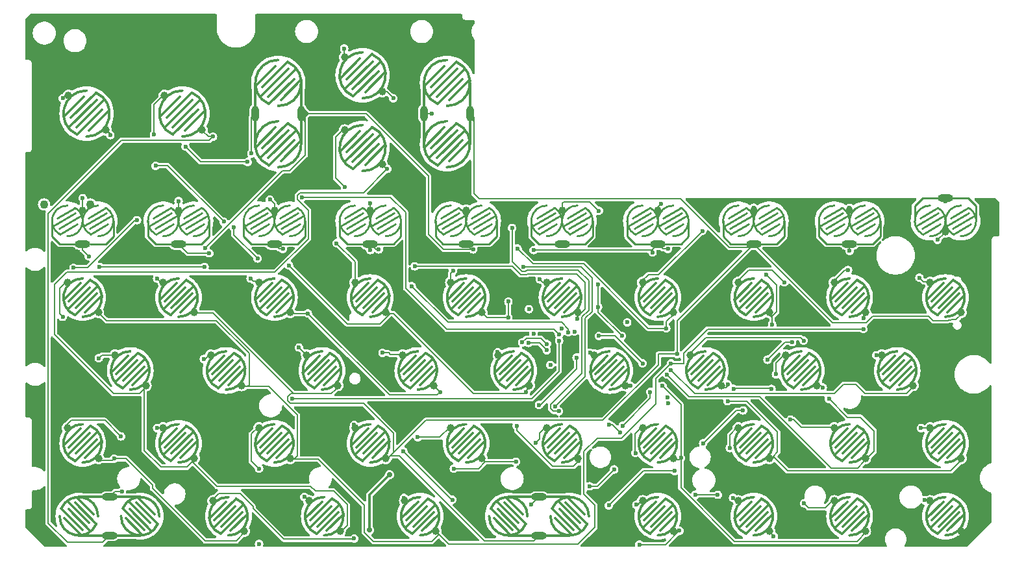
<source format=gbl>
G04 Layer: BottomLayer*
G04 EasyEDA Pro v2.2.27.1, 2024-10-03 04:14:18*
G04 Gerber Generator version 0.3*
G04 Scale: 100 percent, Rotated: No, Reflected: No*
G04 Dimensions in millimeters*
G04 Leading zeros omitted, absolute positions, 3 integers and 5 decimals*

%TF.GenerationSoftware,KiCad,Pcbnew,8.0.5-unknown-202409261835~48b9027842~ubuntu24.04.1*%
%TF.CreationDate,2024-10-03T03:13:53+08:00*%
%TF.ProjectId,EL6170_Pro_Max_Plus,454c3631-3730-45f5-9072-6f5f4d61785f,rev?*%
%TF.SameCoordinates,Original*%
%TF.FileFunction,Copper,L4,Bot*%
%TF.FilePolarity,Positive*%
%FSLAX46Y46*%
G04 Gerber Fmt 4.6, Leading zero omitted, Abs format (unit mm)*
G04 Created by KiCad (PCBNEW 8.0.5-unknown-202409261835~48b9027842~ubuntu24.04.1) date 2024-10-03 03:13:53*
%MOMM*%
%LPD*%
G01*
G04 APERTURE LIST*
%TA.AperFunction,EtchedComponent*%
%ADD10C,0.380000*%
%TD*%
%TA.AperFunction,EtchedComponent*%
%ADD11C,0.360000*%
%TD*%
%TA.AperFunction,EtchedComponent*%
%ADD12C,0.280000*%
%TD*%
%TA.AperFunction,EtchedComponent*%
%ADD13C,0.200000*%
%TD*%
%TA.AperFunction,ComponentPad*%
%ADD14C,1.100000*%
%TD*%
%TA.AperFunction,ComponentPad*%
%ADD15O,2.100000X1.000000*%
%TD*%
%TA.AperFunction,ComponentPad*%
%ADD16O,1.600000X1.000000*%
%TD*%
%TA.AperFunction,SMDPad,CuDef*%
%ADD17C,1.000000*%
%TD*%
%TA.AperFunction,SMDPad,CuDef*%
%ADD18O,2.000000X1.000000*%
%TD*%
%TA.AperFunction,SMDPad,CuDef*%
%ADD19O,1.000000X2.000000*%
%TD*%
%TA.AperFunction,ViaPad*%
%ADD20C,0.600000*%
%TD*%
%TA.AperFunction,ViaPad*%
%ADD21C,0.700000*%
%TD*%
%TA.AperFunction,Conductor*%
%ADD22C,0.360000*%
%TD*%
%TA.AperFunction,Conductor*%
%ADD23C,0.200000*%
%TD*%
G04 APERTURE END LIST*
D10*
%TO.C,SW35*%
X104271604Y-110996348D02*
X107068397Y-108203652D01*
X104400022Y-110000021D02*
X107196815Y-107207325D01*
X105203185Y-111792675D02*
X107999978Y-108999979D01*
X105311603Y-110816348D02*
X108108396Y-108023652D01*
X105910000Y-107610000D02*
X103810000Y-109710000D01*
X108590000Y-109290000D02*
X106490000Y-111390000D01*
X105203185Y-111792675D02*
G75*
G02*
X106200000Y-107000000I996815J2292675D01*
G01*
X107196815Y-107207325D02*
G75*
G02*
X106200000Y-112000000I-996815J-2292675D01*
G01*
%TO.C,SW18*%
X198071604Y-101496348D02*
X200868397Y-98703652D01*
X198200022Y-100500021D02*
X200996815Y-97707325D01*
X199003185Y-102292675D02*
X201799978Y-99499979D01*
X199111603Y-101316348D02*
X201908396Y-98523652D01*
X199710000Y-98110000D02*
X197610000Y-100210000D01*
X202390000Y-99790000D02*
X200290000Y-101890000D01*
X199003185Y-102292675D02*
G75*
G02*
X200000000Y-97500000I996815J2292675D01*
G01*
X200996815Y-97707325D02*
G75*
G02*
X200000000Y-102500000I-996815J-2292675D01*
G01*
%TO.C,SW52*%
X129571604Y-129996348D02*
X132368397Y-127203652D01*
X129700022Y-129000021D02*
X132496815Y-126207325D01*
X130503185Y-130792675D02*
X133299978Y-127999979D01*
X130611603Y-129816348D02*
X133408396Y-127023652D01*
X131210000Y-126610000D02*
X129110000Y-128710000D01*
X133890000Y-128290000D02*
X131790000Y-130390000D01*
X130503185Y-130792675D02*
G75*
G02*
X131500000Y-126000000I996815J2292675D01*
G01*
X132496815Y-126207325D02*
G75*
G02*
X131500000Y-131000000I-996815J-2292675D01*
G01*
%TO.C,SW51*%
X142071604Y-129996348D02*
X144868397Y-127203652D01*
X142200022Y-129000021D02*
X144996815Y-126207325D01*
X143003185Y-130792675D02*
X145799978Y-127999979D01*
X143111603Y-129816348D02*
X145908396Y-127023652D01*
X143710000Y-126610000D02*
X141610000Y-128710000D01*
X146390000Y-128290000D02*
X144290000Y-130390000D01*
X143003185Y-130792675D02*
G75*
G02*
X144000000Y-126000000I996815J2292675D01*
G01*
X144996815Y-126207325D02*
G75*
G02*
X144000000Y-131000000I-996815J-2292675D01*
G01*
%TO.C,SW50*%
X153207325Y-127503185D02*
X156000021Y-130299978D01*
X154003652Y-126571604D02*
X156796348Y-129368397D01*
X154183652Y-127611603D02*
X156976348Y-130408396D01*
X154999979Y-126700022D02*
X157792675Y-129496815D01*
X155500000Y-126000000D02*
X158600000Y-126000000D01*
X155500000Y-131000000D02*
X158600000Y-131000000D01*
X155710000Y-130890000D02*
X153610000Y-128790000D01*
X157390000Y-128210000D02*
X155290000Y-126110000D01*
X160400000Y-126000000D02*
X163500000Y-126000000D01*
X160400000Y-131000000D02*
X163500000Y-131000000D01*
X161207325Y-127503185D02*
X164000021Y-130299978D01*
X162003652Y-126571604D02*
X164796348Y-129368397D01*
X162183652Y-127611603D02*
X164976348Y-130408396D01*
X162999979Y-126700022D02*
X165792675Y-129496815D01*
X163710000Y-130890000D02*
X161610000Y-128790000D01*
X165390000Y-128210000D02*
X163290000Y-126110000D01*
X153207325Y-127503185D02*
G75*
G02*
X158000000Y-128500000I2292675J-996815D01*
G01*
X157792675Y-129496815D02*
G75*
G02*
X153000000Y-128500000I-2292675J996815D01*
G01*
X161207325Y-127503185D02*
G75*
G02*
X166000000Y-128500000I2292675J-996815D01*
G01*
X165792675Y-129496815D02*
G75*
G02*
X161000000Y-128500000I-2292675J996815D01*
G01*
D11*
%TO.C,SW5*%
X110700000Y-77800000D02*
X114300000Y-74200000D01*
X110960026Y-76520026D02*
X114218415Y-73258565D01*
X111700000Y-77800000D02*
X115300000Y-74200000D01*
X111781611Y-78741461D02*
X115040000Y-75480000D01*
X112650000Y-73800000D02*
X110050000Y-76400000D01*
X115950000Y-75600000D02*
X113350000Y-78200000D01*
X111781585Y-78741435D02*
G75*
G02*
X113000000Y-73000000I1218415J2741435D01*
G01*
X114218415Y-73258565D02*
G75*
G02*
X113000000Y-79000000I-1218415J-2741435D01*
G01*
D10*
%TO.C,SW42*%
X123071604Y-120496348D02*
X125868397Y-117703652D01*
X123200022Y-119500021D02*
X125996815Y-116707325D01*
X124003185Y-121292675D02*
X126799978Y-118499979D01*
X124111603Y-120316348D02*
X126908396Y-117523652D01*
X124710000Y-117110000D02*
X122610000Y-119210000D01*
X127390000Y-118790000D02*
X125290000Y-120890000D01*
X124003185Y-121292675D02*
G75*
G02*
X125000000Y-116500000I996815J2292675D01*
G01*
X125996815Y-116707325D02*
G75*
G02*
X125000000Y-121500000I-996815J-2292675D01*
G01*
D11*
%TO.C,SW4*%
X122500000Y-72000000D02*
X122500000Y-75050000D01*
X122500000Y-80000000D02*
X122500000Y-76950000D01*
X123200000Y-73800000D02*
X126800000Y-70200000D01*
X123200000Y-81800000D02*
X126800000Y-78200000D01*
X123200000Y-81800000D02*
X126800000Y-78200000D01*
X123460026Y-72520026D02*
X126718415Y-69258565D01*
X123460026Y-80520026D02*
X126718415Y-77258565D01*
X123460026Y-80520026D02*
X126718415Y-77258565D01*
X124200000Y-73800000D02*
X127800000Y-70200000D01*
X124200000Y-81800000D02*
X127800000Y-78200000D01*
X124200000Y-81800000D02*
X127800000Y-78200000D01*
X124281611Y-74741461D02*
X127540000Y-71480000D01*
X124281611Y-82741461D02*
X127540000Y-79480000D01*
X124281611Y-82741461D02*
X127540000Y-79480000D01*
X125150000Y-69800000D02*
X122550000Y-72400000D01*
X125150000Y-77800000D02*
X122550000Y-80400000D01*
X125150000Y-77800000D02*
X122550000Y-80400000D01*
X128450000Y-71600000D02*
X125850000Y-74200000D01*
X128450000Y-79600000D02*
X125850000Y-82200000D01*
X128450000Y-79600000D02*
X125850000Y-82200000D01*
X128500000Y-75050000D02*
X128500000Y-72000000D01*
X128500000Y-76950000D02*
X128500000Y-80000000D01*
X124281585Y-74741435D02*
G75*
G02*
X125500000Y-69000000I1218415J2741435D01*
G01*
X124281585Y-82741435D02*
G75*
G02*
X125500000Y-77000000I1218415J2741435D01*
G01*
X124281585Y-82741435D02*
G75*
G02*
X125500000Y-77000000I1218415J2741435D01*
G01*
X126718415Y-69258565D02*
G75*
G02*
X125500000Y-75000000I-1218415J-2741435D01*
G01*
X126718415Y-77258565D02*
G75*
G02*
X125500000Y-83000000I-1218415J-2741435D01*
G01*
X126718415Y-77258565D02*
G75*
G02*
X125500000Y-83000000I-1218415J-2741435D01*
G01*
D10*
%TO.C,SW53*%
X117071604Y-129996348D02*
X119868397Y-127203652D01*
X117200022Y-129000021D02*
X119996815Y-126207325D01*
X118003185Y-130792675D02*
X120799978Y-127999979D01*
X118111603Y-129816348D02*
X120908396Y-127023652D01*
X118710000Y-126610000D02*
X116610000Y-128710000D01*
X121390000Y-128290000D02*
X119290000Y-130390000D01*
X118003185Y-130792675D02*
G75*
G02*
X119000000Y-126000000I996815J2292675D01*
G01*
X119996815Y-126207325D02*
G75*
G02*
X119000000Y-131000000I-996815J-2292675D01*
G01*
D12*
%TO.C,SW11*%
X158500000Y-90000000D02*
X158500000Y-92000000D01*
X158500000Y-92000000D02*
X159500000Y-93000000D01*
X158680000Y-90680000D02*
X161580000Y-88980000D01*
X159200000Y-89600000D02*
X161499445Y-88267629D01*
X159420000Y-91020000D02*
X162320000Y-89320000D01*
X159500000Y-93000000D02*
X161550000Y-93000000D01*
X159500555Y-91732371D02*
X161800000Y-90400000D01*
D13*
X162500000Y-89300000D02*
X162500000Y-89000000D01*
D12*
X162680000Y-90680000D02*
X165580000Y-88980000D01*
X163200000Y-89600000D02*
X165499445Y-88267629D01*
X163420000Y-91020000D02*
X166320000Y-89320000D01*
X163450000Y-93000000D02*
X165500000Y-93000000D01*
X163500555Y-91732371D02*
X165800000Y-90400000D01*
X165500000Y-93000000D02*
X166500000Y-92000000D01*
X166500000Y-92000000D02*
X166500000Y-90000000D01*
X159500555Y-91732371D02*
G75*
G02*
X160500000Y-88000000I999445J1732371D01*
G01*
X161499445Y-88267629D02*
G75*
G02*
X160500000Y-92000001I-999443J-1732372D01*
G01*
X163500555Y-91732371D02*
G75*
G02*
X164500000Y-88000001I999444J1732371D01*
G01*
X165499445Y-88267629D02*
G75*
G02*
X164500000Y-92000001I-999443J-1732372D01*
G01*
D10*
%TO.C,SW32*%
X141771604Y-110996348D02*
X144568397Y-108203652D01*
X141900022Y-110000021D02*
X144696815Y-107207325D01*
X142703185Y-111792675D02*
X145499978Y-108999979D01*
X142811603Y-110816348D02*
X145608396Y-108023652D01*
X143410000Y-107610000D02*
X141310000Y-109710000D01*
X146090000Y-109290000D02*
X143990000Y-111390000D01*
X142703185Y-111792675D02*
G75*
G02*
X143700000Y-107000000I996815J2292675D01*
G01*
X144696815Y-107207325D02*
G75*
G02*
X143700000Y-112000000I-996815J-2292675D01*
G01*
%TO.C,SW29*%
X179271604Y-110996348D02*
X182068397Y-108203652D01*
X179400022Y-110000021D02*
X182196815Y-107207325D01*
X180203185Y-111792675D02*
X182999978Y-108999979D01*
X180311603Y-110816348D02*
X183108396Y-108023652D01*
X180910000Y-107610000D02*
X178810000Y-109710000D01*
X183590000Y-109290000D02*
X181490000Y-111390000D01*
X180203185Y-111792675D02*
G75*
G02*
X181200000Y-107000000I996815J2292675D01*
G01*
X182196815Y-107207325D02*
G75*
G02*
X181200000Y-112000000I-996815J-2292675D01*
G01*
%TO.C,SW46*%
X210571604Y-129996348D02*
X213368397Y-127203652D01*
X210700022Y-129000021D02*
X213496815Y-126207325D01*
X211503185Y-130792675D02*
X214299978Y-127999979D01*
X211611603Y-129816348D02*
X214408396Y-127023652D01*
X212210000Y-126610000D02*
X210110000Y-128710000D01*
X214890000Y-128290000D02*
X212790000Y-130390000D01*
X211503185Y-130792675D02*
G75*
G02*
X212500000Y-126000000I996815J2292675D01*
G01*
X213496815Y-126207325D02*
G75*
G02*
X212500000Y-131000000I-996815J-2292675D01*
G01*
D12*
%TO.C,SW12*%
X146000000Y-90000000D02*
X146000000Y-92000000D01*
X146000000Y-92000000D02*
X147000000Y-93000000D01*
X146180000Y-90680000D02*
X149080000Y-88980000D01*
X146700000Y-89600000D02*
X148999445Y-88267629D01*
X146920000Y-91020000D02*
X149820000Y-89320000D01*
X147000000Y-93000000D02*
X149050000Y-93000000D01*
X147000555Y-91732371D02*
X149300000Y-90400000D01*
D13*
X150000000Y-89300000D02*
X150000000Y-89000000D01*
D12*
X150180000Y-90680000D02*
X153080000Y-88980000D01*
X150700000Y-89600000D02*
X152999445Y-88267629D01*
X150920000Y-91020000D02*
X153820000Y-89320000D01*
X150950000Y-93000000D02*
X153000000Y-93000000D01*
X151000555Y-91732371D02*
X153300000Y-90400000D01*
X153000000Y-93000000D02*
X154000000Y-92000000D01*
X154000000Y-92000000D02*
X154000000Y-90000000D01*
X147000555Y-91732371D02*
G75*
G02*
X148000000Y-88000000I999445J1732371D01*
G01*
X148999445Y-88267629D02*
G75*
G02*
X148000000Y-92000001I-999443J-1732372D01*
G01*
X151000555Y-91732371D02*
G75*
G02*
X152000000Y-88000001I999444J1732371D01*
G01*
X152999445Y-88267629D02*
G75*
G02*
X152000000Y-92000001I-999443J-1732372D01*
G01*
%TO.C,SW8*%
X196000000Y-90000000D02*
X196000000Y-92000000D01*
X196000000Y-92000000D02*
X197000000Y-93000000D01*
X196180000Y-90680000D02*
X199080000Y-88980000D01*
X196700000Y-89600000D02*
X198999445Y-88267629D01*
X196920000Y-91020000D02*
X199820000Y-89320000D01*
X197000000Y-93000000D02*
X199050000Y-93000000D01*
X197000555Y-91732371D02*
X199300000Y-90400000D01*
D13*
X200000000Y-89300000D02*
X200000000Y-89000000D01*
D12*
X200180000Y-90680000D02*
X203080000Y-88980000D01*
X200700000Y-89600000D02*
X202999445Y-88267629D01*
X200920000Y-91020000D02*
X203820000Y-89320000D01*
X200950000Y-93000000D02*
X203000000Y-93000000D01*
X201000555Y-91732371D02*
X203300000Y-90400000D01*
X203000000Y-93000000D02*
X204000000Y-92000000D01*
X204000000Y-92000000D02*
X204000000Y-90000000D01*
X197000555Y-91732371D02*
G75*
G02*
X198000000Y-88000000I999445J1732371D01*
G01*
X198999445Y-88267629D02*
G75*
G02*
X198000000Y-92000001I-999443J-1732372D01*
G01*
X201000555Y-91732371D02*
G75*
G02*
X202000000Y-88000001I999444J1732371D01*
G01*
X202999445Y-88267629D02*
G75*
G02*
X202000000Y-92000001I-999443J-1732372D01*
G01*
D10*
%TO.C,SW26*%
X98071604Y-101496348D02*
X100868397Y-98703652D01*
X98200022Y-100500021D02*
X100996815Y-97707325D01*
X99003185Y-102292675D02*
X101799978Y-99499979D01*
X99111603Y-101316348D02*
X101908396Y-98523652D01*
X99710000Y-98110000D02*
X97610000Y-100210000D01*
X102390000Y-99790000D02*
X100290000Y-101890000D01*
X99003185Y-102292675D02*
G75*
G02*
X100000000Y-97500000I996815J2292675D01*
G01*
X100996815Y-97707325D02*
G75*
G02*
X100000000Y-102500000I-996815J-2292675D01*
G01*
%TO.C,SW33*%
X129271604Y-110996348D02*
X132068397Y-108203652D01*
X129400022Y-110000021D02*
X132196815Y-107207325D01*
X130203185Y-111792675D02*
X132999978Y-108999979D01*
X130311603Y-110816348D02*
X133108396Y-108023652D01*
X130910000Y-107610000D02*
X128810000Y-109710000D01*
X133590000Y-109290000D02*
X131490000Y-111390000D01*
X130203185Y-111792675D02*
G75*
G02*
X131200000Y-107000000I996815J2292675D01*
G01*
X132196815Y-107207325D02*
G75*
G02*
X131200000Y-112000000I-996815J-2292675D01*
G01*
%TO.C,SW44*%
X98071604Y-120496348D02*
X100868397Y-117703652D01*
X98200022Y-119500021D02*
X100996815Y-116707325D01*
X99003185Y-121292675D02*
X101799978Y-118499979D01*
X99111603Y-120316348D02*
X101908396Y-117523652D01*
X99710000Y-117110000D02*
X97610000Y-119210000D01*
X102390000Y-118790000D02*
X100290000Y-120890000D01*
X99003185Y-121292675D02*
G75*
G02*
X100000000Y-116500000I996815J2292675D01*
G01*
X100996815Y-116707325D02*
G75*
G02*
X100000000Y-121500000I-996815J-2292675D01*
G01*
%TO.C,SW28*%
X191771604Y-110996348D02*
X194568397Y-108203652D01*
X191900022Y-110000021D02*
X194696815Y-107207325D01*
X192703185Y-111792675D02*
X195499978Y-108999979D01*
X192811603Y-110816348D02*
X195608396Y-108023652D01*
X193410000Y-107610000D02*
X191310000Y-109710000D01*
X196090000Y-109290000D02*
X193990000Y-111390000D01*
X192703185Y-111792675D02*
G75*
G02*
X193700000Y-107000000I996815J2292675D01*
G01*
X194696815Y-107207325D02*
G75*
G02*
X193700000Y-112000000I-996815J-2292675D01*
G01*
%TO.C,SW43*%
X110571604Y-120496348D02*
X113368397Y-117703652D01*
X110700022Y-119500021D02*
X113496815Y-116707325D01*
X111503185Y-121292675D02*
X114299978Y-118499979D01*
X111611603Y-120316348D02*
X114408396Y-117523652D01*
X112210000Y-117110000D02*
X110110000Y-119210000D01*
X114890000Y-118790000D02*
X112790000Y-120890000D01*
X111503185Y-121292675D02*
G75*
G02*
X112500000Y-116500000I996815J2292675D01*
G01*
X113496815Y-116707325D02*
G75*
G02*
X112500000Y-121500000I-996815J-2292675D01*
G01*
%TO.C,SW22*%
X148071604Y-101496348D02*
X150868397Y-98703652D01*
X148200022Y-100500021D02*
X150996815Y-97707325D01*
X149003185Y-102292675D02*
X151799978Y-99499979D01*
X149111603Y-101316348D02*
X151908396Y-98523652D01*
X149710000Y-98110000D02*
X147610000Y-100210000D01*
X152390000Y-99790000D02*
X150290000Y-101890000D01*
X149003185Y-102292675D02*
G75*
G02*
X150000000Y-97500000I996815J2292675D01*
G01*
X150996815Y-97707325D02*
G75*
G02*
X150000000Y-102500000I-996815J-2292675D01*
G01*
%TO.C,SW49*%
X173071604Y-129996348D02*
X175868397Y-127203652D01*
X173200022Y-129000021D02*
X175996815Y-126207325D01*
X174003185Y-130792675D02*
X176799978Y-127999979D01*
X174111603Y-129816348D02*
X176908396Y-127023652D01*
X174710000Y-126610000D02*
X172610000Y-128710000D01*
X177390000Y-128290000D02*
X175290000Y-130390000D01*
X174003185Y-130792675D02*
G75*
G02*
X175000000Y-126000000I996815J2292675D01*
G01*
X175996815Y-126207325D02*
G75*
G02*
X175000000Y-131000000I-996815J-2292675D01*
G01*
%TO.C,SW36*%
X198071604Y-120496348D02*
X200868397Y-117703652D01*
X198200022Y-119500021D02*
X200996815Y-116707325D01*
X199003185Y-121292675D02*
X201799978Y-118499979D01*
X199111603Y-120316348D02*
X201908396Y-117523652D01*
X199710000Y-117110000D02*
X197610000Y-119210000D01*
X202390000Y-118790000D02*
X200290000Y-120890000D01*
X199003185Y-121292675D02*
G75*
G02*
X200000000Y-116500000I996815J2292675D01*
G01*
X200996815Y-116707325D02*
G75*
G02*
X200000000Y-121500000I-996815J-2292675D01*
G01*
D11*
%TO.C,SW2*%
X134200000Y-72800000D02*
X137800000Y-69200000D01*
X134460026Y-71520026D02*
X137718415Y-68258565D01*
X135200000Y-72800000D02*
X138800000Y-69200000D01*
X135281611Y-73741461D02*
X138540000Y-70480000D01*
X136150000Y-68800000D02*
X133550000Y-71400000D01*
X139450000Y-70600000D02*
X136850000Y-73200000D01*
X135281585Y-73741435D02*
G75*
G02*
X136500000Y-68000000I1218415J2741435D01*
G01*
X137718415Y-68258565D02*
G75*
G02*
X136500000Y-74000000I-1218415J-2741435D01*
G01*
D12*
%TO.C,SW13*%
X133500000Y-90000000D02*
X133500000Y-92000000D01*
X133500000Y-92000000D02*
X134500000Y-93000000D01*
X133680000Y-90680000D02*
X136580000Y-88980000D01*
X134200000Y-89600000D02*
X136499445Y-88267629D01*
X134420000Y-91020000D02*
X137320000Y-89320000D01*
X134500000Y-93000000D02*
X136550000Y-93000000D01*
X134500555Y-91732371D02*
X136800000Y-90400000D01*
D13*
X137500000Y-89300000D02*
X137500000Y-89000000D01*
D12*
X137680000Y-90680000D02*
X140580000Y-88980000D01*
X138200000Y-89600000D02*
X140499445Y-88267629D01*
X138420000Y-91020000D02*
X141320000Y-89320000D01*
X138450000Y-93000000D02*
X140500000Y-93000000D01*
X138500555Y-91732371D02*
X140800000Y-90400000D01*
X140500000Y-93000000D02*
X141500000Y-92000000D01*
X141500000Y-92000000D02*
X141500000Y-90000000D01*
X134500555Y-91732371D02*
G75*
G02*
X135500000Y-88000000I999445J1732371D01*
G01*
X136499445Y-88267629D02*
G75*
G02*
X135500000Y-92000001I-999443J-1732372D01*
G01*
X138500555Y-91732371D02*
G75*
G02*
X139500000Y-88000001I999444J1732371D01*
G01*
X140499445Y-88267629D02*
G75*
G02*
X139500000Y-92000001I-999443J-1732372D01*
G01*
%TO.C,SW7*%
X208500000Y-88000000D02*
X208500000Y-90000000D01*
X209500000Y-87000000D02*
X208500000Y-88000000D01*
X211499445Y-88267629D02*
X209200000Y-89600000D01*
X211550000Y-87000000D02*
X209500000Y-87000000D01*
X211580000Y-88980000D02*
X208680000Y-90680000D01*
X211800000Y-90400000D02*
X209500555Y-91732371D01*
X212320000Y-89320000D02*
X209420000Y-91020000D01*
D13*
X212500000Y-90700000D02*
X212500000Y-91000000D01*
D12*
X215499445Y-88267629D02*
X213200000Y-89600000D01*
X215500000Y-87000000D02*
X213450000Y-87000000D01*
X215580000Y-88980000D02*
X212680000Y-90680000D01*
X215800000Y-90400000D02*
X213500555Y-91732371D01*
X216320000Y-89320000D02*
X213420000Y-91020000D01*
X216500000Y-88000000D02*
X215500000Y-87000000D01*
X216500000Y-90000000D02*
X216500000Y-88000000D01*
X209500555Y-91732371D02*
G75*
G02*
X210500000Y-87999999I999443J1732372D01*
G01*
X211499445Y-88267629D02*
G75*
G02*
X210500000Y-91999999I-999444J-1732371D01*
G01*
X213500555Y-91732371D02*
G75*
G02*
X214500000Y-87999999I999443J1732372D01*
G01*
X215499445Y-88267629D02*
G75*
G02*
X214500000Y-92000000I-999445J-1732371D01*
G01*
D10*
%TO.C,SW54*%
X97207325Y-127503185D02*
X100000021Y-130299978D01*
X98003652Y-126571604D02*
X100796348Y-129368397D01*
X98183652Y-127611603D02*
X100976348Y-130408396D01*
X98999979Y-126700022D02*
X101792675Y-129496815D01*
X99500000Y-126000000D02*
X102600000Y-126000000D01*
X99500000Y-131000000D02*
X102600000Y-131000000D01*
X99710000Y-130890000D02*
X97610000Y-128790000D01*
X101390000Y-128210000D02*
X99290000Y-126110000D01*
X104400000Y-126000000D02*
X107500000Y-126000000D01*
X104400000Y-131000000D02*
X107500000Y-131000000D01*
X105207325Y-127503185D02*
X108000021Y-130299978D01*
X106003652Y-126571604D02*
X108796348Y-129368397D01*
X106183652Y-127611603D02*
X108976348Y-130408396D01*
X106999979Y-126700022D02*
X109792675Y-129496815D01*
X107710000Y-130890000D02*
X105610000Y-128790000D01*
X109390000Y-128210000D02*
X107290000Y-126110000D01*
X97207325Y-127503185D02*
G75*
G02*
X102000000Y-128500000I2292675J-996815D01*
G01*
X101792675Y-129496815D02*
G75*
G02*
X97000000Y-128500000I-2292675J996815D01*
G01*
X105207325Y-127503185D02*
G75*
G02*
X110000000Y-128500000I2292675J-996815D01*
G01*
X109792675Y-129496815D02*
G75*
G02*
X105000000Y-128500000I-2292675J996815D01*
G01*
%TO.C,SW37*%
X185571604Y-120496348D02*
X188368397Y-117703652D01*
X185700022Y-119500021D02*
X188496815Y-116707325D01*
X186503185Y-121292675D02*
X189299978Y-118499979D01*
X186611603Y-120316348D02*
X189408396Y-117523652D01*
X187210000Y-117110000D02*
X185110000Y-119210000D01*
X189890000Y-118790000D02*
X187790000Y-120890000D01*
X186503185Y-121292675D02*
G75*
G02*
X187500000Y-116500000I996815J2292675D01*
G01*
X188496815Y-116707325D02*
G75*
G02*
X187500000Y-121500000I-996815J-2292675D01*
G01*
D11*
%TO.C,SW1*%
X144500000Y-72000000D02*
X144500000Y-75050000D01*
X144500000Y-80000000D02*
X144500000Y-76950000D01*
X145200000Y-73800000D02*
X148800000Y-70200000D01*
X145200000Y-81800000D02*
X148800000Y-78200000D01*
X145200000Y-81800000D02*
X148800000Y-78200000D01*
X145460026Y-72520026D02*
X148718415Y-69258565D01*
X145460026Y-80520026D02*
X148718415Y-77258565D01*
X145460026Y-80520026D02*
X148718415Y-77258565D01*
X146200000Y-73800000D02*
X149800000Y-70200000D01*
X146200000Y-81800000D02*
X149800000Y-78200000D01*
X146200000Y-81800000D02*
X149800000Y-78200000D01*
X146281611Y-74741461D02*
X149540000Y-71480000D01*
X146281611Y-82741461D02*
X149540000Y-79480000D01*
X146281611Y-82741461D02*
X149540000Y-79480000D01*
X147150000Y-69800000D02*
X144550000Y-72400000D01*
X147150000Y-77800000D02*
X144550000Y-80400000D01*
X147150000Y-77800000D02*
X144550000Y-80400000D01*
X150450000Y-71600000D02*
X147850000Y-74200000D01*
X150450000Y-79600000D02*
X147850000Y-82200000D01*
X150450000Y-79600000D02*
X147850000Y-82200000D01*
X150500000Y-75050000D02*
X150500000Y-72000000D01*
X150500000Y-76950000D02*
X150500000Y-80000000D01*
X146281585Y-74741435D02*
G75*
G02*
X147500000Y-69000000I1218415J2741435D01*
G01*
X146281585Y-82741435D02*
G75*
G02*
X147500000Y-77000000I1218415J2741435D01*
G01*
X146281585Y-82741435D02*
G75*
G02*
X147500000Y-77000000I1218415J2741435D01*
G01*
X148718415Y-69258565D02*
G75*
G02*
X147500000Y-75000000I-1218415J-2741435D01*
G01*
X148718415Y-77258565D02*
G75*
G02*
X147500000Y-83000000I-1218415J-2741435D01*
G01*
X148718415Y-77258565D02*
G75*
G02*
X147500000Y-83000000I-1218415J-2741435D01*
G01*
D12*
%TO.C,SW16*%
X96000000Y-90000000D02*
X96000000Y-92000000D01*
X96000000Y-92000000D02*
X97000000Y-93000000D01*
X96180000Y-90680000D02*
X99080000Y-88980000D01*
X96700000Y-89600000D02*
X98999445Y-88267629D01*
X96920000Y-91020000D02*
X99820000Y-89320000D01*
X97000000Y-93000000D02*
X99050000Y-93000000D01*
X97000555Y-91732371D02*
X99300000Y-90400000D01*
D13*
X100000000Y-89300000D02*
X100000000Y-89000000D01*
D12*
X100180000Y-90680000D02*
X103080000Y-88980000D01*
X100700000Y-89600000D02*
X102999445Y-88267629D01*
X100920000Y-91020000D02*
X103820000Y-89320000D01*
X100950000Y-93000000D02*
X103000000Y-93000000D01*
X101000555Y-91732371D02*
X103300000Y-90400000D01*
X103000000Y-93000000D02*
X104000000Y-92000000D01*
X104000000Y-92000000D02*
X104000000Y-90000000D01*
X97000555Y-91732371D02*
G75*
G02*
X98000000Y-88000000I999445J1732371D01*
G01*
X98999445Y-88267629D02*
G75*
G02*
X98000000Y-92000001I-999443J-1732372D01*
G01*
X101000555Y-91732371D02*
G75*
G02*
X102000000Y-88000001I999444J1732371D01*
G01*
X102999445Y-88267629D02*
G75*
G02*
X102000000Y-92000001I-999443J-1732372D01*
G01*
D10*
%TO.C,SW39*%
X160571604Y-120496348D02*
X163368397Y-117703652D01*
X160700022Y-119500021D02*
X163496815Y-116707325D01*
X161503185Y-121292675D02*
X164299978Y-118499979D01*
X161611603Y-120316348D02*
X164408396Y-117523652D01*
X162210000Y-117110000D02*
X160110000Y-119210000D01*
X164890000Y-118790000D02*
X162790000Y-120890000D01*
X161503185Y-121292675D02*
G75*
G02*
X162500000Y-116500000I996815J2292675D01*
G01*
X163496815Y-116707325D02*
G75*
G02*
X162500000Y-121500000I-996815J-2292675D01*
G01*
D11*
%TO.C,SW6*%
X98200000Y-77800000D02*
X101800000Y-74200000D01*
X98460026Y-76520026D02*
X101718415Y-73258565D01*
X99200000Y-77800000D02*
X102800000Y-74200000D01*
X99281611Y-78741461D02*
X102540000Y-75480000D01*
X100150000Y-73800000D02*
X97550000Y-76400000D01*
X103450000Y-75600000D02*
X100850000Y-78200000D01*
X99281585Y-78741435D02*
G75*
G02*
X100500000Y-73000000I1218415J2741435D01*
G01*
X101718415Y-73258565D02*
G75*
G02*
X100500000Y-79000000I-1218415J-2741435D01*
G01*
D10*
%TO.C,SW24*%
X123071604Y-101496348D02*
X125868397Y-98703652D01*
X123200022Y-100500021D02*
X125996815Y-97707325D01*
X124003185Y-102292675D02*
X126799978Y-99499979D01*
X124111603Y-101316348D02*
X126908396Y-98523652D01*
X124710000Y-98110000D02*
X122610000Y-100210000D01*
X127390000Y-99790000D02*
X125290000Y-101890000D01*
X124003185Y-102292675D02*
G75*
G02*
X125000000Y-97500000I996815J2292675D01*
G01*
X125996815Y-97707325D02*
G75*
G02*
X125000000Y-102500000I-996815J-2292675D01*
G01*
%TO.C,SW31*%
X154271604Y-110996348D02*
X157068397Y-108203652D01*
X154400022Y-110000021D02*
X157196815Y-107207325D01*
X155203185Y-111792675D02*
X157999978Y-108999979D01*
X155311603Y-110816348D02*
X158108396Y-108023652D01*
X155910000Y-107610000D02*
X153810000Y-109710000D01*
X158590000Y-109290000D02*
X156490000Y-111390000D01*
X155203185Y-111792675D02*
G75*
G02*
X156200000Y-107000000I996815J2292675D01*
G01*
X157196815Y-107207325D02*
G75*
G02*
X156200000Y-112000000I-996815J-2292675D01*
G01*
%TO.C,SW20*%
X173071604Y-101496348D02*
X175868397Y-98703652D01*
X173200022Y-100500021D02*
X175996815Y-97707325D01*
X174003185Y-102292675D02*
X176799978Y-99499979D01*
X174111603Y-101316348D02*
X176908396Y-98523652D01*
X174710000Y-98110000D02*
X172610000Y-100210000D01*
X177390000Y-99790000D02*
X175290000Y-101890000D01*
X174003185Y-102292675D02*
G75*
G02*
X175000000Y-97500000I996815J2292675D01*
G01*
X175996815Y-97707325D02*
G75*
G02*
X175000000Y-102500000I-996815J-2292675D01*
G01*
%TO.C,SW17*%
X210571604Y-101496348D02*
X213368397Y-98703652D01*
X210700022Y-100500021D02*
X213496815Y-97707325D01*
X211503185Y-102292675D02*
X214299978Y-99499979D01*
X211611603Y-101316348D02*
X214408396Y-98523652D01*
X212210000Y-98110000D02*
X210110000Y-100210000D01*
X214890000Y-99790000D02*
X212790000Y-101890000D01*
X211503185Y-102292675D02*
G75*
G02*
X212500000Y-97500000I996815J2292675D01*
G01*
X213496815Y-97707325D02*
G75*
G02*
X212500000Y-102500000I-996815J-2292675D01*
G01*
%TO.C,SW23*%
X135571604Y-101496348D02*
X138368397Y-98703652D01*
X135700022Y-100500021D02*
X138496815Y-97707325D01*
X136503185Y-102292675D02*
X139299978Y-99499979D01*
X136611603Y-101316348D02*
X139408396Y-98523652D01*
X137210000Y-98110000D02*
X135110000Y-100210000D01*
X139890000Y-99790000D02*
X137790000Y-101890000D01*
X136503185Y-102292675D02*
G75*
G02*
X137500000Y-97500000I996815J2292675D01*
G01*
X138496815Y-97707325D02*
G75*
G02*
X137500000Y-102500000I-996815J-2292675D01*
G01*
%TO.C,SW41*%
X135571604Y-120496348D02*
X138368397Y-117703652D01*
X135700022Y-119500021D02*
X138496815Y-116707325D01*
X136503185Y-121292675D02*
X139299978Y-118499979D01*
X136611603Y-120316348D02*
X139408396Y-117523652D01*
X137210000Y-117110000D02*
X135110000Y-119210000D01*
X139890000Y-118790000D02*
X137790000Y-120890000D01*
X136503185Y-121292675D02*
G75*
G02*
X137500000Y-116500000I996815J2292675D01*
G01*
X138496815Y-116707325D02*
G75*
G02*
X137500000Y-121500000I-996815J-2292675D01*
G01*
%TO.C,SW38*%
X173071604Y-120496348D02*
X175868397Y-117703652D01*
X173200022Y-119500021D02*
X175996815Y-116707325D01*
X174003185Y-121292675D02*
X176799978Y-118499979D01*
X174111603Y-120316348D02*
X176908396Y-117523652D01*
X174710000Y-117110000D02*
X172610000Y-119210000D01*
X177390000Y-118790000D02*
X175290000Y-120890000D01*
X174003185Y-121292675D02*
G75*
G02*
X175000000Y-116500000I996815J2292675D01*
G01*
X175996815Y-116707325D02*
G75*
G02*
X175000000Y-121500000I-996815J-2292675D01*
G01*
%TO.C,SW45*%
X210571604Y-120496348D02*
X213368397Y-117703652D01*
X210700022Y-119500021D02*
X213496815Y-116707325D01*
X211503185Y-121292675D02*
X214299978Y-118499979D01*
X211611603Y-120316348D02*
X214408396Y-117523652D01*
X212210000Y-117110000D02*
X210110000Y-119210000D01*
X214890000Y-118790000D02*
X212790000Y-120890000D01*
X211503185Y-121292675D02*
G75*
G02*
X212500000Y-116500000I996815J2292675D01*
G01*
X213496815Y-116707325D02*
G75*
G02*
X212500000Y-121500000I-996815J-2292675D01*
G01*
%TO.C,SW19*%
X185571604Y-101496348D02*
X188368397Y-98703652D01*
X185700022Y-100500021D02*
X188496815Y-97707325D01*
X186503185Y-102292675D02*
X189299978Y-99499979D01*
X186611603Y-101316348D02*
X189408396Y-98523652D01*
X187210000Y-98110000D02*
X185110000Y-100210000D01*
X189890000Y-99790000D02*
X187790000Y-101890000D01*
X186503185Y-102292675D02*
G75*
G02*
X187500000Y-97500000I996815J2292675D01*
G01*
X188496815Y-97707325D02*
G75*
G02*
X187500000Y-102500000I-996815J-2292675D01*
G01*
D12*
%TO.C,SW14*%
X121000000Y-90000000D02*
X121000000Y-92000000D01*
X121000000Y-92000000D02*
X122000000Y-93000000D01*
X121180000Y-90680000D02*
X124080000Y-88980000D01*
X121700000Y-89600000D02*
X123999445Y-88267629D01*
X121920000Y-91020000D02*
X124820000Y-89320000D01*
X122000000Y-93000000D02*
X124050000Y-93000000D01*
X122000555Y-91732371D02*
X124300000Y-90400000D01*
D13*
X125000000Y-89300000D02*
X125000000Y-89000000D01*
D12*
X125180000Y-90680000D02*
X128080000Y-88980000D01*
X125700000Y-89600000D02*
X127999445Y-88267629D01*
X125920000Y-91020000D02*
X128820000Y-89320000D01*
X125950000Y-93000000D02*
X128000000Y-93000000D01*
X126000555Y-91732371D02*
X128300000Y-90400000D01*
X128000000Y-93000000D02*
X129000000Y-92000000D01*
X129000000Y-92000000D02*
X129000000Y-90000000D01*
X122000555Y-91732371D02*
G75*
G02*
X123000000Y-88000000I999445J1732371D01*
G01*
X123999445Y-88267629D02*
G75*
G02*
X123000000Y-92000001I-999443J-1732372D01*
G01*
X126000555Y-91732371D02*
G75*
G02*
X127000000Y-88000001I999444J1732371D01*
G01*
X127999445Y-88267629D02*
G75*
G02*
X127000000Y-92000001I-999443J-1732372D01*
G01*
D10*
%TO.C,SW21*%
X160571604Y-101496348D02*
X163368397Y-98703652D01*
X160700022Y-100500021D02*
X163496815Y-97707325D01*
X161503185Y-102292675D02*
X164299978Y-99499979D01*
X161611603Y-101316348D02*
X164408396Y-98523652D01*
X162210000Y-98110000D02*
X160110000Y-100210000D01*
X164890000Y-99790000D02*
X162790000Y-101890000D01*
X161503185Y-102292675D02*
G75*
G02*
X162500000Y-97500000I996815J2292675D01*
G01*
X163496815Y-97707325D02*
G75*
G02*
X162500000Y-102500000I-996815J-2292675D01*
G01*
%TO.C,SW47*%
X198071604Y-129996348D02*
X200868397Y-127203652D01*
X198200022Y-129000021D02*
X200996815Y-126207325D01*
X199003185Y-130792675D02*
X201799978Y-127999979D01*
X199111603Y-129816348D02*
X201908396Y-127023652D01*
X199710000Y-126610000D02*
X197610000Y-128710000D01*
X202390000Y-128290000D02*
X200290000Y-130390000D01*
X199003185Y-130792675D02*
G75*
G02*
X200000000Y-126000000I996815J2292675D01*
G01*
X200996815Y-126207325D02*
G75*
G02*
X200000000Y-131000000I-996815J-2292675D01*
G01*
%TO.C,SW30*%
X166771604Y-110996348D02*
X169568397Y-108203652D01*
X166900022Y-110000021D02*
X169696815Y-107207325D01*
X167703185Y-111792675D02*
X170499978Y-108999979D01*
X167811603Y-110816348D02*
X170608396Y-108023652D01*
X168410000Y-107610000D02*
X166310000Y-109710000D01*
X171090000Y-109290000D02*
X168990000Y-111390000D01*
X167703185Y-111792675D02*
G75*
G02*
X168700000Y-107000000I996815J2292675D01*
G01*
X169696815Y-107207325D02*
G75*
G02*
X168700000Y-112000000I-996815J-2292675D01*
G01*
D12*
%TO.C,SW9*%
X183500000Y-90000000D02*
X183500000Y-92000000D01*
X183500000Y-92000000D02*
X184500000Y-93000000D01*
X183680000Y-90680000D02*
X186580000Y-88980000D01*
X184200000Y-89600000D02*
X186499445Y-88267629D01*
X184420000Y-91020000D02*
X187320000Y-89320000D01*
X184500000Y-93000000D02*
X186550000Y-93000000D01*
X184500555Y-91732371D02*
X186800000Y-90400000D01*
D13*
X187500000Y-89300000D02*
X187500000Y-89000000D01*
D12*
X187680000Y-90680000D02*
X190580000Y-88980000D01*
X188200000Y-89600000D02*
X190499445Y-88267629D01*
X188420000Y-91020000D02*
X191320000Y-89320000D01*
X188450000Y-93000000D02*
X190500000Y-93000000D01*
X188500555Y-91732371D02*
X190800000Y-90400000D01*
X190500000Y-93000000D02*
X191500000Y-92000000D01*
X191500000Y-92000000D02*
X191500000Y-90000000D01*
X184500555Y-91732371D02*
G75*
G02*
X185500000Y-88000000I999445J1732371D01*
G01*
X186499445Y-88267629D02*
G75*
G02*
X185500000Y-92000001I-999443J-1732372D01*
G01*
X188500555Y-91732371D02*
G75*
G02*
X189500000Y-88000001I999444J1732371D01*
G01*
X190499445Y-88267629D02*
G75*
G02*
X189500000Y-92000001I-999443J-1732372D01*
G01*
%TO.C,SW10*%
X171000000Y-90000000D02*
X171000000Y-92000000D01*
X171000000Y-92000000D02*
X172000000Y-93000000D01*
X171180000Y-90680000D02*
X174080000Y-88980000D01*
X171700000Y-89600000D02*
X173999445Y-88267629D01*
X171920000Y-91020000D02*
X174820000Y-89320000D01*
X172000000Y-93000000D02*
X174050000Y-93000000D01*
X172000555Y-91732371D02*
X174300000Y-90400000D01*
D13*
X175000000Y-89300000D02*
X175000000Y-89000000D01*
D12*
X175180000Y-90680000D02*
X178080000Y-88980000D01*
X175700000Y-89600000D02*
X177999445Y-88267629D01*
X175920000Y-91020000D02*
X178820000Y-89320000D01*
X175950000Y-93000000D02*
X178000000Y-93000000D01*
X176000555Y-91732371D02*
X178300000Y-90400000D01*
X178000000Y-93000000D02*
X179000000Y-92000000D01*
X179000000Y-92000000D02*
X179000000Y-90000000D01*
X172000555Y-91732371D02*
G75*
G02*
X173000000Y-88000000I999445J1732371D01*
G01*
X173999445Y-88267629D02*
G75*
G02*
X173000000Y-92000001I-999443J-1732372D01*
G01*
X176000555Y-91732371D02*
G75*
G02*
X177000000Y-88000001I999444J1732371D01*
G01*
X177999445Y-88267629D02*
G75*
G02*
X177000000Y-92000001I-999443J-1732372D01*
G01*
D10*
%TO.C,SW25*%
X110571604Y-101496348D02*
X113368397Y-98703652D01*
X110700022Y-100500021D02*
X113496815Y-97707325D01*
X111503185Y-102292675D02*
X114299978Y-99499979D01*
X111611603Y-101316348D02*
X114408396Y-98523652D01*
X112210000Y-98110000D02*
X110110000Y-100210000D01*
X114890000Y-99790000D02*
X112790000Y-101890000D01*
X111503185Y-102292675D02*
G75*
G02*
X112500000Y-97500000I996815J2292675D01*
G01*
X113496815Y-97707325D02*
G75*
G02*
X112500000Y-102500000I-996815J-2292675D01*
G01*
D11*
%TO.C,SW3*%
X134200000Y-82300000D02*
X137800000Y-78700000D01*
X134460026Y-81020026D02*
X137718415Y-77758565D01*
X135200000Y-82300000D02*
X138800000Y-78700000D01*
X135281611Y-83241461D02*
X138540000Y-79980000D01*
X136150000Y-78300000D02*
X133550000Y-80900000D01*
X139450000Y-80100000D02*
X136850000Y-82700000D01*
X135281585Y-83241435D02*
G75*
G02*
X136500000Y-77500000I1218415J2741435D01*
G01*
X137718415Y-77758565D02*
G75*
G02*
X136500000Y-83500000I-1218415J-2741435D01*
G01*
D10*
%TO.C,SW34*%
X116771604Y-110996348D02*
X119568397Y-108203652D01*
X116900022Y-110000021D02*
X119696815Y-107207325D01*
X117703185Y-111792675D02*
X120499978Y-108999979D01*
X117811603Y-110816348D02*
X120608396Y-108023652D01*
X118410000Y-107610000D02*
X116310000Y-109710000D01*
X121090000Y-109290000D02*
X118990000Y-111390000D01*
X117703185Y-111792675D02*
G75*
G02*
X118700000Y-107000000I996815J2292675D01*
G01*
X119696815Y-107207325D02*
G75*
G02*
X118700000Y-112000000I-996815J-2292675D01*
G01*
%TO.C,SW40*%
X148071604Y-120496348D02*
X150868397Y-117703652D01*
X148200022Y-119500021D02*
X150996815Y-116707325D01*
X149003185Y-121292675D02*
X151799978Y-118499979D01*
X149111603Y-120316348D02*
X151908396Y-117523652D01*
X149710000Y-117110000D02*
X147610000Y-119210000D01*
X152390000Y-118790000D02*
X150290000Y-120890000D01*
X149003185Y-121292675D02*
G75*
G02*
X150000000Y-116500000I996815J2292675D01*
G01*
X150996815Y-116707325D02*
G75*
G02*
X150000000Y-121500000I-996815J-2292675D01*
G01*
D12*
%TO.C,SW15*%
X108500000Y-90000000D02*
X108500000Y-92000000D01*
X108500000Y-92000000D02*
X109500000Y-93000000D01*
X108680000Y-90680000D02*
X111580000Y-88980000D01*
X109200000Y-89600000D02*
X111499445Y-88267629D01*
X109420000Y-91020000D02*
X112320000Y-89320000D01*
X109500000Y-93000000D02*
X111550000Y-93000000D01*
X109500555Y-91732371D02*
X111800000Y-90400000D01*
D13*
X112500000Y-89300000D02*
X112500000Y-89000000D01*
D12*
X112680000Y-90680000D02*
X115580000Y-88980000D01*
X113200000Y-89600000D02*
X115499445Y-88267629D01*
X113420000Y-91020000D02*
X116320000Y-89320000D01*
X113450000Y-93000000D02*
X115500000Y-93000000D01*
X113500555Y-91732371D02*
X115800000Y-90400000D01*
X115500000Y-93000000D02*
X116500000Y-92000000D01*
X116500000Y-92000000D02*
X116500000Y-90000000D01*
X109500555Y-91732371D02*
G75*
G02*
X110500000Y-88000000I999445J1732371D01*
G01*
X111499445Y-88267629D02*
G75*
G02*
X110500000Y-92000001I-999443J-1732372D01*
G01*
X113500555Y-91732371D02*
G75*
G02*
X114500000Y-88000001I999444J1732371D01*
G01*
X115499445Y-88267629D02*
G75*
G02*
X114500000Y-92000001I-999443J-1732372D01*
G01*
D10*
%TO.C,SW48*%
X185571604Y-129996348D02*
X188368397Y-127203652D01*
X185700022Y-129000021D02*
X188496815Y-126207325D01*
X186503185Y-130792675D02*
X189299978Y-127999979D01*
X186611603Y-129816348D02*
X189408396Y-127023652D01*
X187210000Y-126610000D02*
X185110000Y-128710000D01*
X189890000Y-128290000D02*
X187790000Y-130390000D01*
X186503185Y-130792675D02*
G75*
G02*
X187500000Y-126000000I996815J2292675D01*
G01*
X188496815Y-126207325D02*
G75*
G02*
X187500000Y-131000000I-996815J-2292675D01*
G01*
%TO.C,SW27*%
X204271604Y-110996348D02*
X207068397Y-108203652D01*
X204400022Y-110000021D02*
X207196815Y-107207325D01*
X205203185Y-111792675D02*
X207999978Y-108999979D01*
X205311603Y-110816348D02*
X208108396Y-108023652D01*
X205910000Y-107610000D02*
X203810000Y-109710000D01*
X208590000Y-109290000D02*
X206490000Y-111390000D01*
X205203185Y-111792675D02*
G75*
G02*
X206200000Y-107000000I996815J2292675D01*
G01*
X207196815Y-107207325D02*
G75*
G02*
X206200000Y-112000000I-996815J-2292675D01*
G01*
%TD*%
D14*
%TO.P,CN1,*%
%TO.N,*%
X94970000Y-87850000D03*
X100970000Y-87850000D03*
%TD*%
D15*
%TO.P,J1,DEMP*%
%TO.N,DEMP*%
X213500000Y-105018000D03*
D16*
%TO.P,J1,NC1*%
X217680000Y-105018000D03*
D15*
%TO.P,J1,NC3*%
X213500000Y-96382000D03*
D16*
%TO.P,J1,S,SHIELD*%
X217680000Y-96382000D03*
%TD*%
D17*
%TO.P,SW35,1,1*%
%TO.N,KEY_COL2*%
X108250000Y-111450000D03*
%TO.P,SW35,2,2*%
%TO.N,Net-(D46-A)*%
X104200000Y-107500000D03*
%TD*%
%TO.P,SW18,1,1*%
%TO.N,KEY_COL1*%
X202050000Y-101950000D03*
%TO.P,SW18,2,2*%
%TO.N,Net-(D29-A)*%
X198000000Y-98000000D03*
%TD*%
%TO.P,SW52,1,1*%
%TO.N,KEY_COL2*%
X133550000Y-130450000D03*
%TO.P,SW52,2,2*%
%TO.N,Net-(D62-A)*%
X129500000Y-126500000D03*
%TD*%
%TO.P,SW51,1,1*%
%TO.N,KEY_COL1*%
X146050000Y-130450000D03*
%TO.P,SW51,2,2*%
%TO.N,Net-(D61-A)*%
X142000000Y-126500000D03*
%TD*%
D18*
%TO.P,SW50,1,1*%
%TO.N,KEY_COL0*%
X159500000Y-131000000D03*
%TO.P,SW50,2,2*%
%TO.N,Net-(D60-A)*%
X159500000Y-126000000D03*
%TD*%
D17*
%TO.P,SW5,1,1*%
%TO.N,KEY_COL4*%
X115550000Y-78150000D03*
%TO.P,SW5,2,2*%
%TO.N,Net-(D16-A)*%
X110650000Y-73650000D03*
%TD*%
%TO.P,SW42,1,1*%
%TO.N,KEY_COL1*%
X127050000Y-120950000D03*
%TO.P,SW42,2,2*%
%TO.N,Net-(D58-A)*%
X123000000Y-117000000D03*
%TD*%
D19*
%TO.P,SW4,1,1*%
%TO.N,KEY_COL3*%
X128500000Y-76000000D03*
%TO.P,SW4,2,2*%
%TO.N,Net-(D15-A)*%
X122500000Y-76000000D03*
%TD*%
D17*
%TO.P,SW53,1,1*%
%TO.N,KEY_COL3*%
X121050000Y-130450000D03*
%TO.P,SW53,2,2*%
%TO.N,Net-(D63-A)*%
X117000000Y-126500000D03*
%TD*%
D18*
%TO.P,SW11,1,1*%
%TO.N,KEY_COL2*%
X162500000Y-93000000D03*
D17*
%TO.P,SW11,2,2*%
%TO.N,Net-(D22-A)*%
X162500000Y-88600000D03*
%TD*%
%TO.P,SW32,1,1*%
%TO.N,KEY_COL7*%
X145750000Y-111450000D03*
%TO.P,SW32,2,2*%
%TO.N,Net-(D43-A)*%
X141700000Y-107500000D03*
%TD*%
%TO.P,SW29,1,1*%
%TO.N,KEY_COL4*%
X183250000Y-111450000D03*
%TO.P,SW29,2,2*%
%TO.N,Net-(D40-A)*%
X179200000Y-107500000D03*
%TD*%
%TO.P,SW46,1,1*%
%TO.N,DEMP*%
X214550000Y-130450000D03*
%TO.P,SW46,2,2*%
%TO.N,GPIO0*%
X210500000Y-126500000D03*
%TD*%
D18*
%TO.P,SW12,1,1*%
%TO.N,KEY_COL3*%
X150000000Y-93000000D03*
D17*
%TO.P,SW12,2,2*%
%TO.N,Net-(D23-A)*%
X150000000Y-88600000D03*
%TD*%
D18*
%TO.P,SW8,1,1*%
%TO.N,KEY_COL7*%
X200000000Y-93000000D03*
D17*
%TO.P,SW8,2,2*%
%TO.N,Net-(D19-A)*%
X200000000Y-88600000D03*
%TD*%
%TO.P,SW26,1,1*%
%TO.N,KEY_COL1*%
X102050000Y-101950000D03*
%TO.P,SW26,2,2*%
%TO.N,Net-(D37-A)*%
X98000000Y-98000000D03*
%TD*%
%TO.P,SW33,1,1*%
%TO.N,KEY_COL0*%
X133250000Y-111450000D03*
%TO.P,SW33,2,2*%
%TO.N,Net-(D44-A)*%
X129200000Y-107500000D03*
%TD*%
%TO.P,SW44,1,1*%
%TO.N,KEY_COL3*%
X102050000Y-120950000D03*
%TO.P,SW44,2,2*%
%TO.N,Net-(D56-A)*%
X98000000Y-117000000D03*
%TD*%
%TO.P,SW28,1,1*%
%TO.N,KEY_COL3*%
X195750000Y-111450000D03*
%TO.P,SW28,2,2*%
%TO.N,Net-(D39-A)*%
X191700000Y-107500000D03*
%TD*%
%TO.P,SW43,1,1*%
%TO.N,KEY_COL2*%
X114550000Y-120950000D03*
%TO.P,SW43,2,2*%
%TO.N,Net-(D57-A)*%
X110500000Y-117000000D03*
%TD*%
%TO.P,SW22,1,1*%
%TO.N,KEY_COL5*%
X152050000Y-101950000D03*
%TO.P,SW22,2,2*%
%TO.N,Net-(D33-A)*%
X148000000Y-98000000D03*
%TD*%
%TO.P,SW49,1,1*%
%TO.N,KEY_COL7*%
X177050000Y-130450000D03*
%TO.P,SW49,2,2*%
%TO.N,Net-(D52-A)*%
X173000000Y-126500000D03*
%TD*%
%TO.P,SW36,1,1*%
%TO.N,KEY_COL3*%
X202050000Y-120950000D03*
%TO.P,SW36,2,2*%
%TO.N,Net-(D47-A)*%
X198000000Y-117000000D03*
%TD*%
%TO.P,SW2,1,1*%
%TO.N,KEY_COL1*%
X139050000Y-73150000D03*
%TO.P,SW2,2,2*%
%TO.N,Net-(D13-A)*%
X134150000Y-68650000D03*
%TD*%
D18*
%TO.P,SW13,1,1*%
%TO.N,KEY_COL4*%
X137500000Y-93000000D03*
D17*
%TO.P,SW13,2,2*%
%TO.N,Net-(D24-A)*%
X137500000Y-88600000D03*
%TD*%
D18*
%TO.P,SW7,1,1*%
%TO.N,KEY_COL6*%
X212500000Y-87000000D03*
D17*
%TO.P,SW7,2,2*%
%TO.N,Net-(D18-A)*%
X212500000Y-91400000D03*
%TD*%
D18*
%TO.P,SW54,1,1*%
%TO.N,KEY_COL4*%
X103500000Y-131000000D03*
%TO.P,SW54,2,2*%
%TO.N,Net-(D64-A)*%
X103500000Y-126000000D03*
%TD*%
D17*
%TO.P,SW37,1,1*%
%TO.N,KEY_COL4*%
X189550000Y-120950000D03*
%TO.P,SW37,2,2*%
%TO.N,Net-(D48-A)*%
X185500000Y-117000000D03*
%TD*%
D19*
%TO.P,SW1,1,1*%
%TO.N,KEY_COL0*%
X150500000Y-76000000D03*
%TO.P,SW1,2,2*%
%TO.N,Net-(D12-A)*%
X144500000Y-76000000D03*
%TD*%
D18*
%TO.P,SW16,1,1*%
%TO.N,KEY_COL7*%
X100000000Y-93000000D03*
D17*
%TO.P,SW16,2,2*%
%TO.N,Net-(D27-A)*%
X100000000Y-88600000D03*
%TD*%
%TO.P,SW39,1,1*%
%TO.N,KEY_COL6*%
X164550000Y-120950000D03*
%TO.P,SW39,2,2*%
%TO.N,Net-(D50-A)*%
X160500000Y-117000000D03*
%TD*%
%TO.P,SW6,1,1*%
%TO.N,KEY_COL5*%
X103050000Y-78150000D03*
%TO.P,SW6,2,2*%
%TO.N,Net-(D17-A)*%
X98150000Y-73650000D03*
%TD*%
%TO.P,SW24,1,1*%
%TO.N,KEY_COL7*%
X127050000Y-101950000D03*
%TO.P,SW24,2,2*%
%TO.N,Net-(D35-A)*%
X123000000Y-98000000D03*
%TD*%
%TO.P,SW31,1,1*%
%TO.N,KEY_COL6*%
X158250000Y-111450000D03*
%TO.P,SW31,2,2*%
%TO.N,Net-(D42-A)*%
X154200000Y-107500000D03*
%TD*%
%TO.P,SW20,1,1*%
%TO.N,KEY_COL3*%
X177050000Y-101950000D03*
%TO.P,SW20,2,2*%
%TO.N,Net-(D31-A)*%
X173000000Y-98000000D03*
%TD*%
%TO.P,SW17,1,1*%
%TO.N,KEY_COL0*%
X214550000Y-101950000D03*
%TO.P,SW17,2,2*%
%TO.N,Net-(D28-A)*%
X210500000Y-98000000D03*
%TD*%
%TO.P,SW23,1,1*%
%TO.N,KEY_COL6*%
X139550000Y-101950000D03*
%TO.P,SW23,2,2*%
%TO.N,Net-(D34-A)*%
X135500000Y-98000000D03*
%TD*%
%TO.P,SW41,1,1*%
%TO.N,KEY_COL0*%
X139550000Y-120950000D03*
%TO.P,SW41,2,2*%
%TO.N,Net-(D59-A)*%
X135500000Y-117000000D03*
%TD*%
%TO.P,SW38,1,1*%
%TO.N,KEY_COL5*%
X177050000Y-120950000D03*
%TO.P,SW38,2,2*%
%TO.N,Net-(D49-A)*%
X173000000Y-117000000D03*
%TD*%
%TO.P,SW45,1,1*%
%TO.N,KEY_COL4*%
X214550000Y-120950000D03*
%TO.P,SW45,2,2*%
%TO.N,Net-(D55-A)*%
X210500000Y-117000000D03*
%TD*%
%TO.P,SW19,1,1*%
%TO.N,KEY_COL2*%
X189550000Y-101950000D03*
%TO.P,SW19,2,2*%
%TO.N,Net-(D30-A)*%
X185500000Y-98000000D03*
%TD*%
D18*
%TO.P,SW14,1,1*%
%TO.N,KEY_COL5*%
X125000000Y-93000000D03*
D17*
%TO.P,SW14,2,2*%
%TO.N,Net-(D25-A)*%
X125000000Y-88600000D03*
%TD*%
%TO.P,SW21,1,1*%
%TO.N,KEY_COL4*%
X164550000Y-101950000D03*
%TO.P,SW21,2,2*%
%TO.N,Net-(D32-A)*%
X160500000Y-98000000D03*
%TD*%
%TO.P,SW47,1,1*%
%TO.N,KEY_COL5*%
X202050000Y-130450000D03*
%TO.P,SW47,2,2*%
%TO.N,Net-(D54-A)*%
X198000000Y-126500000D03*
%TD*%
%TO.P,SW30,1,1*%
%TO.N,KEY_COL5*%
X170750000Y-111450000D03*
%TO.P,SW30,2,2*%
%TO.N,Net-(D41-A)*%
X166700000Y-107500000D03*
%TD*%
D18*
%TO.P,SW9,1,1*%
%TO.N,KEY_COL0*%
X187500000Y-93000000D03*
D17*
%TO.P,SW9,2,2*%
%TO.N,Net-(D20-A)*%
X187500000Y-88600000D03*
%TD*%
D18*
%TO.P,SW10,1,1*%
%TO.N,KEY_COL1*%
X175000000Y-93000000D03*
D17*
%TO.P,SW10,2,2*%
%TO.N,Net-(D21-A)*%
X175000000Y-88600000D03*
%TD*%
%TO.P,SW25,1,1*%
%TO.N,KEY_COL0*%
X114550000Y-101950000D03*
%TO.P,SW25,2,2*%
%TO.N,Net-(D36-A)*%
X110500000Y-98000000D03*
%TD*%
%TO.P,SW3,1,1*%
%TO.N,KEY_COL2*%
X139050000Y-82650000D03*
%TO.P,SW3,2,2*%
%TO.N,Net-(D14-A)*%
X134150000Y-78150000D03*
%TD*%
%TO.P,SW34,1,1*%
%TO.N,KEY_COL1*%
X120750000Y-111450000D03*
%TO.P,SW34,2,2*%
%TO.N,Net-(D45-A)*%
X116700000Y-107500000D03*
%TD*%
%TO.P,SW40,1,1*%
%TO.N,KEY_COL7*%
X152050000Y-120950000D03*
%TO.P,SW40,2,2*%
%TO.N,Net-(D51-A)*%
X148000000Y-117000000D03*
%TD*%
D18*
%TO.P,SW15,1,1*%
%TO.N,KEY_COL6*%
X112500000Y-93000000D03*
D17*
%TO.P,SW15,2,2*%
%TO.N,Net-(D26-A)*%
X112500000Y-88600000D03*
%TD*%
%TO.P,SW48,1,1*%
%TO.N,KEY_COL6*%
X189550000Y-130450000D03*
%TO.P,SW48,2,2*%
%TO.N,Net-(D53-A)*%
X185500000Y-126500000D03*
%TD*%
%TO.P,SW27,1,1*%
%TO.N,KEY_COL2*%
X208250000Y-111450000D03*
%TO.P,SW27,2,2*%
%TO.N,Net-(D38-A)*%
X204200000Y-107500000D03*
%TD*%
D20*
%TO.N,DEMP*%
X105100000Y-76800000D03*
X217300000Y-106900000D03*
X130400000Y-73900000D03*
X104800000Y-99200000D03*
X133700000Y-76900000D03*
X207500000Y-103300000D03*
X117200000Y-91400000D03*
X202300000Y-123700000D03*
X128300000Y-129570000D03*
X161800000Y-94500000D03*
X180100000Y-103800000D03*
X196900000Y-103400000D03*
X203200000Y-115900000D03*
X153300000Y-124500000D03*
X178900000Y-117500000D03*
X132300000Y-103000000D03*
X208800000Y-99200000D03*
X216300000Y-106200000D03*
X198900000Y-105000000D03*
X193500000Y-125200000D03*
X159100000Y-98800000D03*
X170900000Y-95400000D03*
X120800000Y-74600000D03*
X129800000Y-70900000D03*
X162900000Y-94700000D03*
X195600000Y-103400000D03*
X142400000Y-105400000D03*
X181700000Y-106000000D03*
X206460116Y-101599914D03*
X107400000Y-91800000D03*
X132300000Y-98900000D03*
X120700000Y-73000000D03*
X146700000Y-122100000D03*
X128600000Y-68100000D03*
X113500000Y-83200000D03*
X178600000Y-103800000D03*
X117000000Y-105000000D03*
X215200000Y-94500000D03*
X135500000Y-129300000D03*
X95500000Y-68100000D03*
X123900000Y-105000000D03*
X201100000Y-123700000D03*
X183700000Y-129300000D03*
X111400000Y-129100000D03*
X111400000Y-94600000D03*
X133400000Y-100100000D03*
X118300000Y-75400000D03*
X192800000Y-124600000D03*
X129900000Y-74900000D03*
X166800000Y-112400000D03*
X138839813Y-77060187D03*
X110600000Y-113700000D03*
X217500000Y-100100000D03*
X122600000Y-115100000D03*
X143100000Y-102700000D03*
X129900000Y-69400000D03*
X137000000Y-105200000D03*
X107600000Y-72200000D03*
X172200000Y-121200000D03*
X111500000Y-86600000D03*
X163000000Y-109600000D03*
X156400000Y-99600000D03*
X205600000Y-101500000D03*
X166300000Y-112900000D03*
X108100000Y-98900000D03*
X129200000Y-84800000D03*
X116900000Y-71200000D03*
X182900000Y-106200000D03*
X208900000Y-100200000D03*
X134300000Y-104800000D03*
X111200000Y-111000000D03*
X199800000Y-109700000D03*
X201000000Y-109700000D03*
X158400000Y-123100000D03*
X112500000Y-113200000D03*
X172549087Y-122204210D03*
X145100000Y-104400000D03*
X118300000Y-101700000D03*
X121800000Y-103100000D03*
%TO.N,+3V3*%
X160990778Y-108760673D03*
X171000000Y-103205000D03*
X162446306Y-104067907D03*
X158800000Y-104700000D03*
D21*
%TO.N,+5V*%
X137400000Y-130300000D03*
X140000000Y-123100000D03*
D20*
%TO.N,CHIP_PU*%
X161600000Y-114200000D03*
X157500000Y-96000000D03*
%TO.N,XTAL_N*%
X160523748Y-106037959D03*
X157301848Y-105845629D03*
%TO.N,BAT_SMP*%
X168650000Y-116550000D03*
X170100000Y-117599999D03*
%TO.N,Net-(D12-A)*%
X145500000Y-76000000D03*
%TO.N,KEY_ROW0*%
X113400000Y-80300000D03*
X121500000Y-82300000D03*
%TO.N,Net-(D13-A)*%
X134100000Y-67500000D03*
%TO.N,Net-(D14-A)*%
X134200000Y-85600000D03*
%TO.N,Net-(D15-A)*%
X122000000Y-81200000D03*
%TO.N,Net-(D16-A)*%
X109300000Y-78700000D03*
%TO.N,Net-(D17-A)*%
X97400000Y-74000000D03*
%TO.N,Net-(D18-A)*%
X211458751Y-92459933D03*
%TO.N,Net-(D19-A)*%
X200002074Y-88275560D03*
%TO.N,Net-(D20-A)*%
X187502074Y-88275560D03*
%TO.N,Net-(D21-A)*%
X175400000Y-87800000D03*
%TO.N,Net-(D22-A)*%
X167300000Y-88675000D03*
%TO.N,Net-(D23-A)*%
X150000000Y-88600000D03*
%TO.N,Net-(D24-A)*%
X137500000Y-87700000D03*
%TO.N,Net-(D25-A)*%
X124400000Y-87200000D03*
%TO.N,Net-(D26-A)*%
X122800000Y-94900000D03*
X119700000Y-90800000D03*
X112500000Y-87400000D03*
%TO.N,Net-(D27-A)*%
X100000000Y-87000000D03*
%TO.N,Net-(D28-A)*%
X209100000Y-97400000D03*
%TO.N,Net-(D29-A)*%
X199800000Y-96400000D03*
%TO.N,Net-(D30-A)*%
X191500000Y-98000000D03*
%TO.N,Net-(D31-A)*%
X180800000Y-91300000D03*
%TO.N,Net-(D32-A)*%
X159600000Y-97600000D03*
%TO.N,Net-(D33-A)*%
X148300000Y-96500000D03*
%TO.N,Net-(D34-A)*%
X133100000Y-92900000D03*
%TO.N,Net-(D35-A)*%
X109500000Y-82800000D03*
X118400000Y-90100000D03*
X121900000Y-97500000D03*
%TO.N,KEY_ROW3*%
X192500000Y-105800000D03*
X189300000Y-108100000D03*
%TO.N,Net-(D36-A)*%
X109700000Y-97500000D03*
%TO.N,Net-(D37-A)*%
X97400000Y-102500000D03*
%TO.N,Net-(D38-A)*%
X203500000Y-107500000D03*
%TO.N,Net-(D39-A)*%
X168600000Y-127100000D03*
X180900000Y-119000000D03*
X177200000Y-122600000D03*
X186100000Y-114700000D03*
X190400000Y-110000000D03*
%TO.N,Net-(D40-A)*%
X194000000Y-105600000D03*
%TO.N,Net-(D41-A)*%
X166200000Y-107200000D03*
X164400000Y-107800000D03*
X159500000Y-114000000D03*
%TO.N,Net-(D42-A)*%
X154097863Y-107102130D03*
%TO.N,Net-(D43-A)*%
X139100000Y-107200000D03*
%TO.N,Net-(D44-A)*%
X128200000Y-106500000D03*
%TO.N,Net-(D45-A)*%
X115800000Y-108000000D03*
%TO.N,Net-(D46-A)*%
X102100000Y-107900000D03*
%TO.N,Net-(D47-A)*%
X170424265Y-116700000D03*
X189805353Y-111892410D03*
X174000000Y-112300000D03*
X184900000Y-111892410D03*
X192300000Y-115900000D03*
%TO.N,Net-(D48-A)*%
X184371661Y-119619552D03*
%TO.N,Net-(D49-A)*%
X172073475Y-120264284D03*
%TO.N,Net-(D50-A)*%
X159100000Y-118900000D03*
%TO.N,Net-(D51-A)*%
X143700000Y-118200000D03*
%TO.N,Net-(D52-A)*%
X172184752Y-126999999D03*
%TO.N,Net-(D53-A)*%
X184800000Y-126100000D03*
%TO.N,Net-(D54-A)*%
X194069082Y-126818516D03*
%TO.N,Net-(D55-A)*%
X209300000Y-117000000D03*
%TO.N,Net-(D56-A)*%
X105000000Y-118100000D03*
%TO.N,Net-(D57-A)*%
X109700000Y-117000000D03*
%TO.N,Net-(D58-A)*%
X123000000Y-132100000D03*
X123000000Y-122300000D03*
%TO.N,Net-(D59-A)*%
X135397863Y-116602130D03*
X148200000Y-126350000D03*
X141800000Y-120000000D03*
%TO.N,Net-(D60-A)*%
X158500000Y-127000000D03*
%TO.N,Net-(D61-A)*%
X141897863Y-126102130D03*
%TO.N,Net-(D62-A)*%
X169300000Y-122400000D03*
X166100000Y-124600000D03*
X128900000Y-126000000D03*
%TO.N,Net-(D63-A)*%
X182800000Y-125700000D03*
X179900000Y-125700000D03*
X135400000Y-131400000D03*
%TO.N,Net-(D64-A)*%
X105100000Y-125310000D03*
%TO.N,Net-(U1-XTAL_P)*%
X160495837Y-106858578D03*
X158100000Y-105900000D03*
%TO.N,GPIO0*%
X156000000Y-90900000D03*
X162099758Y-114824697D03*
X209800000Y-126400000D03*
%TO.N,GPIO48*%
X173000000Y-108576036D03*
X167300000Y-105000000D03*
%TO.N,Net-(U9-OUTL)*%
X107090071Y-89900000D03*
X98800000Y-96100000D03*
%TO.N,GPIO40*%
X142900000Y-98500000D03*
X163323748Y-104519360D03*
%TO.N,GPIO41*%
X128600000Y-86900000D03*
X162123748Y-104800000D03*
%TO.N,GPIO42*%
X127300000Y-113200000D03*
X162123748Y-105617156D03*
%TO.N,GPIO39*%
X164119638Y-104438348D03*
X158200000Y-101500000D03*
%TO.N,KEY_COL0*%
X177500000Y-107376036D03*
%TO.N,KEY_COL1*%
X176700000Y-108576036D03*
X140500000Y-74000000D03*
X158800000Y-93800000D03*
X174300000Y-94100000D03*
X176300000Y-93640000D03*
X201800000Y-102700000D03*
X201800000Y-104100000D03*
%TO.N,KEY_COL2*%
X176714855Y-109409711D03*
X139700000Y-83200000D03*
X189100000Y-97000000D03*
X189900000Y-103500000D03*
X162500000Y-93000000D03*
%TO.N,KEY_COL3*%
X176189004Y-110012607D03*
X104100000Y-121000000D03*
X116000000Y-93500000D03*
X197300000Y-113200000D03*
X156700000Y-93600000D03*
X176100000Y-104000000D03*
X196500000Y-111700000D03*
X150900000Y-93700000D03*
%TO.N,KEY_COL4*%
X184100000Y-111300000D03*
X184100000Y-113500000D03*
X138600000Y-93700000D03*
X164498084Y-102800000D03*
X137500000Y-93800000D03*
X117000000Y-79000000D03*
X143300000Y-95900000D03*
%TO.N,KEY_COL5*%
X175600000Y-111500000D03*
X155500000Y-100500000D03*
X155500000Y-102600000D03*
X126100000Y-93640000D03*
X171451470Y-111500000D03*
X103600000Y-78800000D03*
X178000000Y-120900000D03*
%TO.N,KEY_COL6*%
X176225735Y-112974265D03*
X116500000Y-94200000D03*
X190100000Y-131100000D03*
X156600000Y-116700000D03*
X212500000Y-87400000D03*
X126900000Y-95800000D03*
X164667218Y-121337852D03*
X157800000Y-112300000D03*
%TO.N,KEY_COL7*%
X176300000Y-113800000D03*
X172600000Y-132200000D03*
X177800000Y-130400000D03*
X115900000Y-96000000D03*
X102200000Y-96000000D03*
X146600000Y-112300000D03*
X200000000Y-93900000D03*
X100800000Y-94600000D03*
X129358987Y-102058706D03*
X156500000Y-121400000D03*
X148400000Y-122300000D03*
%TO.N,SPIWP*%
X170300000Y-105000000D03*
X167200000Y-101200000D03*
X167200000Y-98300000D03*
%TD*%
D22*
%TO.N,+5V*%
X140000000Y-123100000D02*
X137400000Y-125700000D01*
X137400000Y-125700000D02*
X137400000Y-130300000D01*
D23*
%TO.N,CHIP_PU*%
X165498084Y-110301916D02*
X165498084Y-102701916D01*
X165498084Y-102701916D02*
X166400000Y-101800000D01*
X161600000Y-114200000D02*
X165498084Y-110301916D01*
X165000000Y-96000000D02*
X157500000Y-96000000D01*
X166400000Y-101800000D02*
X166400000Y-97400000D01*
X166400000Y-97400000D02*
X165000000Y-96000000D01*
%TO.N,XTAL_N*%
X159785789Y-105300000D02*
X157847477Y-105300000D01*
X160523748Y-106037959D02*
X159785789Y-105300000D01*
X157847477Y-105300000D02*
X157301848Y-105845629D01*
%TO.N,BAT_SMP*%
X170100000Y-117599999D02*
X169050001Y-116550000D01*
X169050001Y-116550000D02*
X168650000Y-116550000D01*
%TO.N,Net-(D12-A)*%
X145500000Y-76000000D02*
X144500000Y-76000000D01*
%TO.N,KEY_ROW0*%
X121500000Y-82300000D02*
X115400000Y-82300000D01*
X115400000Y-82300000D02*
X113400000Y-80300000D01*
%TO.N,Net-(D13-A)*%
X134100000Y-67500000D02*
X134100000Y-68473300D01*
X134100000Y-68473300D02*
X134036218Y-68538230D01*
%TO.N,Net-(D14-A)*%
X133014260Y-84414260D02*
X133014260Y-79063056D01*
X134200000Y-85600000D02*
X133014260Y-84414260D01*
X133014260Y-79063056D02*
X133876829Y-78200487D01*
%TO.N,Net-(D15-A)*%
X122000000Y-81200000D02*
X122000000Y-76500000D01*
X122000000Y-76500000D02*
X122500000Y-76000000D01*
%TO.N,Net-(D16-A)*%
X110133320Y-74012305D02*
X110376829Y-73700487D01*
X110376829Y-73700487D02*
X110536218Y-73538230D01*
X109300000Y-74845625D02*
X110133320Y-74012305D01*
X109300000Y-78700000D02*
X109300000Y-74845625D01*
%TO.N,Net-(D17-A)*%
X97926424Y-73650000D02*
X98036218Y-73538230D01*
X97750000Y-73650000D02*
X97926424Y-73650000D01*
X97400000Y-74000000D02*
X97750000Y-73650000D01*
%TO.N,Net-(D18-A)*%
X212035607Y-91900000D02*
X212183273Y-91778366D01*
X211939614Y-91979070D02*
X212035607Y-91900000D01*
X212183273Y-91778366D02*
X212411605Y-91530280D01*
X211458751Y-92459933D02*
X211939614Y-91979070D01*
%TO.N,Net-(D19-A)*%
X200002074Y-88597926D02*
X200000000Y-88600000D01*
X200002074Y-88275560D02*
X200002074Y-88597926D01*
%TO.N,Net-(D20-A)*%
X187502074Y-88597926D02*
X187500000Y-88600000D01*
X187502074Y-88275560D02*
X187502074Y-88597926D01*
%TO.N,Net-(D21-A)*%
X175000000Y-88200000D02*
X175000000Y-88600000D01*
X175400000Y-87800000D02*
X175000000Y-88200000D01*
%TO.N,Net-(D22-A)*%
X166125000Y-87500000D02*
X162700000Y-87500000D01*
X162700000Y-87500000D02*
X162500000Y-87700000D01*
X162500000Y-87700000D02*
X162500000Y-88600000D01*
X167300000Y-88675000D02*
X166125000Y-87500000D01*
%TO.N,Net-(D24-A)*%
X137500000Y-87700000D02*
X137500000Y-88600000D01*
%TO.N,Net-(D25-A)*%
X124400000Y-87200000D02*
X125000000Y-87800000D01*
X125000000Y-87800000D02*
X125000000Y-88600000D01*
%TO.N,Net-(D26-A)*%
X119700000Y-91800000D02*
X119700000Y-90800000D01*
X112500000Y-87400000D02*
X112500000Y-88600000D01*
X122800000Y-94900000D02*
X119700000Y-91800000D01*
%TO.N,Net-(D27-A)*%
X100000000Y-87000000D02*
X100000000Y-88600000D01*
%TO.N,Net-(D28-A)*%
X209626005Y-97926005D02*
X210334305Y-97926005D01*
X209100000Y-97400000D02*
X209626005Y-97926005D01*
X210334305Y-97926005D02*
X210386972Y-97877436D01*
%TO.N,Net-(D29-A)*%
X199800000Y-96400000D02*
X199400000Y-96400000D01*
X198172437Y-97627563D02*
X198107817Y-97673773D01*
X198107817Y-97673773D02*
X197886972Y-97877436D01*
X199400000Y-96400000D02*
X198172437Y-97627563D01*
%TO.N,Net-(D30-A)*%
X191500000Y-98000000D02*
X189900000Y-96400000D01*
X189900000Y-96400000D02*
X186881590Y-96400000D01*
X186881590Y-96400000D02*
X185607817Y-97673773D01*
%TO.N,Net-(D31-A)*%
X173760798Y-97003610D02*
X172886972Y-97877436D01*
X175096390Y-97003610D02*
X173760798Y-97003610D01*
X180800000Y-91300000D02*
X175096390Y-97003610D01*
%TO.N,Net-(D32-A)*%
X160334305Y-97926005D02*
X160386972Y-97877436D01*
X160271765Y-98000000D02*
X160334305Y-97926005D01*
X159600000Y-97600000D02*
X160000000Y-98000000D01*
X160000000Y-98000000D02*
X160271765Y-98000000D01*
%TO.N,Net-(D33-A)*%
X148000000Y-96800000D02*
X148000000Y-97773202D01*
X148000000Y-97773202D02*
X147886972Y-97877436D01*
X148300000Y-96500000D02*
X148000000Y-96800000D01*
%TO.N,Net-(D34-A)*%
X133100000Y-92900000D02*
X135500000Y-95300000D01*
X135500000Y-97773202D02*
X135386972Y-97877436D01*
X135500000Y-95300000D02*
X135500000Y-97773202D01*
%TO.N,Net-(D35-A)*%
X111100000Y-82800000D02*
X118400000Y-90100000D01*
X122882011Y-97882011D02*
X122886972Y-97877436D01*
X109500000Y-82800000D02*
X111100000Y-82800000D01*
X122282011Y-97882011D02*
X122882011Y-97882011D01*
X121900000Y-97500000D02*
X122282011Y-97882011D01*
%TO.N,KEY_ROW3*%
X189300000Y-108100000D02*
X191600000Y-105800000D01*
X191600000Y-105800000D02*
X192500000Y-105800000D01*
%TO.N,Net-(D36-A)*%
X109700000Y-97500000D02*
X110082011Y-97882011D01*
X110082011Y-97882011D02*
X110382011Y-97882011D01*
X110382011Y-97882011D02*
X110386972Y-97877436D01*
%TO.N,Net-(D37-A)*%
X97001916Y-98758394D02*
X97834305Y-97926005D01*
X97400000Y-102500000D02*
X97001916Y-102101916D01*
X97001916Y-102101916D02*
X97001916Y-98758394D01*
%TO.N,Net-(D38-A)*%
X204034305Y-107426005D02*
X204086972Y-107377436D01*
X203971765Y-107500000D02*
X204034305Y-107426005D01*
X203500000Y-107500000D02*
X203971765Y-107500000D01*
%TO.N,Net-(D39-A)*%
X190400000Y-110000000D02*
X190400000Y-108560310D01*
X180900000Y-119000000D02*
X185200000Y-114700000D01*
X168600000Y-127100000D02*
X173100000Y-122600000D01*
X190400000Y-108560310D02*
X191534305Y-107426005D01*
X173100000Y-122600000D02*
X177200000Y-122600000D01*
X185200000Y-114700000D02*
X186100000Y-114700000D01*
%TO.N,Net-(D40-A)*%
X193600000Y-105200000D02*
X181281590Y-105200000D01*
X181281590Y-105200000D02*
X179307817Y-107173773D01*
X194000000Y-105600000D02*
X193600000Y-105200000D01*
%TO.N,Net-(D41-A)*%
X159700000Y-114000000D02*
X164400000Y-109300000D01*
X159500000Y-114000000D02*
X159700000Y-114000000D01*
X166200000Y-107200000D02*
X166400000Y-107200000D01*
X164400000Y-109300000D02*
X164400000Y-107800000D01*
X166582011Y-107382011D02*
X166586972Y-107377436D01*
X166400000Y-107200000D02*
X166582011Y-107382011D01*
%TO.N,Net-(D42-A)*%
X154097863Y-107367392D02*
X154086972Y-107377436D01*
X154097863Y-107102130D02*
X154097863Y-107367392D01*
%TO.N,Net-(D43-A)*%
X141582011Y-107382011D02*
X141586972Y-107377436D01*
X139100000Y-107200000D02*
X139900000Y-107200000D01*
X139900000Y-107200000D02*
X140082011Y-107382011D01*
X140082011Y-107382011D02*
X141582011Y-107382011D01*
%TO.N,Net-(D44-A)*%
X129077436Y-107377436D02*
X129086972Y-107377436D01*
X128200000Y-106500000D02*
X129077436Y-107377436D01*
%TO.N,Net-(D45-A)*%
X115800000Y-108000000D02*
X115964408Y-108000000D01*
X115964408Y-108000000D02*
X116586972Y-107377436D01*
%TO.N,Net-(D46-A)*%
X102500000Y-107500000D02*
X103964408Y-107500000D01*
X102100000Y-107900000D02*
X102500000Y-107500000D01*
X103964408Y-107500000D02*
X104086972Y-107377436D01*
%TO.N,Net-(D47-A)*%
X193682011Y-116882011D02*
X197882011Y-116882011D01*
X174000000Y-113124265D02*
X174000000Y-112300000D01*
X192300000Y-115900000D02*
X192700000Y-115900000D01*
X189760082Y-111847139D02*
X189805353Y-111892410D01*
X192700000Y-115900000D02*
X193682011Y-116882011D01*
X170424265Y-116700000D02*
X174000000Y-113124265D01*
X184945271Y-111847139D02*
X189760082Y-111847139D01*
X197882011Y-116882011D02*
X197886972Y-116877436D01*
X184900000Y-111892410D02*
X184945271Y-111847139D01*
%TO.N,Net-(D48-A)*%
X184371661Y-119619552D02*
X184371661Y-117888649D01*
X184371661Y-117888649D02*
X185334305Y-116926005D01*
%TO.N,Net-(D49-A)*%
X172001916Y-117762492D02*
X172886972Y-116877436D01*
X172001916Y-120192725D02*
X172001916Y-117762492D01*
X172073475Y-120264284D02*
X172001916Y-120192725D01*
%TO.N,Net-(D50-A)*%
X159559478Y-118440522D02*
X159559478Y-117700832D01*
X159100000Y-118900000D02*
X159559478Y-118440522D01*
X159559478Y-117700832D02*
X160334305Y-116926005D01*
%TO.N,Net-(D51-A)*%
X143700000Y-118200000D02*
X146564408Y-118200000D01*
X146564408Y-118200000D02*
X147886972Y-116877436D01*
%TO.N,Net-(D52-A)*%
X172594133Y-126710168D02*
X172834305Y-126426005D01*
X172405265Y-126999999D02*
X172594133Y-126710168D01*
X172184752Y-126999999D02*
X172405265Y-126999999D01*
%TO.N,Net-(D53-A)*%
X185382011Y-126382011D02*
X185386972Y-126377436D01*
X185082011Y-126382011D02*
X185382011Y-126382011D01*
X184800000Y-126100000D02*
X185082011Y-126382011D01*
%TO.N,Net-(D54-A)*%
X194628363Y-127377797D02*
X195185887Y-127377797D01*
X195185887Y-127377797D02*
X195500000Y-127410812D01*
X194069082Y-126818516D02*
X194628363Y-127377797D01*
X196853596Y-127410812D02*
X197886972Y-126377436D01*
X195500000Y-127410812D02*
X196853596Y-127410812D01*
%TO.N,Net-(D55-A)*%
X210271765Y-117000000D02*
X210334305Y-116926005D01*
X209300000Y-117000000D02*
X210271765Y-117000000D01*
X210334305Y-116926005D02*
X210386972Y-116877436D01*
%TO.N,Net-(D56-A)*%
X98492410Y-116007590D02*
X97886972Y-116613028D01*
X102907590Y-116007590D02*
X98492410Y-116007590D01*
X97886972Y-116613028D02*
X97886972Y-116877436D01*
X105000000Y-118100000D02*
X102907590Y-116007590D01*
%TO.N,Net-(D57-A)*%
X110334305Y-116926005D02*
X110386972Y-116877436D01*
X110271765Y-117000000D02*
X110334305Y-116926005D01*
X109700000Y-117000000D02*
X110271765Y-117000000D01*
%TO.N,Net-(D58-A)*%
X122001916Y-117762492D02*
X122886972Y-116877436D01*
X122001916Y-121301916D02*
X122001916Y-117762492D01*
X123000000Y-122300000D02*
X122001916Y-121301916D01*
%TO.N,Net-(D59-A)*%
X135397863Y-116867392D02*
X135386972Y-116877436D01*
X135397863Y-116602130D02*
X135397863Y-116867392D01*
X148200000Y-126350000D02*
X148150000Y-126350000D01*
X148150000Y-126350000D02*
X141800000Y-120000000D01*
%TO.N,Net-(D60-A)*%
X158500000Y-127000000D02*
X159500000Y-126000000D01*
%TO.N,Net-(D61-A)*%
X141897863Y-126102130D02*
X141897863Y-126367392D01*
X141897863Y-126367392D02*
X141886972Y-126377436D01*
%TO.N,Net-(D62-A)*%
X129334305Y-126426005D02*
X129386972Y-126377436D01*
X129326005Y-126426005D02*
X129334305Y-126426005D01*
X128900000Y-126000000D02*
X129326005Y-126426005D01*
X169300000Y-122400000D02*
X167100000Y-124600000D01*
X167100000Y-124600000D02*
X166100000Y-124600000D01*
%TO.N,Net-(D63-A)*%
X135302193Y-131497807D02*
X126231040Y-131497807D01*
X126231040Y-131497807D02*
X122200000Y-127466767D01*
X122200000Y-127466767D02*
X122200000Y-127200000D01*
X182800000Y-125700000D02*
X179900000Y-125700000D01*
X120507590Y-125507590D02*
X117774000Y-125507590D01*
X122200000Y-127200000D02*
X120507590Y-125507590D01*
X117774000Y-125507590D02*
X117107817Y-126173773D01*
X135400000Y-131400000D02*
X135302193Y-131497807D01*
%TO.N,Net-(D64-A)*%
X104190000Y-125310000D02*
X103500000Y-126000000D01*
X105100000Y-125310000D02*
X104190000Y-125310000D01*
%TO.N,Net-(U1-XTAL_P)*%
X159537259Y-105900000D02*
X158100000Y-105900000D01*
X160495837Y-106858578D02*
X159537259Y-105900000D01*
%TO.N,GPIO0*%
X166000000Y-101634315D02*
X166000000Y-97800000D01*
X162099758Y-114824697D02*
X161376168Y-114824697D01*
X161376168Y-114824697D02*
X161000000Y-114448529D01*
X209800000Y-126400000D02*
X210362504Y-126400000D01*
X166000000Y-97800000D02*
X164600000Y-96400000D01*
X157948529Y-96400000D02*
X157748529Y-96600000D01*
X156000000Y-95348529D02*
X156000000Y-90900000D01*
X161000000Y-114448529D02*
X161000000Y-113951471D01*
X164600000Y-96400000D02*
X157948529Y-96400000D01*
X161000000Y-113951471D02*
X165098084Y-109853387D01*
X157748529Y-96600000D02*
X157251471Y-96600000D01*
X165098084Y-109853387D02*
X165098084Y-102536231D01*
X157251471Y-96600000D02*
X156000000Y-95348529D01*
X210362504Y-126400000D02*
X210386972Y-126377436D01*
X165098084Y-102536231D02*
X166000000Y-101634315D01*
%TO.N,GPIO48*%
X169423964Y-105000000D02*
X167300000Y-105000000D01*
X173000000Y-108576036D02*
X169423964Y-105000000D01*
%TO.N,Net-(U9-OUTL)*%
X106842574Y-89900000D02*
X107090071Y-89900000D01*
X100642574Y-96100000D02*
X106842574Y-89900000D01*
X98800000Y-96100000D02*
X100642574Y-96100000D01*
%TO.N,GPIO40*%
X163323748Y-104519360D02*
X163323748Y-104096820D01*
X163323748Y-104096820D02*
X162426928Y-103200000D01*
X147600000Y-103200000D02*
X142900000Y-98500000D01*
X162426928Y-103200000D02*
X147600000Y-103200000D01*
%TO.N,GPIO41*%
X140145886Y-86900000D02*
X128600000Y-86900000D01*
X142150000Y-88904114D02*
X140145886Y-86900000D01*
X142150000Y-98781371D02*
X142150000Y-88904114D01*
X161423748Y-104100000D02*
X147468629Y-104100000D01*
X162123748Y-104800000D02*
X161423748Y-104100000D01*
X147468629Y-104100000D02*
X142150000Y-98781371D01*
%TO.N,GPIO42*%
X127300000Y-113200000D02*
X127400000Y-113200000D01*
X162123748Y-105617156D02*
X162123748Y-109607623D01*
X158531371Y-113200000D02*
X127300000Y-113200000D01*
X162123748Y-109607623D02*
X158531371Y-113200000D01*
%TO.N,KEY_COL0*%
X140498084Y-117698084D02*
X136600000Y-113800000D01*
X202124264Y-103300000D02*
X203024264Y-102400000D01*
X152351471Y-131700000D02*
X158800000Y-131700000D01*
X158800000Y-131700000D02*
X159500000Y-131000000D01*
X151000000Y-76500000D02*
X151000000Y-86400499D01*
X132439516Y-112497807D02*
X132968661Y-111968661D01*
X140498084Y-120239240D02*
X140498084Y-117698084D01*
X175048529Y-107376036D02*
X175048529Y-108751471D01*
X187500000Y-93000000D02*
X197800000Y-103300000D01*
X127153664Y-112497807D02*
X132439516Y-112497807D01*
X213055224Y-102946764D02*
X213415878Y-102855321D01*
X140118662Y-120618662D02*
X140018662Y-120718662D01*
X117000000Y-102000000D02*
X114728235Y-102000000D01*
X151699501Y-87100000D02*
X177977746Y-87100000D01*
X167797807Y-116002193D02*
X144735130Y-116002193D01*
X210892410Y-102992410D02*
X212689463Y-102992410D01*
X213415878Y-102855321D02*
X213882002Y-102855321D01*
X132439515Y-112497807D02*
X127497807Y-112497807D01*
X132968661Y-111968661D02*
X133378617Y-111558706D01*
X140018662Y-120718662D02*
X140498084Y-120239240D01*
X184317746Y-93440000D02*
X187060000Y-93440000D01*
X140018662Y-120718662D02*
X139678617Y-121058706D01*
X197800000Y-103300000D02*
X202124264Y-103300000D01*
X203024264Y-102400000D02*
X210300000Y-102400000D01*
X141270133Y-120618662D02*
X152351471Y-131700000D01*
X187060000Y-93440000D02*
X187500000Y-93000000D01*
X132968661Y-111968661D02*
X132439515Y-112497807D01*
X151000000Y-86400499D02*
X151699501Y-87100000D01*
X212689463Y-102992410D02*
X213055224Y-102946764D01*
X210300000Y-102400000D02*
X210892410Y-102992410D01*
X127051471Y-113800000D02*
X126700000Y-113448529D01*
X114728235Y-102000000D02*
X114678617Y-102058706D01*
X187500000Y-93000000D02*
X187500000Y-93440000D01*
X213882002Y-102855321D02*
X214678617Y-102058706D01*
X177500000Y-107376036D02*
X177500000Y-103000000D01*
X175048529Y-108751471D02*
X167797807Y-116002193D01*
X144735130Y-116002193D02*
X140118662Y-120618662D01*
X136600000Y-113800000D02*
X127051471Y-113800000D01*
X140118662Y-120618662D02*
X141270133Y-120618662D01*
X150500000Y-76000000D02*
X151000000Y-76500000D01*
X177977746Y-87100000D02*
X184317746Y-93440000D01*
X127497807Y-112497807D02*
X117000000Y-102000000D01*
X177500000Y-107376036D02*
X175048529Y-107376036D01*
X177500000Y-103000000D02*
X187500000Y-93000000D01*
X126700000Y-113448529D02*
X126700000Y-112951471D01*
X126700000Y-112951471D02*
X127153664Y-112497807D01*
%TO.N,KEY_COL1*%
X174200000Y-93800000D02*
X158800000Y-93800000D01*
X139239931Y-73150000D02*
X139167980Y-73242135D01*
X127998084Y-120660622D02*
X127998084Y-115326789D01*
X117426724Y-102992410D02*
X103112321Y-102992410D01*
X201892183Y-102326227D02*
X202165695Y-102073995D01*
X121300000Y-111558706D02*
X120878617Y-111558706D01*
X130735846Y-121058706D02*
X127600000Y-121058706D01*
X201800000Y-102392147D02*
X201892183Y-102326227D01*
X164600000Y-132100000D02*
X147719911Y-132100000D01*
X121300000Y-111558706D02*
X121500000Y-111558706D01*
X174700000Y-113848529D02*
X170248529Y-118300000D01*
X175640000Y-93640000D02*
X175000000Y-93000000D01*
X166800000Y-129900000D02*
X164600000Y-132100000D01*
X174700000Y-110576036D02*
X174700000Y-113848529D01*
X127600000Y-121058706D02*
X127178617Y-121058706D01*
X146459955Y-130840045D02*
X145500000Y-131800000D01*
X121698084Y-107263770D02*
X117426724Y-102992410D01*
X127998084Y-115326789D02*
X124230001Y-111558706D01*
X175000000Y-93000000D02*
X174200000Y-93800000D01*
X145500000Y-131800000D02*
X137910050Y-131800000D01*
X174300000Y-93700000D02*
X175000000Y-93000000D01*
X181468629Y-104100000D02*
X201800000Y-104100000D01*
X121698084Y-111360622D02*
X121698084Y-107263770D01*
X137910050Y-131800000D02*
X136700000Y-130589950D01*
X165350000Y-120065606D02*
X165350000Y-125650000D01*
X103112321Y-102992410D02*
X102178617Y-102058706D01*
X165350000Y-125650000D02*
X166800000Y-127100000D01*
X176700000Y-108576036D02*
X178352985Y-108576036D01*
X166800000Y-127100000D02*
X166800000Y-129900000D01*
X146459955Y-130840045D02*
X146178617Y-130558706D01*
X178352985Y-108576036D02*
X178352985Y-107215644D01*
X170248529Y-118300000D02*
X167115606Y-118300000D01*
X136700000Y-130589950D02*
X136700000Y-127022860D01*
X202165695Y-102073995D02*
X202178617Y-102058706D01*
X121500000Y-111558706D02*
X121698084Y-111360622D01*
X139650000Y-73150000D02*
X139239931Y-73150000D01*
X136700000Y-127022860D02*
X130735846Y-121058706D01*
X178352985Y-107215644D02*
X181468629Y-104100000D01*
X201800000Y-102700000D02*
X201800000Y-102392147D01*
X127600000Y-121058706D02*
X127998084Y-120660622D01*
X174300000Y-94100000D02*
X174300000Y-93700000D01*
X167115606Y-118300000D02*
X165350000Y-120065606D01*
X176700000Y-108576036D02*
X174700000Y-110576036D01*
X124230001Y-111558706D02*
X121300000Y-111558706D01*
X140500000Y-74000000D02*
X139650000Y-73150000D01*
X176300000Y-93640000D02*
X175640000Y-93640000D01*
X147719911Y-132100000D02*
X146459955Y-130840045D01*
%TO.N,KEY_COL2*%
X189800000Y-102500000D02*
X189676122Y-102376122D01*
X200800000Y-111300000D02*
X201997807Y-112497807D01*
X125062894Y-96700000D02*
X97900000Y-96700000D01*
X130337336Y-125208631D02*
X132708631Y-125208631D01*
X189676122Y-102061658D02*
X189678617Y-102058706D01*
X132708631Y-125208631D02*
X134498084Y-126998084D01*
X129728705Y-124600000D02*
X130337336Y-125208631D01*
X129440000Y-88588529D02*
X129440000Y-92322894D01*
X129440000Y-92322894D02*
X125062894Y-96700000D01*
X190498084Y-98398084D02*
X189100000Y-97000000D01*
X189676122Y-102376122D02*
X189676122Y-102061658D01*
X128000000Y-87148529D02*
X129440000Y-88588529D01*
X189900000Y-103500000D02*
X189900000Y-102600000D01*
X114318662Y-121418662D02*
X117500000Y-124600000D01*
X207439516Y-112497807D02*
X208378617Y-111558706D01*
X179797554Y-112492410D02*
X198007590Y-112492410D01*
X108018662Y-119918662D02*
X110200000Y-122100000D01*
X139625846Y-83200000D02*
X139167980Y-82742134D01*
X176714855Y-109409711D02*
X179797554Y-112492410D01*
X189800000Y-102500000D02*
X190498084Y-101801916D01*
X139700000Y-83200000D02*
X139625846Y-83200000D01*
X108018662Y-111918662D02*
X108018662Y-119918662D01*
X139700000Y-83200000D02*
X136600000Y-86300000D01*
X113637323Y-122100000D02*
X114318662Y-121418662D01*
X96300000Y-98300000D02*
X96300000Y-104800000D01*
X96300000Y-104800000D02*
X103997807Y-112497807D01*
X114318662Y-121418662D02*
X114678617Y-121058706D01*
X198007590Y-112492410D02*
X199200000Y-111300000D01*
X201997807Y-112497807D02*
X207439516Y-112497807D01*
X190498084Y-101801916D02*
X190498084Y-98398084D01*
X134498084Y-126998084D02*
X134498084Y-129697615D01*
X189900000Y-102600000D02*
X189800000Y-102500000D01*
X97900000Y-96700000D02*
X96300000Y-98300000D01*
X108018662Y-111918662D02*
X108378617Y-111558706D01*
X128351471Y-86300000D02*
X128000000Y-86651471D01*
X103997807Y-112497807D02*
X107439516Y-112497807D01*
X136600000Y-86300000D02*
X128351471Y-86300000D01*
X117500000Y-124600000D02*
X129728705Y-124600000D01*
X107439516Y-112497807D02*
X108018662Y-111918662D01*
X199200000Y-111300000D02*
X200800000Y-111300000D01*
X128000000Y-86651471D02*
X128000000Y-87148529D01*
X134498084Y-129697615D02*
X133905867Y-130289832D01*
X110200000Y-122100000D02*
X113637323Y-122100000D01*
%TO.N,KEY_COL3*%
X150900000Y-93700000D02*
X147077746Y-93700000D01*
X126045456Y-83454544D02*
X116000000Y-93500000D01*
X165348529Y-95600000D02*
X158700000Y-95600000D01*
X203200000Y-117400000D02*
X201400000Y-115600000D01*
X158700000Y-95600000D02*
X156700000Y-93600000D01*
X203200000Y-120037324D02*
X203200000Y-117400000D01*
X173748529Y-104000000D02*
X165348529Y-95600000D01*
X128985740Y-76485740D02*
X128985740Y-81441933D01*
X201818662Y-121418662D02*
X202178617Y-121058706D01*
X150900000Y-93700000D02*
X150700000Y-93700000D01*
X102319911Y-121200000D02*
X102178617Y-121058706D01*
X176100000Y-104000000D02*
X173748529Y-104000000D01*
X128985740Y-81441933D02*
X126973129Y-83454544D01*
X199700000Y-115600000D02*
X197300000Y-113200000D01*
X188292410Y-112892410D02*
X197600000Y-122200000D01*
X179068807Y-112892410D02*
X188292410Y-112892410D01*
X176189004Y-110012607D02*
X179068807Y-112892410D01*
X105677140Y-121000000D02*
X109145378Y-124468238D01*
X196500000Y-111700000D02*
X196250000Y-111450000D01*
X201818662Y-121418662D02*
X203200000Y-120037324D01*
X103900000Y-121200000D02*
X102319911Y-121200000D01*
X150700000Y-93700000D02*
X150000000Y-93000000D01*
X120039690Y-131700000D02*
X121165695Y-130573995D01*
X201400000Y-115600000D02*
X199700000Y-115600000D01*
X115966319Y-131700000D02*
X120039690Y-131700000D01*
X109145378Y-124879059D02*
X115966319Y-131700000D01*
X136931097Y-76000000D02*
X128500000Y-76000000D01*
X176100000Y-103137323D02*
X177178617Y-102058706D01*
X195970494Y-111450000D02*
X195878617Y-111558706D01*
X128500000Y-76000000D02*
X128985740Y-76485740D01*
X147077746Y-93700000D02*
X145100000Y-91722254D01*
X145100000Y-84168903D02*
X136931097Y-76000000D01*
X176100000Y-104000000D02*
X176100000Y-103137323D01*
X145100000Y-91722254D02*
X145100000Y-84168903D01*
X121165695Y-130573995D02*
X121178617Y-130558706D01*
X126973129Y-83454544D02*
X126045456Y-83454544D01*
X104100000Y-121000000D02*
X103900000Y-121200000D01*
X104100000Y-121000000D02*
X105677140Y-121000000D01*
X196250000Y-111450000D02*
X195970494Y-111450000D01*
X201037323Y-122200000D02*
X201818662Y-121418662D01*
X109145378Y-124468238D02*
X109145378Y-124879059D01*
X197600000Y-122200000D02*
X201037323Y-122200000D01*
%TO.N,KEY_COL4*%
X164498084Y-102500000D02*
X164498084Y-102228565D01*
X191900000Y-122600000D02*
X213137323Y-122600000D01*
X116400000Y-79000000D02*
X115667980Y-78267980D01*
X183519911Y-111700000D02*
X183378617Y-111558706D01*
X190600000Y-117500000D02*
X190600000Y-120137323D01*
X184100000Y-113500000D02*
X186600000Y-113500000D01*
X138200000Y-93700000D02*
X137500000Y-93000000D01*
X95500000Y-89038361D02*
X95500000Y-129400000D01*
X138600000Y-93700000D02*
X138200000Y-93700000D01*
X190600000Y-120137323D02*
X190018662Y-120718662D01*
X116517596Y-79482404D02*
X105055957Y-79482404D01*
X98000000Y-131900000D02*
X102600000Y-131900000D01*
X213137323Y-122600000D02*
X214678617Y-121058706D01*
X186600000Y-113500000D02*
X190600000Y-117500000D01*
X165500000Y-101498084D02*
X165500000Y-101143647D01*
X164665695Y-102073995D02*
X164678617Y-102058706D01*
X117000000Y-79000000D02*
X116517596Y-79482404D01*
X117000000Y-79000000D02*
X116400000Y-79000000D01*
X158014215Y-96900000D02*
X157914215Y-97000000D01*
X164498084Y-102228565D02*
X164665695Y-102073995D01*
X164498084Y-102800000D02*
X164498084Y-102500000D01*
X165500000Y-101143647D02*
X165498084Y-101141731D01*
X95500000Y-129400000D02*
X98000000Y-131900000D01*
X155985785Y-95900000D02*
X143300000Y-95900000D01*
X190200000Y-120900000D02*
X189837323Y-120900000D01*
X115667980Y-78267980D02*
X115667980Y-78242134D01*
X137500000Y-93000000D02*
X137500000Y-93800000D01*
X105055957Y-79482404D02*
X95500000Y-89038361D01*
X165498084Y-101141731D02*
X165498084Y-97998084D01*
X164400000Y-96900000D02*
X158014215Y-96900000D01*
X164498084Y-102500000D02*
X165500000Y-101498084D01*
X189837323Y-120900000D02*
X189678617Y-121058706D01*
X183900000Y-111700000D02*
X183519911Y-111700000D01*
X165498084Y-97998084D02*
X164400000Y-96900000D01*
X184100000Y-111300000D02*
X184100000Y-111500000D01*
X157914215Y-97000000D02*
X157085785Y-97000000D01*
X157085785Y-97000000D02*
X155985785Y-95900000D01*
X190018662Y-120718662D02*
X191900000Y-122600000D01*
X102600000Y-131900000D02*
X103500000Y-131000000D01*
X184100000Y-111500000D02*
X183900000Y-111700000D01*
%TO.N,KEY_COL5*%
X126100000Y-93640000D02*
X125640000Y-93640000D01*
X185000000Y-131800000D02*
X200939690Y-131800000D01*
X103167974Y-78242144D02*
X103167972Y-78242144D01*
X171392764Y-111558706D02*
X170878617Y-111558706D01*
X200939690Y-131800000D02*
X202165695Y-130573995D01*
X152178617Y-102078617D02*
X152178617Y-102058706D01*
X177219911Y-121100000D02*
X177178617Y-121058706D01*
X125640000Y-93640000D02*
X125000000Y-93000000D01*
X175600000Y-111500000D02*
X178000000Y-113900000D01*
X103600000Y-78800000D02*
X103600000Y-78674170D01*
X178000000Y-113900000D02*
X178000000Y-120900000D01*
X177800000Y-121100000D02*
X177219911Y-121100000D01*
X178000000Y-120900000D02*
X177800000Y-121100000D01*
X155500000Y-102600000D02*
X155500000Y-100500000D01*
X155500000Y-102600000D02*
X152700000Y-102600000D01*
X152700000Y-102600000D02*
X152178617Y-102078617D01*
X103600000Y-78674170D02*
X103167974Y-78242144D01*
X202165695Y-130573995D02*
X202178617Y-130558706D01*
X171451470Y-111500000D02*
X171392764Y-111558706D01*
X178000000Y-124800000D02*
X185000000Y-131800000D01*
X178000000Y-120900000D02*
X178000000Y-124800000D01*
%TO.N,KEY_COL6*%
X164012660Y-121992410D02*
X161259177Y-121992410D01*
X140100000Y-102058706D02*
X139678617Y-102058706D01*
X140490465Y-102058706D02*
X140100000Y-102058706D01*
X161259177Y-121992410D02*
X156600000Y-117333233D01*
X190100000Y-131000000D02*
X189669497Y-130569497D01*
X134500000Y-103400000D02*
X126900000Y-95800000D01*
X157800000Y-112300000D02*
X157800000Y-112137323D01*
X212500000Y-87100000D02*
X212500000Y-87400000D01*
X164667218Y-121072193D02*
X164678617Y-121058706D01*
X138758706Y-103400000D02*
X134500000Y-103400000D01*
X113700000Y-94200000D02*
X112500000Y-93000000D01*
X157800000Y-112300000D02*
X157607590Y-112492410D01*
X156600000Y-117333233D02*
X156600000Y-116700000D01*
X140100000Y-102058706D02*
X138758706Y-103400000D01*
X116500000Y-94200000D02*
X113700000Y-94200000D01*
X157607590Y-112492410D02*
X150924169Y-112492410D01*
X150924169Y-112492410D02*
X140490465Y-102058706D01*
X157800000Y-112137323D02*
X158378617Y-111558706D01*
X164667218Y-121337852D02*
X164667218Y-121072193D01*
X164667218Y-121337852D02*
X164012660Y-121992410D01*
X189669497Y-130569497D02*
X189678617Y-130558706D01*
X190100000Y-131100000D02*
X190100000Y-131000000D01*
%TO.N,KEY_COL7*%
X129358987Y-102058706D02*
X127178617Y-102058706D01*
X156500000Y-121400000D02*
X152500000Y-121400000D01*
X177312754Y-130400000D02*
X177178617Y-130558706D01*
X115900000Y-96000000D02*
X102200000Y-96000000D01*
X100000000Y-93800000D02*
X100000000Y-93000000D01*
X100800000Y-94600000D02*
X100000000Y-93800000D01*
X176000000Y-132200000D02*
X172600000Y-132200000D01*
X146200000Y-112700000D02*
X140000281Y-112700000D01*
X140000281Y-112700000D02*
X129358987Y-102058706D01*
X152178617Y-121078617D02*
X152178617Y-121058706D01*
X145869497Y-111569497D02*
X145878617Y-111558706D01*
X146600000Y-112300000D02*
X145869497Y-111569497D01*
X146600000Y-112300000D02*
X146200000Y-112700000D01*
X177800000Y-130400000D02*
X177312754Y-130400000D01*
X151600000Y-122300000D02*
X148400000Y-122300000D01*
X177800000Y-130400000D02*
X176000000Y-132200000D01*
X152500000Y-121400000D02*
X151600000Y-122300000D01*
X200000000Y-93900000D02*
X200000000Y-93000000D01*
X152500000Y-121400000D02*
X152178617Y-121078617D01*
%TO.N,SPIWP*%
X167200000Y-101200000D02*
X167200000Y-98300000D01*
X170300000Y-105000000D02*
X167200000Y-101900000D01*
X167200000Y-101900000D02*
X167200000Y-101200000D01*
%TD*%
%TA.AperFunction,Conductor*%
%TO.N,DEMP*%
G36*
X132733595Y-123555509D02*
G01*
X132754053Y-123572595D01*
X136305859Y-127124401D01*
X136344423Y-127191196D01*
X136349500Y-127229760D01*
X136349500Y-130636095D01*
X136359938Y-130675049D01*
X136368601Y-130707381D01*
X136370376Y-130714003D01*
X136370375Y-130714003D01*
X136370377Y-130714008D01*
X136370944Y-130716126D01*
X136373386Y-130725238D01*
X136419530Y-130805162D01*
X137694838Y-132080470D01*
X137728660Y-132099997D01*
X137774758Y-132126612D01*
X137774762Y-132126614D01*
X137863906Y-132150500D01*
X145546144Y-132150500D01*
X145635288Y-132126614D01*
X145715212Y-132080470D01*
X146354595Y-131441084D01*
X146421390Y-131402521D01*
X146498518Y-131402521D01*
X146565313Y-131441085D01*
X146973728Y-131849500D01*
X147369370Y-132245141D01*
X147407934Y-132311936D01*
X147407934Y-132389064D01*
X147369370Y-132455859D01*
X147302575Y-132494423D01*
X147264011Y-132499500D01*
X123653372Y-132499500D01*
X123578872Y-132479538D01*
X123524334Y-132425000D01*
X123504372Y-132350500D01*
X123515714Y-132293481D01*
X123522955Y-132276000D01*
X123536330Y-132243709D01*
X123536330Y-132243708D01*
X123536331Y-132243706D01*
X123555250Y-132100002D01*
X123555250Y-132099997D01*
X123536331Y-131956293D01*
X123480861Y-131822374D01*
X123409624Y-131729538D01*
X123392621Y-131707379D01*
X123350424Y-131675000D01*
X123277625Y-131619138D01*
X123143706Y-131563668D01*
X123000003Y-131544750D01*
X122999997Y-131544750D01*
X122856293Y-131563668D01*
X122722374Y-131619138D01*
X122607381Y-131707377D01*
X122607377Y-131707381D01*
X122519138Y-131822374D01*
X122463668Y-131956293D01*
X122444750Y-132099997D01*
X122444750Y-132100002D01*
X122463668Y-132243706D01*
X122484286Y-132293481D01*
X122494353Y-132369949D01*
X122464837Y-132441206D01*
X122403647Y-132488158D01*
X122346628Y-132499500D01*
X102818712Y-132499500D01*
X102744212Y-132479538D01*
X102689674Y-132425000D01*
X102669712Y-132350500D01*
X102689674Y-132276000D01*
X102744211Y-132221463D01*
X102782534Y-132199336D01*
X102815212Y-132180470D01*
X103201541Y-131794141D01*
X103268336Y-131755577D01*
X103306900Y-131750500D01*
X104073914Y-131750500D01*
X104073918Y-131750500D01*
X104218913Y-131721658D01*
X104355495Y-131665084D01*
X104355495Y-131665083D01*
X104355497Y-131665083D01*
X104390421Y-131641747D01*
X104478416Y-131582951D01*
X104577226Y-131484141D01*
X104644021Y-131445577D01*
X104682585Y-131440500D01*
X106685625Y-131440500D01*
X106726873Y-131446323D01*
X106821311Y-131473530D01*
X106821317Y-131473531D01*
X106821315Y-131473531D01*
X106948504Y-131495141D01*
X107158508Y-131530822D01*
X107500000Y-131550000D01*
X107841492Y-131530822D01*
X108178689Y-131473530D01*
X108507351Y-131378844D01*
X108516632Y-131375000D01*
X108549294Y-131361470D01*
X108823345Y-131247955D01*
X109122698Y-131082509D01*
X109122699Y-131082507D01*
X109122703Y-131082506D01*
X109122704Y-131082505D01*
X109228581Y-131007381D01*
X109401644Y-130884586D01*
X109656676Y-130656676D01*
X109884586Y-130401644D01*
X110067935Y-130143238D01*
X110082505Y-130122704D01*
X110082506Y-130122703D01*
X110082688Y-130122375D01*
X110247955Y-129823345D01*
X110378844Y-129507351D01*
X110473530Y-129178689D01*
X110530822Y-128841492D01*
X110550000Y-128500000D01*
X110530822Y-128158508D01*
X110473530Y-127821311D01*
X110378844Y-127492649D01*
X110378840Y-127492640D01*
X110378840Y-127492638D01*
X110282673Y-127260472D01*
X110247955Y-127176655D01*
X110247952Y-127176649D01*
X110247950Y-127176645D01*
X110082506Y-126877296D01*
X110082505Y-126877295D01*
X109909815Y-126633913D01*
X109884586Y-126598356D01*
X109662642Y-126350000D01*
X109656679Y-126343327D01*
X109656672Y-126343320D01*
X109583159Y-126277625D01*
X109401644Y-126115414D01*
X109369516Y-126092618D01*
X109122704Y-125917494D01*
X109122703Y-125917493D01*
X108823354Y-125752049D01*
X108823350Y-125752047D01*
X108507361Y-125621159D01*
X108507356Y-125621158D01*
X108507355Y-125621157D01*
X108507351Y-125621156D01*
X108178689Y-125526470D01*
X108178686Y-125526469D01*
X108178681Y-125526468D01*
X107841495Y-125469178D01*
X107500000Y-125450000D01*
X107158504Y-125469178D01*
X106821316Y-125526468D01*
X106726873Y-125553677D01*
X106685625Y-125559500D01*
X105792305Y-125559500D01*
X105717805Y-125539538D01*
X105663267Y-125485000D01*
X105643305Y-125410500D01*
X105644580Y-125391052D01*
X105655250Y-125310002D01*
X105655250Y-125310000D01*
X105651082Y-125278341D01*
X105648368Y-125257729D01*
X105658434Y-125181264D01*
X105705386Y-125120074D01*
X105776643Y-125090557D01*
X105820615Y-125091313D01*
X105875665Y-125100500D01*
X105875667Y-125100500D01*
X106124333Y-125100500D01*
X106124335Y-125100500D01*
X106364209Y-125060473D01*
X106369609Y-125059572D01*
X106369610Y-125059571D01*
X106369614Y-125059571D01*
X106604810Y-124978828D01*
X106823509Y-124860474D01*
X107019744Y-124707738D01*
X107188164Y-124524785D01*
X107324173Y-124316607D01*
X107424063Y-124088881D01*
X107485108Y-123847821D01*
X107500203Y-123665649D01*
X107526249Y-123593053D01*
X107585104Y-123543205D01*
X107660998Y-123529463D01*
X107733595Y-123555509D01*
X107754053Y-123572595D01*
X108751237Y-124569779D01*
X108789801Y-124636574D01*
X108794878Y-124675138D01*
X108794878Y-124925203D01*
X108811742Y-124988141D01*
X108815053Y-125000495D01*
X108815053Y-125000498D01*
X108818762Y-125014343D01*
X108818764Y-125014347D01*
X108864908Y-125094271D01*
X115685850Y-131915212D01*
X115751107Y-131980469D01*
X115831031Y-132026614D01*
X115920175Y-132050500D01*
X120085834Y-132050500D01*
X120174978Y-132026614D01*
X120254902Y-131980470D01*
X120990733Y-131244637D01*
X121057526Y-131206075D01*
X121079399Y-131201936D01*
X121218059Y-131186313D01*
X121377690Y-131130456D01*
X121520890Y-131040477D01*
X121640477Y-130920890D01*
X121730456Y-130777690D01*
X121786313Y-130618059D01*
X121805249Y-130450000D01*
X121799615Y-130400002D01*
X121786313Y-130281943D01*
X121786313Y-130281941D01*
X121730456Y-130122310D01*
X121716123Y-130099500D01*
X121698619Y-130071642D01*
X121675884Y-129997941D01*
X121693046Y-129922746D01*
X121694297Y-129920430D01*
X121747955Y-129823345D01*
X121878844Y-129507351D01*
X121973530Y-129178689D01*
X122030822Y-128841492D01*
X122050000Y-128500000D01*
X122030976Y-128161261D01*
X122046730Y-128085762D01*
X122098124Y-128028252D01*
X122171387Y-128004143D01*
X122246889Y-128019897D01*
X122285101Y-128047550D01*
X126015827Y-131778276D01*
X126040668Y-131792618D01*
X126066231Y-131807377D01*
X126066235Y-131807379D01*
X126095752Y-131824421D01*
X126184896Y-131848307D01*
X135029371Y-131848307D01*
X135103871Y-131868269D01*
X135120080Y-131879100D01*
X135122375Y-131880861D01*
X135256293Y-131936331D01*
X135399997Y-131955250D01*
X135400000Y-131955250D01*
X135400003Y-131955250D01*
X135543706Y-131936331D01*
X135543708Y-131936330D01*
X135543709Y-131936330D01*
X135677625Y-131880861D01*
X135792621Y-131792621D01*
X135880861Y-131677625D01*
X135936330Y-131543709D01*
X135936330Y-131543708D01*
X135936331Y-131543706D01*
X135955250Y-131400002D01*
X135955250Y-131399997D01*
X135936331Y-131256293D01*
X135880861Y-131122374D01*
X135809012Y-131028740D01*
X135792621Y-131007379D01*
X135731302Y-130960327D01*
X135677625Y-130919138D01*
X135543706Y-130863668D01*
X135400003Y-130844750D01*
X135399997Y-130844750D01*
X135256293Y-130863668D01*
X135122374Y-130919138D01*
X135007381Y-131007377D01*
X135007380Y-131007378D01*
X135007379Y-131007379D01*
X134948888Y-131083606D01*
X134944738Y-131089014D01*
X134883547Y-131135966D01*
X134826529Y-131147307D01*
X134267805Y-131147307D01*
X134193305Y-131127345D01*
X134138767Y-131072807D01*
X134118805Y-130998307D01*
X134138767Y-130923807D01*
X134141643Y-130919034D01*
X134161642Y-130887206D01*
X134230456Y-130777690D01*
X134286313Y-130618059D01*
X134305249Y-130450000D01*
X134305249Y-130449999D01*
X134305249Y-130447849D01*
X134305667Y-130446287D01*
X134306186Y-130441685D01*
X134306879Y-130441763D01*
X134325211Y-130373349D01*
X134348890Y-130342490D01*
X134553678Y-130137702D01*
X134778553Y-129912827D01*
X134824698Y-129832903D01*
X134831119Y-129808940D01*
X134848584Y-129743759D01*
X134848584Y-126951940D01*
X134847357Y-126947362D01*
X134841308Y-126924785D01*
X134824698Y-126862796D01*
X134819577Y-126853926D01*
X134778557Y-126782876D01*
X134778553Y-126782871D01*
X132923843Y-124928161D01*
X132843920Y-124882017D01*
X132754775Y-124858131D01*
X132220983Y-124858131D01*
X132146483Y-124838169D01*
X132091945Y-124783631D01*
X132071983Y-124709131D01*
X132091945Y-124634631D01*
X132111360Y-124608216D01*
X132125276Y-124593100D01*
X132188164Y-124524785D01*
X132324173Y-124316607D01*
X132424063Y-124088881D01*
X132485108Y-123847821D01*
X132500203Y-123665649D01*
X132526249Y-123593053D01*
X132585104Y-123543205D01*
X132660998Y-123529463D01*
X132733595Y-123555509D01*
G37*
%TD.AperFunction*%
%TA.AperFunction,Conductor*%
G36*
X208662031Y-87020462D02*
G01*
X208716569Y-87075000D01*
X208736531Y-87149500D01*
X208716569Y-87224000D01*
X208692890Y-87254859D01*
X208187522Y-87760226D01*
X208137444Y-87846965D01*
X208136112Y-87849272D01*
X208124570Y-87892346D01*
X208109500Y-87948588D01*
X208109500Y-89097913D01*
X208102207Y-89143956D01*
X208030114Y-89365833D01*
X208030114Y-89365836D01*
X207970107Y-89680398D01*
X207970106Y-89680408D01*
X207950000Y-89999999D01*
X207970106Y-90319589D01*
X207970107Y-90319599D01*
X208030113Y-90634160D01*
X208129067Y-90938707D01*
X208129075Y-90938728D01*
X208265413Y-91228462D01*
X208265418Y-91228472D01*
X208435624Y-91496673D01*
X208437006Y-91498850D01*
X208614805Y-91713773D01*
X208641129Y-91745593D01*
X208874564Y-91964803D01*
X208874566Y-91964804D01*
X208874568Y-91964806D01*
X208938186Y-92011027D01*
X209133629Y-92153026D01*
X209133634Y-92153029D01*
X209133641Y-92153034D01*
X209292769Y-92240515D01*
X209414254Y-92307302D01*
X209414255Y-92307302D01*
X209414262Y-92307306D01*
X209712005Y-92425191D01*
X210022176Y-92504830D01*
X210339881Y-92544964D01*
X210339881Y-92544965D01*
X210339882Y-92544965D01*
X210660114Y-92544965D01*
X210773466Y-92530645D01*
X210849878Y-92541112D01*
X210910821Y-92588384D01*
X210929797Y-92621451D01*
X210977889Y-92737558D01*
X211014226Y-92784912D01*
X211066130Y-92852554D01*
X211113353Y-92888790D01*
X211181125Y-92940794D01*
X211315044Y-92996264D01*
X211458748Y-93015183D01*
X211458751Y-93015183D01*
X211458754Y-93015183D01*
X211602457Y-92996264D01*
X211602459Y-92996263D01*
X211602460Y-92996263D01*
X211736376Y-92940794D01*
X211851372Y-92852554D01*
X211939612Y-92737558D01*
X211995081Y-92603642D01*
X211995081Y-92603641D01*
X211995082Y-92603639D01*
X212015276Y-92450251D01*
X212017106Y-92450491D01*
X212033963Y-92387582D01*
X212057642Y-92356724D01*
X212170423Y-92243942D01*
X212181053Y-92234290D01*
X212229629Y-92194280D01*
X212255133Y-92173271D01*
X212325327Y-92141310D01*
X212366546Y-92140212D01*
X212500000Y-92155249D01*
X212500001Y-92155249D01*
X212542014Y-92150515D01*
X212668059Y-92136313D01*
X212827690Y-92080456D01*
X212852858Y-92064641D01*
X212926554Y-92041907D01*
X213001749Y-92059068D01*
X213019710Y-92070260D01*
X213133638Y-92153034D01*
X213133642Y-92153036D01*
X213414263Y-92307309D01*
X213712007Y-92425194D01*
X214022178Y-92504832D01*
X214339884Y-92544968D01*
X214660116Y-92544968D01*
X214977822Y-92504832D01*
X215287993Y-92425194D01*
X215585737Y-92307309D01*
X215866358Y-92153036D01*
X216125431Y-91964809D01*
X216358870Y-91745595D01*
X216562993Y-91498852D01*
X216734582Y-91228472D01*
X216870930Y-90938718D01*
X216969887Y-90634159D01*
X217029892Y-90319600D01*
X217050000Y-90000000D01*
X217029892Y-89680400D01*
X216969887Y-89365841D01*
X216897793Y-89143957D01*
X216890500Y-89097914D01*
X216890500Y-88063428D01*
X216890501Y-88063415D01*
X216890501Y-87948590D01*
X216863889Y-87849273D01*
X216862556Y-87846965D01*
X216812480Y-87760230D01*
X216812479Y-87760229D01*
X216812478Y-87760227D01*
X216307110Y-87254859D01*
X216268546Y-87188064D01*
X216268546Y-87110936D01*
X216307110Y-87044141D01*
X216373905Y-87005577D01*
X216412469Y-87000500D01*
X218930968Y-87000500D01*
X219005468Y-87020462D01*
X219036327Y-87044141D01*
X219455859Y-87463673D01*
X219494423Y-87530468D01*
X219499500Y-87569032D01*
X219499500Y-91850500D01*
X219479538Y-91925000D01*
X219425000Y-91979538D01*
X219350500Y-91999500D01*
X219065892Y-91999500D01*
X218934108Y-91999500D01*
X218806814Y-92033608D01*
X218806812Y-92033608D01*
X218806812Y-92033609D01*
X218692689Y-92099497D01*
X218599497Y-92192689D01*
X218566698Y-92249500D01*
X218533608Y-92306814D01*
X218533475Y-92307312D01*
X218499500Y-92434106D01*
X218499500Y-108443949D01*
X218479538Y-108518449D01*
X218425000Y-108572987D01*
X218350500Y-108592949D01*
X218276000Y-108572987D01*
X218231184Y-108530056D01*
X218229705Y-108531132D01*
X218226948Y-108527339D01*
X218226947Y-108527337D01*
X218115500Y-108392621D01*
X218026396Y-108284912D01*
X218026390Y-108284905D01*
X217824348Y-108095175D01*
X217797030Y-108069522D01*
X217733357Y-108023261D01*
X217542487Y-107884585D01*
X217266768Y-107733007D01*
X217266756Y-107733002D01*
X216974230Y-107617183D01*
X216974225Y-107617181D01*
X216669473Y-107538934D01*
X216669472Y-107538933D01*
X216669469Y-107538933D01*
X216357318Y-107499500D01*
X216042682Y-107499500D01*
X216042681Y-107499500D01*
X215730530Y-107538933D01*
X215425778Y-107617180D01*
X215425769Y-107617183D01*
X215133243Y-107733002D01*
X215133231Y-107733007D01*
X214857512Y-107884585D01*
X214602975Y-108069518D01*
X214602966Y-108069525D01*
X214373609Y-108284905D01*
X214373603Y-108284912D01*
X214173052Y-108527337D01*
X214004463Y-108792990D01*
X214004458Y-108793000D01*
X213870502Y-109077672D01*
X213870494Y-109077693D01*
X213773270Y-109376917D01*
X213714312Y-109685983D01*
X213714311Y-109685993D01*
X213694556Y-110000000D01*
X213714311Y-110314006D01*
X213714312Y-110314016D01*
X213717569Y-110331088D01*
X213769487Y-110603255D01*
X213773270Y-110623082D01*
X213870494Y-110922306D01*
X213870502Y-110922327D01*
X214004458Y-111206999D01*
X214004463Y-111207009D01*
X214173052Y-111472662D01*
X214373603Y-111715087D01*
X214373609Y-111715094D01*
X214543136Y-111874290D01*
X214602970Y-111930478D01*
X214688901Y-111992910D01*
X214857512Y-112115414D01*
X214905708Y-112141910D01*
X215133234Y-112266994D01*
X215425775Y-112382819D01*
X215730527Y-112461066D01*
X216042681Y-112500499D01*
X216042681Y-112500500D01*
X216042682Y-112500500D01*
X216357319Y-112500500D01*
X216357318Y-112500499D01*
X216669473Y-112461066D01*
X216974225Y-112382819D01*
X217266766Y-112266994D01*
X217542484Y-112115416D01*
X217797030Y-111930478D01*
X218026390Y-111715094D01*
X218226947Y-111472663D01*
X218226955Y-111472650D01*
X218229705Y-111468868D01*
X218231368Y-111470076D01*
X218281464Y-111424008D01*
X218356734Y-111407180D01*
X218430334Y-111430242D01*
X218482542Y-111487014D01*
X218499500Y-111556050D01*
X218499500Y-121449702D01*
X218479538Y-121524202D01*
X218425000Y-121578740D01*
X218390701Y-121593176D01*
X218328514Y-121610600D01*
X218328511Y-121610600D01*
X218328508Y-121610602D01*
X218237837Y-121649986D01*
X218077490Y-121719634D01*
X217843654Y-121861832D01*
X217843651Y-121861834D01*
X217631370Y-122034538D01*
X217631365Y-122034543D01*
X217444566Y-122234553D01*
X217286741Y-122458140D01*
X217160832Y-122701133D01*
X217160831Y-122701136D01*
X217069182Y-122959010D01*
X217013501Y-123226962D01*
X216994825Y-123500000D01*
X217013501Y-123773038D01*
X217069182Y-124040990D01*
X217159250Y-124294416D01*
X217160832Y-124298866D01*
X217286741Y-124541859D01*
X217342726Y-124621172D01*
X217441732Y-124761432D01*
X217444566Y-124765446D01*
X217504051Y-124829138D01*
X217631362Y-124965454D01*
X217631367Y-124965458D01*
X217631370Y-124965461D01*
X217841397Y-125136331D01*
X217843655Y-125138168D01*
X218077489Y-125280365D01*
X218328508Y-125389398D01*
X218328513Y-125389399D01*
X218328517Y-125389401D01*
X218390699Y-125406823D01*
X218457050Y-125446144D01*
X218494852Y-125513373D01*
X218499500Y-125550298D01*
X218499500Y-129230968D01*
X218479538Y-129305468D01*
X218455859Y-129336327D01*
X215336327Y-132455859D01*
X215269532Y-132494423D01*
X215230968Y-132499500D01*
X207295226Y-132499500D01*
X207220726Y-132479538D01*
X207166188Y-132425000D01*
X207146226Y-132350500D01*
X207166188Y-132276000D01*
X207170463Y-132269043D01*
X207235924Y-132168849D01*
X207329157Y-131956300D01*
X207386134Y-131731305D01*
X207405300Y-131500000D01*
X207404897Y-131495141D01*
X207394741Y-131372574D01*
X207386134Y-131268695D01*
X207329157Y-131043700D01*
X207235924Y-130831151D01*
X207108979Y-130636847D01*
X206951784Y-130466087D01*
X206951783Y-130466086D01*
X206951781Y-130466084D01*
X206951779Y-130466082D01*
X206768630Y-130323533D01*
X206768624Y-130323529D01*
X206564503Y-130213064D01*
X206344984Y-130137703D01*
X206344983Y-130137702D01*
X206344981Y-130137702D01*
X206116049Y-130099500D01*
X205883951Y-130099500D01*
X205655019Y-130137702D01*
X205655017Y-130137702D01*
X205655015Y-130137703D01*
X205435496Y-130213064D01*
X205231375Y-130323529D01*
X205231369Y-130323533D01*
X205048220Y-130466082D01*
X205048218Y-130466084D01*
X204891023Y-130636844D01*
X204891021Y-130636846D01*
X204891021Y-130636847D01*
X204768399Y-130824535D01*
X204764075Y-130831153D01*
X204764073Y-130831156D01*
X204670843Y-131043698D01*
X204613865Y-131268699D01*
X204594700Y-131499998D01*
X204594700Y-131500001D01*
X204613865Y-131731300D01*
X204613865Y-131731303D01*
X204613866Y-131731305D01*
X204633131Y-131807379D01*
X204670843Y-131956301D01*
X204764072Y-132168842D01*
X204764074Y-132168846D01*
X204764076Y-132168849D01*
X204829513Y-132269008D01*
X204853548Y-132342292D01*
X204837720Y-132417778D01*
X204786270Y-132475238D01*
X204712982Y-132499274D01*
X204704774Y-132499500D01*
X176555899Y-132499500D01*
X176481399Y-132479538D01*
X176426861Y-132425000D01*
X176406899Y-132350500D01*
X176426861Y-132276000D01*
X176450537Y-132245143D01*
X177696789Y-130998890D01*
X177763584Y-130960327D01*
X177790354Y-130956802D01*
X177790318Y-130956525D01*
X177943706Y-130936331D01*
X177943708Y-130936330D01*
X177943709Y-130936330D01*
X178077625Y-130880861D01*
X178192621Y-130792621D01*
X178280861Y-130677625D01*
X178336330Y-130543709D01*
X178336330Y-130543708D01*
X178336331Y-130543706D01*
X178355250Y-130400002D01*
X178355250Y-130399997D01*
X178336331Y-130256293D01*
X178280861Y-130122374D01*
X178213131Y-130034108D01*
X178192621Y-130007379D01*
X178165945Y-129986910D01*
X178077625Y-129919138D01*
X177943706Y-129863668D01*
X177943702Y-129863667D01*
X177934751Y-129862489D01*
X177863496Y-129832971D01*
X177816546Y-129771779D01*
X177806482Y-129695310D01*
X177816545Y-129657752D01*
X177878844Y-129507351D01*
X177973530Y-129178689D01*
X178030822Y-128841492D01*
X178050000Y-128500000D01*
X178030822Y-128158508D01*
X177973530Y-127821311D01*
X177878844Y-127492649D01*
X177878840Y-127492640D01*
X177878840Y-127492638D01*
X177782673Y-127260472D01*
X177747955Y-127176655D01*
X177747952Y-127176649D01*
X177747950Y-127176645D01*
X177582506Y-126877296D01*
X177582505Y-126877295D01*
X177409815Y-126633913D01*
X177384586Y-126598356D01*
X177162642Y-126350000D01*
X177156679Y-126343327D01*
X177156672Y-126343320D01*
X177083159Y-126277625D01*
X176901644Y-126115414D01*
X176869516Y-126092618D01*
X176622704Y-125917494D01*
X176622703Y-125917493D01*
X176323354Y-125752049D01*
X176323350Y-125752047D01*
X176007361Y-125621159D01*
X176007356Y-125621158D01*
X176007355Y-125621157D01*
X176007351Y-125621156D01*
X175678689Y-125526470D01*
X175678686Y-125526469D01*
X175678681Y-125526468D01*
X175341495Y-125469178D01*
X175000000Y-125450000D01*
X174658504Y-125469178D01*
X174321318Y-125526468D01*
X174321311Y-125526469D01*
X174321311Y-125526470D01*
X173992649Y-125621156D01*
X173992646Y-125621156D01*
X173992643Y-125621158D01*
X173992638Y-125621159D01*
X173676650Y-125752047D01*
X173510765Y-125843727D01*
X173435905Y-125862292D01*
X173361791Y-125840940D01*
X173359420Y-125839481D01*
X173346349Y-125831268D01*
X173327690Y-125819544D01*
X173168059Y-125763687D01*
X173168058Y-125763686D01*
X173168056Y-125763686D01*
X173000001Y-125744751D01*
X172999999Y-125744751D01*
X172831943Y-125763686D01*
X172672309Y-125819544D01*
X172529110Y-125909523D01*
X172409523Y-126029110D01*
X172319544Y-126172309D01*
X172263685Y-126331946D01*
X172262648Y-126336492D01*
X172261012Y-126339586D01*
X172260924Y-126339839D01*
X172260885Y-126339825D01*
X172226607Y-126404681D01*
X172161299Y-126445714D01*
X172136834Y-126451057D01*
X172041045Y-126463668D01*
X171907126Y-126519137D01*
X171792133Y-126607376D01*
X171792129Y-126607380D01*
X171703890Y-126722373D01*
X171648420Y-126856292D01*
X171629502Y-126999996D01*
X171629502Y-127000001D01*
X171648420Y-127143705D01*
X171703890Y-127277624D01*
X171771111Y-127365226D01*
X171792131Y-127392620D01*
X171907127Y-127480860D01*
X171978354Y-127510363D01*
X172039542Y-127557314D01*
X172069058Y-127628570D01*
X172064510Y-127689267D01*
X172026469Y-127821311D01*
X172026468Y-127821315D01*
X171969178Y-128158504D01*
X171950000Y-128500000D01*
X171969178Y-128841495D01*
X172026468Y-129178681D01*
X172026469Y-129178686D01*
X172026470Y-129178689D01*
X172121156Y-129507351D01*
X172121157Y-129507355D01*
X172121158Y-129507356D01*
X172121159Y-129507361D01*
X172252047Y-129823350D01*
X172252049Y-129823354D01*
X172417493Y-130122703D01*
X172417494Y-130122704D01*
X172543295Y-130300002D01*
X172615414Y-130401644D01*
X172787744Y-130594482D01*
X172825603Y-130636847D01*
X172843324Y-130656676D01*
X173098356Y-130884586D01*
X173147054Y-130919139D01*
X173377295Y-131082505D01*
X173377296Y-131082506D01*
X173676645Y-131247950D01*
X173676649Y-131247952D01*
X173676651Y-131247952D01*
X173676655Y-131247955D01*
X173770247Y-131286722D01*
X173992638Y-131378840D01*
X173992640Y-131378840D01*
X173992649Y-131378844D01*
X174321311Y-131473530D01*
X174658508Y-131530822D01*
X175000000Y-131550000D01*
X175341492Y-131530822D01*
X175678689Y-131473530D01*
X175899164Y-131410011D01*
X175976276Y-131408570D01*
X176043780Y-131445878D01*
X176083587Y-131511940D01*
X176085029Y-131589055D01*
X176047721Y-131656559D01*
X176045769Y-131658548D01*
X175898459Y-131805859D01*
X175831665Y-131844423D01*
X175793100Y-131849500D01*
X173096459Y-131849500D01*
X173021959Y-131829538D01*
X173000538Y-131813101D01*
X173000368Y-131813324D01*
X172992621Y-131807379D01*
X172960199Y-131782500D01*
X172877625Y-131719138D01*
X172743706Y-131663668D01*
X172600003Y-131644750D01*
X172599997Y-131644750D01*
X172456293Y-131663668D01*
X172322374Y-131719138D01*
X172207381Y-131807377D01*
X172207377Y-131807381D01*
X172119138Y-131922374D01*
X172063668Y-132056293D01*
X172044750Y-132199997D01*
X172044750Y-132200002D01*
X172062003Y-132331052D01*
X172051936Y-132407520D01*
X172004983Y-132468710D01*
X171933726Y-132498225D01*
X171914278Y-132499500D01*
X165055900Y-132499500D01*
X164981400Y-132479538D01*
X164926862Y-132425000D01*
X164906900Y-132350500D01*
X164926862Y-132276000D01*
X164950541Y-132245141D01*
X166009369Y-131186313D01*
X167080470Y-130115212D01*
X167126614Y-130035288D01*
X167150500Y-129946144D01*
X167150500Y-129853856D01*
X167150500Y-127053856D01*
X167126614Y-126964712D01*
X167119240Y-126951940D01*
X167080470Y-126884788D01*
X165744141Y-125548459D01*
X165705577Y-125481664D01*
X165700500Y-125443100D01*
X165700500Y-125253372D01*
X165720462Y-125178872D01*
X165775000Y-125124334D01*
X165849500Y-125104372D01*
X165906519Y-125115714D01*
X165956293Y-125136331D01*
X166099997Y-125155250D01*
X166100000Y-125155250D01*
X166100003Y-125155250D01*
X166243706Y-125136331D01*
X166243708Y-125136330D01*
X166243709Y-125136330D01*
X166377625Y-125080861D01*
X166492621Y-124992621D01*
X166492621Y-124992619D01*
X166500368Y-124986676D01*
X166501492Y-124988141D01*
X166557895Y-124955577D01*
X166596459Y-124950500D01*
X167146144Y-124950500D01*
X167235288Y-124926614D01*
X167239202Y-124924354D01*
X167315212Y-124880470D01*
X169196790Y-122998890D01*
X169263585Y-122960327D01*
X169290353Y-122956802D01*
X169290317Y-122956525D01*
X169443706Y-122936331D01*
X169443708Y-122936330D01*
X169443709Y-122936330D01*
X169577625Y-122880861D01*
X169692621Y-122792621D01*
X169780861Y-122677625D01*
X169836330Y-122543709D01*
X169836330Y-122543708D01*
X169836331Y-122543706D01*
X169855250Y-122400002D01*
X169855250Y-122399997D01*
X169836331Y-122256293D01*
X169780861Y-122122374D01*
X169719062Y-122041838D01*
X169692621Y-122007379D01*
X169648510Y-121973531D01*
X169577625Y-121919138D01*
X169443706Y-121863668D01*
X169300003Y-121844750D01*
X169299997Y-121844750D01*
X169156293Y-121863668D01*
X169022374Y-121919138D01*
X168907381Y-122007377D01*
X168907377Y-122007381D01*
X168819138Y-122122374D01*
X168763668Y-122256293D01*
X168743475Y-122409682D01*
X168741643Y-122409440D01*
X168724788Y-122472349D01*
X168701109Y-122503208D01*
X166998459Y-124205859D01*
X166931664Y-124244423D01*
X166893100Y-124249500D01*
X166596459Y-124249500D01*
X166521959Y-124229538D01*
X166500538Y-124213101D01*
X166500368Y-124213324D01*
X166492621Y-124207379D01*
X166453678Y-124177497D01*
X166377625Y-124119138D01*
X166243706Y-124063668D01*
X166100003Y-124044750D01*
X166099997Y-124044750D01*
X165956293Y-124063668D01*
X165906517Y-124084286D01*
X165830049Y-124094352D01*
X165758792Y-124064835D01*
X165711841Y-124003644D01*
X165700500Y-123946627D01*
X165700500Y-120272506D01*
X165720462Y-120198006D01*
X165744141Y-120167147D01*
X165946482Y-119964806D01*
X166160228Y-119751059D01*
X166227021Y-119712497D01*
X166304149Y-119712497D01*
X166370944Y-119751061D01*
X166409508Y-119817856D01*
X166409508Y-119894984D01*
X166390323Y-119937915D01*
X166270985Y-120120577D01*
X166264075Y-120131153D01*
X166264073Y-120131156D01*
X166170843Y-120343698D01*
X166113865Y-120568699D01*
X166094700Y-120799998D01*
X166094700Y-120800001D01*
X166113865Y-121031300D01*
X166113865Y-121031303D01*
X166113866Y-121031305D01*
X166117007Y-121043709D01*
X166170843Y-121256301D01*
X166264073Y-121468843D01*
X166264076Y-121468849D01*
X166391021Y-121663153D01*
X166534224Y-121818713D01*
X166548218Y-121833915D01*
X166548220Y-121833917D01*
X166681102Y-121937342D01*
X166731374Y-121976470D01*
X166935497Y-122086936D01*
X167155019Y-122162298D01*
X167383951Y-122200500D01*
X167383953Y-122200500D01*
X167616047Y-122200500D01*
X167616049Y-122200500D01*
X167844981Y-122162298D01*
X168064503Y-122086936D01*
X168268626Y-121976470D01*
X168451784Y-121833913D01*
X168608979Y-121663153D01*
X168735924Y-121468849D01*
X168829157Y-121256300D01*
X168886134Y-121031305D01*
X168905300Y-120800000D01*
X168903228Y-120775000D01*
X168893443Y-120656902D01*
X168886134Y-120568695D01*
X168829157Y-120343700D01*
X168735924Y-120131151D01*
X168608979Y-119936847D01*
X168451784Y-119766087D01*
X168451783Y-119766086D01*
X168451781Y-119766084D01*
X168451779Y-119766082D01*
X168268630Y-119623533D01*
X168268624Y-119623529D01*
X168238781Y-119607379D01*
X168064503Y-119513064D01*
X168017416Y-119496899D01*
X167844984Y-119437703D01*
X167844983Y-119437702D01*
X167844981Y-119437702D01*
X167616049Y-119399500D01*
X167383951Y-119399500D01*
X167155019Y-119437702D01*
X167155017Y-119437702D01*
X167155015Y-119437703D01*
X166935496Y-119513064D01*
X166823941Y-119573435D01*
X166731374Y-119623530D01*
X166716707Y-119634946D01*
X166624014Y-119707091D01*
X166552961Y-119737096D01*
X166476426Y-119727555D01*
X166414914Y-119681025D01*
X166384909Y-119609972D01*
X166394450Y-119533437D01*
X166427136Y-119484151D01*
X167217147Y-118694141D01*
X167283942Y-118655577D01*
X167322506Y-118650500D01*
X170294673Y-118650500D01*
X170383817Y-118626614D01*
X170405052Y-118614354D01*
X170463741Y-118580470D01*
X171397058Y-117647152D01*
X171463852Y-117608589D01*
X171540980Y-117608589D01*
X171607775Y-117647153D01*
X171646339Y-117713948D01*
X171651416Y-117752512D01*
X171651416Y-119859447D01*
X171631454Y-119933947D01*
X171620626Y-119950152D01*
X171592613Y-119986658D01*
X171537143Y-120120577D01*
X171518225Y-120264281D01*
X171518225Y-120264286D01*
X171537143Y-120407990D01*
X171592613Y-120541909D01*
X171659854Y-120629538D01*
X171680854Y-120656905D01*
X171706453Y-120676548D01*
X171795849Y-120745145D01*
X171929768Y-120800615D01*
X172073472Y-120819534D01*
X172073475Y-120819534D01*
X172073478Y-120819534D01*
X172217181Y-120800615D01*
X172217183Y-120800614D01*
X172217184Y-120800614D01*
X172351100Y-120745145D01*
X172351100Y-120745144D01*
X172359779Y-120741550D01*
X172436247Y-120731483D01*
X172507504Y-120760999D01*
X172538316Y-120792985D01*
X172577511Y-120848225D01*
X172615414Y-120901644D01*
X172843324Y-121156676D01*
X173098356Y-121384586D01*
X173161188Y-121429168D01*
X173377295Y-121582505D01*
X173377296Y-121582506D01*
X173676645Y-121747950D01*
X173676649Y-121747952D01*
X173676651Y-121747952D01*
X173676655Y-121747955D01*
X173784491Y-121792622D01*
X173992638Y-121878840D01*
X173992640Y-121878840D01*
X173992649Y-121878844D01*
X174265058Y-121957323D01*
X174331119Y-121997130D01*
X174368427Y-122064634D01*
X174366985Y-122141749D01*
X174327178Y-122207811D01*
X174259674Y-122245119D01*
X174223808Y-122249500D01*
X173053856Y-122249500D01*
X172964710Y-122273386D01*
X172884787Y-122319530D01*
X168703208Y-126501109D01*
X168636413Y-126539673D01*
X168609645Y-126543196D01*
X168609682Y-126543475D01*
X168456293Y-126563668D01*
X168322374Y-126619138D01*
X168207381Y-126707377D01*
X168207377Y-126707381D01*
X168119138Y-126822374D01*
X168063668Y-126956293D01*
X168044750Y-127099997D01*
X168044750Y-127100002D01*
X168063668Y-127243706D01*
X168119138Y-127377625D01*
X168153040Y-127421806D01*
X168207379Y-127492621D01*
X168217650Y-127500502D01*
X168322374Y-127580861D01*
X168456293Y-127636331D01*
X168599997Y-127655250D01*
X168600000Y-127655250D01*
X168600003Y-127655250D01*
X168743706Y-127636331D01*
X168743708Y-127636330D01*
X168743709Y-127636330D01*
X168877625Y-127580861D01*
X168992621Y-127492621D01*
X169080861Y-127377625D01*
X169136330Y-127243709D01*
X169136330Y-127243708D01*
X169136331Y-127243706D01*
X169156525Y-127090317D01*
X169158355Y-127090558D01*
X169175212Y-127027649D01*
X169198891Y-126996790D01*
X173201541Y-122994141D01*
X173268336Y-122955577D01*
X173306900Y-122950500D01*
X176703541Y-122950500D01*
X176778041Y-122970462D01*
X176799461Y-122986898D01*
X176799632Y-122986676D01*
X176807378Y-122992620D01*
X176807379Y-122992621D01*
X176817647Y-123000500D01*
X176922374Y-123080861D01*
X177056293Y-123136331D01*
X177199997Y-123155250D01*
X177200000Y-123155250D01*
X177200003Y-123155250D01*
X177343704Y-123136331D01*
X177343705Y-123136330D01*
X177343709Y-123136330D01*
X177443483Y-123095002D01*
X177519948Y-123084936D01*
X177591205Y-123114451D01*
X177638158Y-123175641D01*
X177649500Y-123232661D01*
X177649500Y-124846144D01*
X177673070Y-124934108D01*
X177673386Y-124935288D01*
X177719530Y-125015212D01*
X184784788Y-132080470D01*
X184818610Y-132099997D01*
X184864708Y-132126612D01*
X184864712Y-132126614D01*
X184953856Y-132150500D01*
X200985834Y-132150500D01*
X201074978Y-132126614D01*
X201154902Y-132080470D01*
X201990733Y-131244637D01*
X202057526Y-131206075D01*
X202079399Y-131201936D01*
X202218059Y-131186313D01*
X202377690Y-131130456D01*
X202520890Y-131040477D01*
X202640477Y-130920890D01*
X202730456Y-130777690D01*
X202786313Y-130618059D01*
X202805249Y-130450000D01*
X202799615Y-130400002D01*
X202786313Y-130281943D01*
X202786313Y-130281941D01*
X202730456Y-130122310D01*
X202716123Y-130099500D01*
X202698619Y-130071642D01*
X202675884Y-129997941D01*
X202693046Y-129922746D01*
X202694297Y-129920430D01*
X202747955Y-129823345D01*
X202878844Y-129507351D01*
X202973530Y-129178689D01*
X203030822Y-128841492D01*
X203050000Y-128500000D01*
X203030822Y-128158508D01*
X202973530Y-127821311D01*
X202878844Y-127492649D01*
X202878840Y-127492640D01*
X202878840Y-127492638D01*
X202782673Y-127260472D01*
X202747955Y-127176655D01*
X202747952Y-127176649D01*
X202747950Y-127176645D01*
X202582506Y-126877296D01*
X202582505Y-126877295D01*
X202409815Y-126633913D01*
X202384586Y-126598356D01*
X202162642Y-126350000D01*
X202156679Y-126343327D01*
X202156672Y-126343320D01*
X202083159Y-126277625D01*
X201901644Y-126115414D01*
X201869516Y-126092618D01*
X201738981Y-125999998D01*
X206494357Y-125999998D01*
X206494357Y-126000001D01*
X206514891Y-126247816D01*
X206514891Y-126247819D01*
X206514892Y-126247821D01*
X206537347Y-126336492D01*
X206575937Y-126488882D01*
X206675827Y-126716607D01*
X206811837Y-126924787D01*
X206975905Y-127103012D01*
X206980256Y-127107738D01*
X207176491Y-127260474D01*
X207176492Y-127260474D01*
X207176494Y-127260476D01*
X207392967Y-127377625D01*
X207395190Y-127378828D01*
X207630386Y-127459571D01*
X207630390Y-127459572D01*
X207700359Y-127471247D01*
X207875665Y-127500500D01*
X207875667Y-127500500D01*
X208124333Y-127500500D01*
X208124335Y-127500500D01*
X208334750Y-127465388D01*
X208369609Y-127459572D01*
X208369610Y-127459571D01*
X208369614Y-127459571D01*
X208604810Y-127378828D01*
X208823509Y-127260474D01*
X209019744Y-127107738D01*
X209188164Y-126924785D01*
X209230960Y-126859279D01*
X209288419Y-126807829D01*
X209363906Y-126792001D01*
X209437193Y-126816037D01*
X209446404Y-126822566D01*
X209522374Y-126880861D01*
X209656293Y-126936331D01*
X209665730Y-126938860D01*
X209665151Y-126941019D01*
X209723934Y-126965361D01*
X209770894Y-127026545D01*
X209780970Y-127103012D01*
X209763652Y-127155653D01*
X209752045Y-127176653D01*
X209621159Y-127492638D01*
X209621158Y-127492643D01*
X209621156Y-127492649D01*
X209526473Y-127821301D01*
X209526468Y-127821318D01*
X209469178Y-128158504D01*
X209450000Y-128500000D01*
X209469178Y-128841495D01*
X209526468Y-129178681D01*
X209526469Y-129178686D01*
X209526470Y-129178689D01*
X209621156Y-129507351D01*
X209621157Y-129507355D01*
X209621158Y-129507356D01*
X209621159Y-129507361D01*
X209752047Y-129823350D01*
X209752049Y-129823354D01*
X209917493Y-130122703D01*
X209917494Y-130122704D01*
X210043295Y-130300002D01*
X210115414Y-130401644D01*
X210287744Y-130594482D01*
X210325603Y-130636847D01*
X210343324Y-130656676D01*
X210598356Y-130884586D01*
X210647054Y-130919139D01*
X210877295Y-131082505D01*
X210877296Y-131082506D01*
X211176645Y-131247950D01*
X211176649Y-131247952D01*
X211176651Y-131247952D01*
X211176655Y-131247955D01*
X211270247Y-131286722D01*
X211492638Y-131378840D01*
X211492640Y-131378840D01*
X211492649Y-131378844D01*
X211821311Y-131473530D01*
X212158508Y-131530822D01*
X212500000Y-131550000D01*
X212841492Y-131530822D01*
X213178689Y-131473530D01*
X213507351Y-131378844D01*
X213516632Y-131375000D01*
X213549294Y-131361470D01*
X213823345Y-131247955D01*
X214122698Y-131082509D01*
X214122699Y-131082507D01*
X214122703Y-131082506D01*
X214122704Y-131082505D01*
X214228581Y-131007381D01*
X214401644Y-130884586D01*
X214656676Y-130656676D01*
X214884586Y-130401644D01*
X215067935Y-130143238D01*
X215082505Y-130122704D01*
X215082506Y-130122703D01*
X215082688Y-130122375D01*
X215247955Y-129823345D01*
X215378844Y-129507351D01*
X215473530Y-129178689D01*
X215530822Y-128841492D01*
X215550000Y-128500000D01*
X215530822Y-128158508D01*
X215473530Y-127821311D01*
X215378844Y-127492649D01*
X215378840Y-127492640D01*
X215378840Y-127492638D01*
X215282673Y-127260472D01*
X215247955Y-127176655D01*
X215247952Y-127176649D01*
X215247950Y-127176645D01*
X215082506Y-126877296D01*
X215082505Y-126877295D01*
X214909815Y-126633913D01*
X214884586Y-126598356D01*
X214662642Y-126350000D01*
X214656679Y-126343327D01*
X214656672Y-126343320D01*
X214583159Y-126277625D01*
X214401644Y-126115414D01*
X214369516Y-126092618D01*
X214122704Y-125917494D01*
X214122703Y-125917493D01*
X213823354Y-125752049D01*
X213823350Y-125752047D01*
X213507361Y-125621159D01*
X213507356Y-125621158D01*
X213507355Y-125621157D01*
X213507351Y-125621156D01*
X213178689Y-125526470D01*
X213178686Y-125526469D01*
X213178681Y-125526468D01*
X212841495Y-125469178D01*
X212500000Y-125450000D01*
X212158504Y-125469178D01*
X211821318Y-125526468D01*
X211821311Y-125526469D01*
X211821311Y-125526470D01*
X211492649Y-125621156D01*
X211492646Y-125621156D01*
X211492643Y-125621158D01*
X211492638Y-125621159D01*
X211176650Y-125752047D01*
X211010765Y-125843727D01*
X210935905Y-125862292D01*
X210861791Y-125840940D01*
X210859420Y-125839481D01*
X210846349Y-125831268D01*
X210827690Y-125819544D01*
X210668059Y-125763687D01*
X210668058Y-125763686D01*
X210668056Y-125763686D01*
X210500001Y-125744751D01*
X210499999Y-125744751D01*
X210331943Y-125763686D01*
X210172309Y-125819544D01*
X210172301Y-125819548D01*
X210104335Y-125862254D01*
X210030633Y-125884988D01*
X209968045Y-125873750D01*
X209943709Y-125863670D01*
X209943707Y-125863669D01*
X209943703Y-125863668D01*
X209943706Y-125863668D01*
X209800003Y-125844750D01*
X209799997Y-125844750D01*
X209649315Y-125864587D01*
X209572847Y-125854520D01*
X209511657Y-125807567D01*
X209485426Y-125753439D01*
X209485108Y-125752183D01*
X209485108Y-125752179D01*
X209424063Y-125511119D01*
X209324173Y-125283393D01*
X209188164Y-125075215D01*
X209188163Y-125075214D01*
X209188162Y-125075212D01*
X209019743Y-124892261D01*
X208920750Y-124815212D01*
X208823509Y-124739526D01*
X208823508Y-124739525D01*
X208823505Y-124739523D01*
X208604815Y-124621174D01*
X208604811Y-124621172D01*
X208369613Y-124540428D01*
X208369609Y-124540427D01*
X208124335Y-124499500D01*
X207875665Y-124499500D01*
X207875664Y-124499500D01*
X207630390Y-124540427D01*
X207630386Y-124540428D01*
X207395188Y-124621172D01*
X207395184Y-124621174D01*
X207176494Y-124739523D01*
X207176489Y-124739527D01*
X206980256Y-124892261D01*
X206811837Y-125075212D01*
X206675827Y-125283392D01*
X206575937Y-125511117D01*
X206514891Y-125752183D01*
X206494357Y-125999998D01*
X201738981Y-125999998D01*
X201622704Y-125917494D01*
X201622703Y-125917493D01*
X201323354Y-125752049D01*
X201323350Y-125752047D01*
X201007361Y-125621159D01*
X201007356Y-125621158D01*
X201007355Y-125621157D01*
X201007351Y-125621156D01*
X200678689Y-125526470D01*
X200678686Y-125526469D01*
X200678681Y-125526468D01*
X200341495Y-125469178D01*
X200000000Y-125450000D01*
X199658504Y-125469178D01*
X199321318Y-125526468D01*
X199321311Y-125526469D01*
X199321311Y-125526470D01*
X198992649Y-125621156D01*
X198992646Y-125621156D01*
X198992643Y-125621158D01*
X198992638Y-125621159D01*
X198676650Y-125752047D01*
X198510765Y-125843727D01*
X198435905Y-125862292D01*
X198361791Y-125840940D01*
X198359420Y-125839481D01*
X198346349Y-125831268D01*
X198327690Y-125819544D01*
X198168059Y-125763687D01*
X198168058Y-125763686D01*
X198168056Y-125763686D01*
X198000001Y-125744751D01*
X197999999Y-125744751D01*
X197831943Y-125763686D01*
X197672309Y-125819544D01*
X197529110Y-125909523D01*
X197409523Y-126029110D01*
X197319544Y-126172309D01*
X197263686Y-126331943D01*
X197247544Y-126475208D01*
X197219366Y-126547005D01*
X197204840Y-126563884D01*
X196877440Y-126891285D01*
X196810645Y-126929849D01*
X196733517Y-126929849D01*
X196666722Y-126891285D01*
X196628158Y-126824490D01*
X196628158Y-126747362D01*
X196647340Y-126704435D01*
X196735924Y-126568849D01*
X196829157Y-126356300D01*
X196886134Y-126131305D01*
X196902313Y-125936044D01*
X196905300Y-125900001D01*
X196905300Y-125899998D01*
X196898147Y-125813670D01*
X196886134Y-125668695D01*
X196829157Y-125443700D01*
X196735924Y-125231151D01*
X196608979Y-125036847D01*
X196451784Y-124866087D01*
X196451783Y-124866086D01*
X196451781Y-124866084D01*
X196451779Y-124866082D01*
X196268630Y-124723533D01*
X196268624Y-124723529D01*
X196179205Y-124675138D01*
X196064503Y-124613064D01*
X195857084Y-124541857D01*
X195844984Y-124537703D01*
X195844983Y-124537702D01*
X195844981Y-124537702D01*
X195616049Y-124499500D01*
X195383951Y-124499500D01*
X195155019Y-124537702D01*
X195155017Y-124537702D01*
X195155015Y-124537703D01*
X194935496Y-124613064D01*
X194731375Y-124723529D01*
X194731369Y-124723533D01*
X194548220Y-124866082D01*
X194548218Y-124866084D01*
X194391023Y-125036844D01*
X194391021Y-125036846D01*
X194391021Y-125036847D01*
X194271925Y-125219138D01*
X194264075Y-125231153D01*
X194264073Y-125231156D01*
X194170843Y-125443698D01*
X194113865Y-125668699D01*
X194094700Y-125899998D01*
X194094700Y-125900001D01*
X194112474Y-126114512D01*
X194098732Y-126190406D01*
X194048884Y-126249261D01*
X193983433Y-126274541D01*
X193925375Y-126282185D01*
X193791456Y-126337654D01*
X193676463Y-126425893D01*
X193676459Y-126425897D01*
X193588220Y-126540890D01*
X193532750Y-126674809D01*
X193513832Y-126818513D01*
X193513832Y-126818518D01*
X193532750Y-126962222D01*
X193588220Y-127096141D01*
X193633886Y-127155653D01*
X193676461Y-127211137D01*
X193720829Y-127245182D01*
X193791456Y-127299377D01*
X193925375Y-127354847D01*
X194078765Y-127375041D01*
X194078523Y-127376872D01*
X194141432Y-127393728D01*
X194172291Y-127417407D01*
X194413151Y-127658267D01*
X194493075Y-127704411D01*
X194582219Y-127728297D01*
X194674507Y-127728297D01*
X195159711Y-127728297D01*
X195175285Y-127729112D01*
X195424268Y-127755282D01*
X195447251Y-127759542D01*
X195453856Y-127761312D01*
X195473821Y-127761312D01*
X195489396Y-127762128D01*
X195491010Y-127762297D01*
X195509253Y-127764215D01*
X195514492Y-127763385D01*
X195516004Y-127763146D01*
X195539309Y-127761312D01*
X196860212Y-127761312D01*
X196934712Y-127781274D01*
X196989250Y-127835812D01*
X197009212Y-127910312D01*
X197007107Y-127935270D01*
X196969178Y-128158504D01*
X196950000Y-128500000D01*
X196969178Y-128841495D01*
X197026468Y-129178681D01*
X197026469Y-129178686D01*
X197026470Y-129178689D01*
X197121156Y-129507351D01*
X197121157Y-129507355D01*
X197121158Y-129507356D01*
X197121159Y-129507361D01*
X197252047Y-129823350D01*
X197252049Y-129823354D01*
X197417493Y-130122703D01*
X197417494Y-130122704D01*
X197543295Y-130300002D01*
X197615414Y-130401644D01*
X197787744Y-130594482D01*
X197825603Y-130636847D01*
X197843324Y-130656676D01*
X198098356Y-130884586D01*
X198147054Y-130919139D01*
X198377295Y-131082505D01*
X198377296Y-131082506D01*
X198535771Y-131170092D01*
X198591319Y-131223600D01*
X198612671Y-131297714D01*
X198594105Y-131372574D01*
X198540597Y-131428122D01*
X198466483Y-131449474D01*
X198463697Y-131449500D01*
X190774082Y-131449500D01*
X190699582Y-131429538D01*
X190645044Y-131375000D01*
X190625082Y-131300500D01*
X190634468Y-131253314D01*
X190633804Y-131253136D01*
X190636331Y-131243706D01*
X190655250Y-131100002D01*
X190655250Y-131099997D01*
X190636331Y-130956293D01*
X190580861Y-130822374D01*
X190528857Y-130754602D01*
X190492621Y-130707379D01*
X190453845Y-130677625D01*
X190377627Y-130619139D01*
X190376264Y-130618353D01*
X190375150Y-130617239D01*
X190369877Y-130613193D01*
X190370409Y-130612498D01*
X190321725Y-130563816D01*
X190301762Y-130489316D01*
X190302699Y-130472630D01*
X190302700Y-130472626D01*
X190305249Y-130450000D01*
X190299615Y-130400002D01*
X190286313Y-130281943D01*
X190286313Y-130281941D01*
X190230456Y-130122310D01*
X190216123Y-130099500D01*
X190198619Y-130071642D01*
X190175884Y-129997941D01*
X190193046Y-129922746D01*
X190194297Y-129920430D01*
X190247955Y-129823345D01*
X190378844Y-129507351D01*
X190473530Y-129178689D01*
X190530822Y-128841492D01*
X190550000Y-128500000D01*
X190530822Y-128158508D01*
X190473530Y-127821311D01*
X190378844Y-127492649D01*
X190378840Y-127492640D01*
X190378840Y-127492638D01*
X190282673Y-127260472D01*
X190247955Y-127176655D01*
X190247952Y-127176649D01*
X190247950Y-127176645D01*
X190082506Y-126877296D01*
X190082505Y-126877295D01*
X189909815Y-126633913D01*
X189884586Y-126598356D01*
X189662642Y-126350000D01*
X189656679Y-126343327D01*
X189656672Y-126343320D01*
X189583159Y-126277625D01*
X189401644Y-126115414D01*
X189369516Y-126092618D01*
X189122704Y-125917494D01*
X189122703Y-125917493D01*
X188823354Y-125752049D01*
X188823350Y-125752047D01*
X188507361Y-125621159D01*
X188507356Y-125621158D01*
X188507355Y-125621157D01*
X188507351Y-125621156D01*
X188178689Y-125526470D01*
X188178686Y-125526469D01*
X188178681Y-125526468D01*
X187841495Y-125469178D01*
X187500000Y-125450000D01*
X187158504Y-125469178D01*
X186821318Y-125526468D01*
X186821311Y-125526469D01*
X186821311Y-125526470D01*
X186492649Y-125621156D01*
X186492646Y-125621156D01*
X186492643Y-125621158D01*
X186492638Y-125621159D01*
X186176650Y-125752047D01*
X186010765Y-125843727D01*
X185935905Y-125862292D01*
X185861791Y-125840940D01*
X185859420Y-125839481D01*
X185846349Y-125831268D01*
X185827690Y-125819544D01*
X185668059Y-125763687D01*
X185668058Y-125763686D01*
X185668056Y-125763686D01*
X185500001Y-125744751D01*
X185499999Y-125744751D01*
X185327125Y-125764229D01*
X185250858Y-125752734D01*
X185200483Y-125713328D01*
X185199527Y-125714285D01*
X185192619Y-125707377D01*
X185077625Y-125619139D01*
X184943706Y-125563668D01*
X184800003Y-125544750D01*
X184799997Y-125544750D01*
X184656293Y-125563668D01*
X184522374Y-125619138D01*
X184407381Y-125707377D01*
X184407377Y-125707381D01*
X184319138Y-125822374D01*
X184263668Y-125956293D01*
X184244750Y-126099997D01*
X184244750Y-126100002D01*
X184263668Y-126243706D01*
X184319138Y-126377625D01*
X184377237Y-126453340D01*
X184407379Y-126492621D01*
X184441938Y-126519139D01*
X184522373Y-126580860D01*
X184522374Y-126580860D01*
X184522375Y-126580861D01*
X184612905Y-126618359D01*
X184656291Y-126636330D01*
X184666327Y-126637652D01*
X184737584Y-126667167D01*
X184784537Y-126728357D01*
X184787517Y-126736165D01*
X184819542Y-126827687D01*
X184839481Y-126859420D01*
X184862214Y-126933122D01*
X184845051Y-127008316D01*
X184843727Y-127010765D01*
X184752047Y-127176650D01*
X184621159Y-127492638D01*
X184621158Y-127492643D01*
X184621156Y-127492649D01*
X184526473Y-127821301D01*
X184526468Y-127821318D01*
X184469178Y-128158504D01*
X184450000Y-128500000D01*
X184469178Y-128841495D01*
X184526468Y-129178681D01*
X184526469Y-129178686D01*
X184526470Y-129178689D01*
X184621156Y-129507351D01*
X184621157Y-129507355D01*
X184621158Y-129507356D01*
X184621159Y-129507361D01*
X184752047Y-129823350D01*
X184752049Y-129823354D01*
X184917493Y-130122703D01*
X184917494Y-130122704D01*
X185043295Y-130300002D01*
X185115414Y-130401644D01*
X185287744Y-130594482D01*
X185325603Y-130636847D01*
X185343324Y-130656676D01*
X185598356Y-130884586D01*
X185647054Y-130919139D01*
X185877295Y-131082505D01*
X185877296Y-131082506D01*
X186035771Y-131170092D01*
X186091319Y-131223600D01*
X186112671Y-131297714D01*
X186094105Y-131372574D01*
X186040597Y-131428122D01*
X185966483Y-131449474D01*
X185963697Y-131449500D01*
X185206900Y-131449500D01*
X185132400Y-131429538D01*
X185101541Y-131405859D01*
X180122408Y-126426726D01*
X180083844Y-126359931D01*
X180083844Y-126282803D01*
X180122408Y-126216008D01*
X180170752Y-126183707D01*
X180177625Y-126180861D01*
X180292621Y-126092621D01*
X180292621Y-126092619D01*
X180300368Y-126086676D01*
X180301492Y-126088141D01*
X180357895Y-126055577D01*
X180396459Y-126050500D01*
X182303541Y-126050500D01*
X182378041Y-126070462D01*
X182399461Y-126086898D01*
X182399632Y-126086676D01*
X182407378Y-126092620D01*
X182407379Y-126092621D01*
X182447254Y-126123218D01*
X182522374Y-126180861D01*
X182656293Y-126236331D01*
X182799997Y-126255250D01*
X182800000Y-126255250D01*
X182800003Y-126255250D01*
X182943706Y-126236331D01*
X182943708Y-126236330D01*
X182943709Y-126236330D01*
X183077625Y-126180861D01*
X183192621Y-126092621D01*
X183280861Y-125977625D01*
X183336330Y-125843709D01*
X183336330Y-125843708D01*
X183336331Y-125843706D01*
X183355250Y-125700002D01*
X183355250Y-125699997D01*
X183336331Y-125556293D01*
X183280861Y-125422374D01*
X183209624Y-125329538D01*
X183192621Y-125307379D01*
X183157416Y-125280365D01*
X183077625Y-125219138D01*
X182943706Y-125163668D01*
X182800003Y-125144750D01*
X182799997Y-125144750D01*
X182656293Y-125163668D01*
X182522374Y-125219138D01*
X182399632Y-125313324D01*
X182398507Y-125311858D01*
X182342105Y-125344423D01*
X182303541Y-125349500D01*
X181877823Y-125349500D01*
X181803323Y-125329538D01*
X181748785Y-125275000D01*
X181728823Y-125200500D01*
X181748785Y-125126000D01*
X181803323Y-125071462D01*
X181806906Y-125069459D01*
X181823509Y-125060474D01*
X182019744Y-124907738D01*
X182188164Y-124724785D01*
X182324173Y-124516607D01*
X182424063Y-124288881D01*
X182485108Y-124047821D01*
X182505643Y-123800000D01*
X182485108Y-123552179D01*
X182424063Y-123311119D01*
X182324173Y-123083393D01*
X182188164Y-122875215D01*
X182188163Y-122875214D01*
X182188162Y-122875212D01*
X182019743Y-122692261D01*
X181876114Y-122580470D01*
X181823509Y-122539526D01*
X181823508Y-122539525D01*
X181823505Y-122539523D01*
X181604813Y-122421173D01*
X181604811Y-122421172D01*
X181369613Y-122340428D01*
X181369609Y-122340427D01*
X181206494Y-122313209D01*
X181136295Y-122281257D01*
X181091478Y-122218486D01*
X181084050Y-122141717D01*
X181116002Y-122071518D01*
X181160097Y-122035202D01*
X181268626Y-121976470D01*
X181451784Y-121833913D01*
X181608979Y-121663153D01*
X181735924Y-121468849D01*
X181829157Y-121256300D01*
X181886134Y-121031305D01*
X181905300Y-120800000D01*
X181903228Y-120775000D01*
X181893443Y-120656902D01*
X181886134Y-120568695D01*
X181829157Y-120343700D01*
X181735924Y-120131151D01*
X181608979Y-119936847D01*
X181451784Y-119766087D01*
X181451783Y-119766086D01*
X181451781Y-119766084D01*
X181451779Y-119766082D01*
X181283293Y-119634946D01*
X181236763Y-119573435D01*
X181227222Y-119496899D01*
X181257228Y-119425847D01*
X181284102Y-119399157D01*
X181292621Y-119392621D01*
X181380861Y-119277625D01*
X181436330Y-119143709D01*
X181436330Y-119143708D01*
X181436331Y-119143706D01*
X181456525Y-118990318D01*
X181458355Y-118990558D01*
X181475212Y-118927648D01*
X181498891Y-118896789D01*
X185301540Y-115094141D01*
X185368335Y-115055577D01*
X185406899Y-115050500D01*
X185603541Y-115050500D01*
X185678041Y-115070462D01*
X185699461Y-115086898D01*
X185699632Y-115086676D01*
X185707378Y-115092620D01*
X185707379Y-115092621D01*
X185709360Y-115094141D01*
X185822374Y-115180861D01*
X185956293Y-115236331D01*
X186099997Y-115255250D01*
X186100000Y-115255250D01*
X186100003Y-115255250D01*
X186243706Y-115236331D01*
X186243708Y-115236330D01*
X186243709Y-115236330D01*
X186377625Y-115180861D01*
X186492621Y-115092621D01*
X186580861Y-114977625D01*
X186636330Y-114843709D01*
X186636330Y-114843708D01*
X186636331Y-114843706D01*
X186655250Y-114700002D01*
X186655250Y-114699997D01*
X186636331Y-114556293D01*
X186613221Y-114500500D01*
X186580861Y-114422375D01*
X186494453Y-114309766D01*
X186493339Y-114307077D01*
X186490230Y-114305544D01*
X186432096Y-114260936D01*
X186377625Y-114219138D01*
X186243706Y-114163668D01*
X186118802Y-114147225D01*
X186101865Y-114140209D01*
X186081198Y-114147225D01*
X185956293Y-114163668D01*
X185822374Y-114219138D01*
X185732156Y-114288367D01*
X185709771Y-114305544D01*
X185699632Y-114313324D01*
X185698507Y-114311858D01*
X185642105Y-114344423D01*
X185603541Y-114349500D01*
X185153852Y-114349500D01*
X185070070Y-114371950D01*
X185070069Y-114371949D01*
X185064717Y-114373383D01*
X185064713Y-114373385D01*
X184984786Y-114419532D01*
X181003209Y-118401109D01*
X180936414Y-118439673D01*
X180909645Y-118443197D01*
X180909682Y-118443475D01*
X180756293Y-118463668D01*
X180622374Y-118519138D01*
X180507381Y-118607377D01*
X180507377Y-118607381D01*
X180419138Y-118722374D01*
X180363668Y-118856293D01*
X180344750Y-118999997D01*
X180344750Y-119000002D01*
X180363668Y-119143704D01*
X180392366Y-119212988D01*
X180402432Y-119289456D01*
X180372916Y-119360713D01*
X180311725Y-119407665D01*
X180279233Y-119416974D01*
X180195210Y-119430995D01*
X180155019Y-119437702D01*
X180155018Y-119437702D01*
X180155014Y-119437703D01*
X179935496Y-119513064D01*
X179731375Y-119623529D01*
X179731369Y-119623533D01*
X179548220Y-119766082D01*
X179548218Y-119766084D01*
X179391023Y-119936844D01*
X179391021Y-119936846D01*
X179391021Y-119936847D01*
X179270985Y-120120577D01*
X179264075Y-120131153D01*
X179264073Y-120131156D01*
X179170843Y-120343698D01*
X179113865Y-120568699D01*
X179094700Y-120799998D01*
X179094700Y-120800001D01*
X179113865Y-121031300D01*
X179113865Y-121031303D01*
X179113866Y-121031305D01*
X179117007Y-121043709D01*
X179170843Y-121256301D01*
X179264073Y-121468843D01*
X179264076Y-121468849D01*
X179391021Y-121663153D01*
X179534224Y-121818713D01*
X179548218Y-121833915D01*
X179548220Y-121833917D01*
X179681102Y-121937342D01*
X179731374Y-121976470D01*
X179935497Y-122086936D01*
X180155019Y-122162298D01*
X180276107Y-122182504D01*
X180346301Y-122214454D01*
X180391119Y-122277224D01*
X180398547Y-122353994D01*
X180366595Y-122424192D01*
X180322496Y-122460511D01*
X180176490Y-122539526D01*
X180176489Y-122539527D01*
X179980256Y-122692261D01*
X179811837Y-122875212D01*
X179675827Y-123083392D01*
X179575937Y-123311117D01*
X179514891Y-123552183D01*
X179494357Y-123799998D01*
X179494357Y-123800001D01*
X179514891Y-124047816D01*
X179514891Y-124047819D01*
X179514892Y-124047821D01*
X179532952Y-124119138D01*
X179575937Y-124288882D01*
X179675827Y-124516607D01*
X179811837Y-124724787D01*
X179971780Y-124898531D01*
X180007551Y-124966863D01*
X180004363Y-125043925D01*
X179963072Y-125109069D01*
X179894740Y-125144840D01*
X179881606Y-125147171D01*
X179756293Y-125163669D01*
X179622374Y-125219138D01*
X179507381Y-125307377D01*
X179507377Y-125307381D01*
X179419139Y-125422373D01*
X179416289Y-125429255D01*
X179369335Y-125490444D01*
X179298077Y-125519958D01*
X179221609Y-125509889D01*
X179173273Y-125477591D01*
X178394141Y-124698459D01*
X178355577Y-124631664D01*
X178350500Y-124593100D01*
X178350500Y-121396460D01*
X178370462Y-121321960D01*
X178386898Y-121300539D01*
X178386676Y-121300369D01*
X178420491Y-121256300D01*
X178480861Y-121177625D01*
X178536330Y-121043709D01*
X178536330Y-121043708D01*
X178536331Y-121043706D01*
X178555250Y-120900002D01*
X178555250Y-120899997D01*
X178536331Y-120756293D01*
X178480861Y-120622374D01*
X178386676Y-120499632D01*
X178388139Y-120498509D01*
X178355573Y-120442091D01*
X178350500Y-120403540D01*
X178350500Y-113853856D01*
X178326614Y-113764712D01*
X178311389Y-113738342D01*
X178311228Y-113738064D01*
X178280470Y-113684788D01*
X176198891Y-111603209D01*
X176160327Y-111536414D01*
X176156803Y-111509646D01*
X176156525Y-111509683D01*
X176136331Y-111356293D01*
X176080861Y-111222374D01*
X176021297Y-111144750D01*
X175992621Y-111107379D01*
X175935139Y-111063271D01*
X175877625Y-111019138D01*
X175743706Y-110963668D01*
X175600003Y-110944750D01*
X175599997Y-110944750D01*
X175456293Y-110963668D01*
X175322374Y-111019138D01*
X175290205Y-111043823D01*
X175218947Y-111073338D01*
X175142479Y-111063271D01*
X175081290Y-111016318D01*
X175051775Y-110945060D01*
X175050500Y-110925613D01*
X175050500Y-110782935D01*
X175070462Y-110708435D01*
X175094137Y-110677579D01*
X175489595Y-110282121D01*
X175556390Y-110243558D01*
X175633518Y-110243558D01*
X175700313Y-110282122D01*
X175713163Y-110296775D01*
X175726392Y-110314015D01*
X175796383Y-110405228D01*
X175838055Y-110437204D01*
X175911378Y-110493468D01*
X176045297Y-110548938D01*
X176198687Y-110569132D01*
X176198445Y-110570963D01*
X176261354Y-110587819D01*
X176292213Y-110611498D01*
X178853594Y-113172879D01*
X178853596Y-113172880D01*
X178853597Y-113172881D01*
X178933515Y-113219022D01*
X178933516Y-113219022D01*
X178933519Y-113219024D01*
X179022663Y-113242910D01*
X183408695Y-113242910D01*
X183483195Y-113262872D01*
X183537733Y-113317410D01*
X183557695Y-113391910D01*
X183556420Y-113411359D01*
X183544750Y-113499998D01*
X183544750Y-113500002D01*
X183563668Y-113643706D01*
X183619138Y-113777625D01*
X183676350Y-113852183D01*
X183707379Y-113892621D01*
X183749972Y-113925304D01*
X183822374Y-113980861D01*
X183956293Y-114036331D01*
X184099997Y-114055250D01*
X184100000Y-114055250D01*
X184100003Y-114055250D01*
X184243706Y-114036331D01*
X184243708Y-114036330D01*
X184243709Y-114036330D01*
X184377625Y-113980861D01*
X184492621Y-113892621D01*
X184492621Y-113892619D01*
X184500368Y-113886676D01*
X184501492Y-113888141D01*
X184557895Y-113855577D01*
X184596459Y-113850500D01*
X186061750Y-113850500D01*
X186094344Y-113859233D01*
X186138250Y-113850500D01*
X186393100Y-113850500D01*
X186467600Y-113870462D01*
X186498459Y-113894141D01*
X186686294Y-114081976D01*
X186696190Y-114099117D01*
X186718023Y-114113705D01*
X187674780Y-115070462D01*
X188405302Y-115800983D01*
X188443866Y-115867778D01*
X188443866Y-115944906D01*
X188405302Y-116011701D01*
X188338507Y-116050265D01*
X188261379Y-116050265D01*
X188258695Y-116049519D01*
X188178683Y-116026468D01*
X188178684Y-116026468D01*
X187841495Y-115969178D01*
X187500000Y-115950000D01*
X187158504Y-115969178D01*
X186821318Y-116026468D01*
X186821311Y-116026469D01*
X186821311Y-116026470D01*
X186492649Y-116121156D01*
X186492646Y-116121156D01*
X186492643Y-116121158D01*
X186492638Y-116121159D01*
X186176650Y-116252047D01*
X186010765Y-116343727D01*
X185935905Y-116362292D01*
X185861791Y-116340940D01*
X185859420Y-116339481D01*
X185842432Y-116328807D01*
X185827690Y-116319544D01*
X185668059Y-116263687D01*
X185668058Y-116263686D01*
X185668056Y-116263686D01*
X185500001Y-116244751D01*
X185499999Y-116244751D01*
X185331943Y-116263686D01*
X185172309Y-116319544D01*
X185029110Y-116409523D01*
X184909523Y-116529110D01*
X184819544Y-116672309D01*
X184763686Y-116831942D01*
X184748064Y-116970591D01*
X184719885Y-117042387D01*
X184705360Y-117059266D01*
X184091191Y-117673436D01*
X184055482Y-117735287D01*
X184055481Y-117735286D01*
X184045048Y-117753357D01*
X184021161Y-117842504D01*
X184021161Y-119123092D01*
X184001199Y-119197592D01*
X183984763Y-119219013D01*
X183984985Y-119219184D01*
X183890799Y-119341926D01*
X183835329Y-119475845D01*
X183816411Y-119619549D01*
X183816411Y-119619554D01*
X183835329Y-119763258D01*
X183890799Y-119897177D01*
X183958571Y-119985497D01*
X183979040Y-120012173D01*
X184017346Y-120041566D01*
X184094035Y-120100413D01*
X184227954Y-120155883D01*
X184371658Y-120174802D01*
X184371661Y-120174802D01*
X184371664Y-120174802D01*
X184515365Y-120155883D01*
X184515366Y-120155882D01*
X184515370Y-120155882D01*
X184520515Y-120153750D01*
X184596981Y-120143680D01*
X184668239Y-120173192D01*
X184715194Y-120234380D01*
X184715197Y-120234386D01*
X184752047Y-120323350D01*
X184752049Y-120323354D01*
X184917493Y-120622703D01*
X184917494Y-120622704D01*
X185088470Y-120863670D01*
X185115414Y-120901644D01*
X185343324Y-121156676D01*
X185598356Y-121384586D01*
X185661188Y-121429168D01*
X185877295Y-121582505D01*
X185877296Y-121582506D01*
X186176645Y-121747950D01*
X186176649Y-121747952D01*
X186176651Y-121747952D01*
X186176655Y-121747955D01*
X186284491Y-121792622D01*
X186492638Y-121878840D01*
X186492640Y-121878840D01*
X186492649Y-121878844D01*
X186821311Y-121973530D01*
X187158508Y-122030822D01*
X187500000Y-122050000D01*
X187841492Y-122030822D01*
X188178689Y-121973530D01*
X188507351Y-121878844D01*
X188823345Y-121747955D01*
X189058174Y-121618169D01*
X189133031Y-121599605D01*
X189207144Y-121620957D01*
X189209416Y-121622354D01*
X189222310Y-121630456D01*
X189381941Y-121686313D01*
X189469352Y-121696162D01*
X189549999Y-121705249D01*
X189550000Y-121705249D01*
X189550001Y-121705249D01*
X189592014Y-121700515D01*
X189718059Y-121686313D01*
X189877690Y-121630456D01*
X190020890Y-121540477D01*
X190077484Y-121483882D01*
X190144277Y-121445319D01*
X190221405Y-121445319D01*
X190288200Y-121483882D01*
X191684788Y-122880470D01*
X191764712Y-122926614D01*
X191853856Y-122950500D01*
X213183467Y-122950500D01*
X213272611Y-122926614D01*
X213352535Y-122880470D01*
X214488065Y-121744938D01*
X214554858Y-121706376D01*
X214576736Y-121702236D01*
X214718059Y-121686313D01*
X214877690Y-121630456D01*
X215020890Y-121540477D01*
X215140477Y-121420890D01*
X215230456Y-121277690D01*
X215286313Y-121118059D01*
X215305249Y-120950000D01*
X215299615Y-120900002D01*
X215293832Y-120848671D01*
X215286313Y-120781941D01*
X215230456Y-120622310D01*
X215221075Y-120607381D01*
X215198619Y-120571642D01*
X215175884Y-120497941D01*
X215193046Y-120422746D01*
X215194297Y-120420430D01*
X215247955Y-120323345D01*
X215359542Y-120053950D01*
X215378840Y-120007361D01*
X215378840Y-120007360D01*
X215378844Y-120007351D01*
X215473530Y-119678689D01*
X215530822Y-119341492D01*
X215550000Y-119000000D01*
X215530822Y-118658508D01*
X215473530Y-118321311D01*
X215378844Y-117992649D01*
X215378840Y-117992640D01*
X215378840Y-117992638D01*
X215301473Y-117805859D01*
X215247955Y-117676655D01*
X215247952Y-117676649D01*
X215247950Y-117676645D01*
X215082506Y-117377296D01*
X215082505Y-117377295D01*
X214916766Y-117143709D01*
X214884586Y-117098356D01*
X214657020Y-116843709D01*
X214656679Y-116843327D01*
X214656672Y-116843320D01*
X214555433Y-116752848D01*
X214401644Y-116615414D01*
X214353096Y-116580967D01*
X214122704Y-116417494D01*
X214122703Y-116417493D01*
X213823354Y-116252049D01*
X213823350Y-116252047D01*
X213507361Y-116121159D01*
X213507356Y-116121158D01*
X213507355Y-116121157D01*
X213507351Y-116121156D01*
X213178689Y-116026470D01*
X213178686Y-116026469D01*
X213178681Y-116026468D01*
X212841495Y-115969178D01*
X212500000Y-115950000D01*
X212158504Y-115969178D01*
X211821318Y-116026468D01*
X211821311Y-116026469D01*
X211821311Y-116026470D01*
X211492649Y-116121156D01*
X211492646Y-116121156D01*
X211492643Y-116121158D01*
X211492638Y-116121159D01*
X211176650Y-116252047D01*
X211010765Y-116343727D01*
X210935905Y-116362292D01*
X210861791Y-116340940D01*
X210859420Y-116339481D01*
X210842432Y-116328807D01*
X210827690Y-116319544D01*
X210668059Y-116263687D01*
X210668058Y-116263686D01*
X210668056Y-116263686D01*
X210500001Y-116244751D01*
X210499999Y-116244751D01*
X210331943Y-116263686D01*
X210172309Y-116319544D01*
X210029110Y-116409523D01*
X209909524Y-116529109D01*
X209909520Y-116529112D01*
X209892836Y-116555666D01*
X209836296Y-116608126D01*
X209761102Y-116625288D01*
X209687401Y-116602553D01*
X209675969Y-116594601D01*
X209577625Y-116519139D01*
X209443706Y-116463668D01*
X209300003Y-116444750D01*
X209299997Y-116444750D01*
X209156293Y-116463668D01*
X209022374Y-116519138D01*
X208907381Y-116607377D01*
X208907377Y-116607381D01*
X208819138Y-116722374D01*
X208763668Y-116856293D01*
X208744750Y-116999997D01*
X208744750Y-117000002D01*
X208763668Y-117143706D01*
X208819138Y-117277625D01*
X208857555Y-117327690D01*
X208907379Y-117392621D01*
X208939952Y-117417615D01*
X209022374Y-117480861D01*
X209156293Y-117536331D01*
X209299997Y-117555250D01*
X209300000Y-117555250D01*
X209300003Y-117555250D01*
X209443704Y-117536331D01*
X209443705Y-117536330D01*
X209443709Y-117536330D01*
X209553732Y-117490757D01*
X209630198Y-117480691D01*
X209701455Y-117510206D01*
X209748407Y-117571396D01*
X209758474Y-117647865D01*
X209748407Y-117685436D01*
X209621159Y-117992638D01*
X209621158Y-117992643D01*
X209621156Y-117992649D01*
X209598494Y-118071312D01*
X209526468Y-118321318D01*
X209469178Y-118658504D01*
X209450000Y-119000000D01*
X209469178Y-119341495D01*
X209526468Y-119678681D01*
X209526469Y-119678686D01*
X209526470Y-119678689D01*
X209621156Y-120007351D01*
X209621157Y-120007355D01*
X209621158Y-120007356D01*
X209621159Y-120007361D01*
X209752047Y-120323350D01*
X209752049Y-120323354D01*
X209917493Y-120622703D01*
X209917494Y-120622704D01*
X210088470Y-120863670D01*
X210115414Y-120901644D01*
X210343324Y-121156676D01*
X210598356Y-121384586D01*
X210661188Y-121429168D01*
X210877295Y-121582505D01*
X210877296Y-121582506D01*
X211176645Y-121747950D01*
X211176649Y-121747952D01*
X211176651Y-121747952D01*
X211176655Y-121747955D01*
X211284491Y-121792622D01*
X211492638Y-121878840D01*
X211492640Y-121878840D01*
X211492649Y-121878844D01*
X211765058Y-121957323D01*
X211831119Y-121997130D01*
X211868427Y-122064634D01*
X211866985Y-122141749D01*
X211827178Y-122207811D01*
X211759674Y-122245119D01*
X211723808Y-122249500D01*
X201843223Y-122249500D01*
X201768723Y-122229538D01*
X201714185Y-122175000D01*
X201694223Y-122100500D01*
X201714185Y-122026000D01*
X201737864Y-121995141D01*
X201860097Y-121872908D01*
X201988067Y-121744937D01*
X202054860Y-121706375D01*
X202076730Y-121702237D01*
X202218059Y-121686313D01*
X202377690Y-121630456D01*
X202520890Y-121540477D01*
X202640477Y-121420890D01*
X202730456Y-121277690D01*
X202786313Y-121118059D01*
X202802236Y-120976738D01*
X202830413Y-120904945D01*
X202844932Y-120888072D01*
X203480470Y-120252536D01*
X203526614Y-120172612D01*
X203533739Y-120146021D01*
X203550500Y-120083468D01*
X203550500Y-117353856D01*
X203526614Y-117264712D01*
X203480469Y-117184788D01*
X203415212Y-117119531D01*
X201615212Y-115319530D01*
X201591012Y-115305558D01*
X201535289Y-115273386D01*
X201446144Y-115249500D01*
X199906900Y-115249500D01*
X199832400Y-115229538D01*
X199801541Y-115205859D01*
X199201470Y-114605788D01*
X199162906Y-114538993D01*
X199162906Y-114461865D01*
X199201470Y-114395070D01*
X199268265Y-114356506D01*
X199345393Y-114356506D01*
X199377746Y-114369388D01*
X199382479Y-114371949D01*
X199395190Y-114378828D01*
X199550302Y-114432078D01*
X199630386Y-114459571D01*
X199630390Y-114459572D01*
X199700359Y-114471247D01*
X199875665Y-114500500D01*
X199875667Y-114500500D01*
X200124333Y-114500500D01*
X200124335Y-114500500D01*
X200355867Y-114461865D01*
X200369609Y-114459572D01*
X200369610Y-114459571D01*
X200369614Y-114459571D01*
X200604810Y-114378828D01*
X200823509Y-114260474D01*
X201019744Y-114107738D01*
X201188164Y-113924785D01*
X201324173Y-113716607D01*
X201424063Y-113488881D01*
X201485108Y-113247821D01*
X201505643Y-113000000D01*
X201503987Y-112980021D01*
X201494154Y-112861350D01*
X201507896Y-112785455D01*
X201557743Y-112726600D01*
X201630340Y-112700554D01*
X201706235Y-112714296D01*
X201748004Y-112743686D01*
X201782596Y-112778278D01*
X201848245Y-112816180D01*
X201853171Y-112819024D01*
X201862519Y-112824421D01*
X201951663Y-112848307D01*
X207485660Y-112848307D01*
X207574804Y-112824421D01*
X207584152Y-112819024D01*
X207604324Y-112807378D01*
X207650252Y-112780861D01*
X207654728Y-112778277D01*
X208188065Y-112244938D01*
X208254858Y-112206376D01*
X208276736Y-112202236D01*
X208418059Y-112186313D01*
X208577690Y-112130456D01*
X208720890Y-112040477D01*
X208840477Y-111920890D01*
X208930456Y-111777690D01*
X208986313Y-111618059D01*
X209005249Y-111450000D01*
X208986313Y-111281941D01*
X208930456Y-111122310D01*
X208921075Y-111107381D01*
X208898619Y-111071642D01*
X208875884Y-110997941D01*
X208893046Y-110922746D01*
X208894297Y-110920430D01*
X208947955Y-110823345D01*
X209078844Y-110507351D01*
X209173530Y-110178689D01*
X209230822Y-109841492D01*
X209250000Y-109500000D01*
X209230822Y-109158508D01*
X209173530Y-108821311D01*
X209078844Y-108492649D01*
X209078840Y-108492640D01*
X209078840Y-108492638D01*
X208998388Y-108298411D01*
X208947955Y-108176655D01*
X208947952Y-108176649D01*
X208947950Y-108176645D01*
X208782506Y-107877296D01*
X208782505Y-107877295D01*
X208630084Y-107662479D01*
X208584586Y-107598356D01*
X208374858Y-107363670D01*
X208356679Y-107343327D01*
X208356672Y-107343320D01*
X208279240Y-107274123D01*
X208101644Y-107115414D01*
X208073672Y-107095567D01*
X207822704Y-106917494D01*
X207822703Y-106917493D01*
X207523354Y-106752049D01*
X207523350Y-106752047D01*
X207207361Y-106621159D01*
X207207356Y-106621158D01*
X207207355Y-106621157D01*
X207207351Y-106621156D01*
X206878689Y-106526470D01*
X206878686Y-106526469D01*
X206878681Y-106526468D01*
X206541495Y-106469178D01*
X206200000Y-106450000D01*
X205858504Y-106469178D01*
X205521318Y-106526468D01*
X205521311Y-106526469D01*
X205521311Y-106526470D01*
X205192649Y-106621156D01*
X205192646Y-106621156D01*
X205192643Y-106621158D01*
X205192638Y-106621159D01*
X204876650Y-106752047D01*
X204710765Y-106843727D01*
X204635905Y-106862292D01*
X204561791Y-106840940D01*
X204559420Y-106839481D01*
X204543595Y-106829538D01*
X204527690Y-106819544D01*
X204368059Y-106763687D01*
X204368058Y-106763686D01*
X204368056Y-106763686D01*
X204200001Y-106744751D01*
X204199999Y-106744751D01*
X204031943Y-106763686D01*
X203872309Y-106819544D01*
X203729112Y-106909521D01*
X203729104Y-106909527D01*
X203723280Y-106915352D01*
X203656484Y-106953914D01*
X203598478Y-106957714D01*
X203500003Y-106944750D01*
X203499997Y-106944750D01*
X203356293Y-106963668D01*
X203222374Y-107019138D01*
X203107381Y-107107377D01*
X203107377Y-107107381D01*
X203019138Y-107222374D01*
X202963668Y-107356293D01*
X202944750Y-107499997D01*
X202944750Y-107500002D01*
X202963668Y-107643706D01*
X203019138Y-107777625D01*
X203057555Y-107827690D01*
X203107379Y-107892621D01*
X203149576Y-107925000D01*
X203222374Y-107980861D01*
X203349975Y-108033714D01*
X203411165Y-108080666D01*
X203440681Y-108151923D01*
X203430614Y-108228391D01*
X203430614Y-108228392D01*
X203321159Y-108492638D01*
X203321158Y-108492643D01*
X203321156Y-108492649D01*
X203267399Y-108679244D01*
X203226468Y-108821318D01*
X203169178Y-109158504D01*
X203150000Y-109500000D01*
X203169178Y-109841495D01*
X203226468Y-110178681D01*
X203226469Y-110178686D01*
X203226470Y-110178689D01*
X203321156Y-110507351D01*
X203321157Y-110507355D01*
X203321158Y-110507356D01*
X203321159Y-110507361D01*
X203452047Y-110823350D01*
X203452049Y-110823354D01*
X203617493Y-111122703D01*
X203617494Y-111122704D01*
X203783234Y-111356291D01*
X203815414Y-111401644D01*
X203977330Y-111582828D01*
X204043320Y-111656672D01*
X204043327Y-111656679D01*
X204163051Y-111763670D01*
X204298350Y-111884581D01*
X204301288Y-111887206D01*
X204343537Y-111951733D01*
X204347862Y-112028740D01*
X204313104Y-112097592D01*
X204248577Y-112139841D01*
X204202003Y-112147307D01*
X202204707Y-112147307D01*
X202130207Y-112127345D01*
X202099348Y-112103666D01*
X201015211Y-111019529D01*
X200935290Y-110973386D01*
X200929925Y-110971949D01*
X200929925Y-110971948D01*
X200846147Y-110949500D01*
X200846144Y-110949500D01*
X199153856Y-110949500D01*
X199153852Y-110949500D01*
X199070070Y-110971950D01*
X199070069Y-110971949D01*
X199064717Y-110973383D01*
X199064713Y-110973385D01*
X198984789Y-111019530D01*
X198984787Y-111019532D01*
X197906049Y-112098269D01*
X197839254Y-112136833D01*
X197800690Y-112141910D01*
X197135806Y-112141910D01*
X197061306Y-112121948D01*
X197006768Y-112067410D01*
X196986806Y-111992910D01*
X196998146Y-111935893D01*
X197036330Y-111843709D01*
X197046535Y-111766196D01*
X197055250Y-111700002D01*
X197055250Y-111699997D01*
X197036331Y-111556293D01*
X196980861Y-111422374D01*
X196908572Y-111328167D01*
X196892621Y-111307379D01*
X196846069Y-111271658D01*
X196777625Y-111219138D01*
X196643706Y-111163668D01*
X196509001Y-111145934D01*
X196437744Y-111116418D01*
X196402287Y-111077480D01*
X196398617Y-111071639D01*
X196375884Y-110997937D01*
X196393048Y-110922743D01*
X196394298Y-110920428D01*
X196447955Y-110823345D01*
X196578844Y-110507351D01*
X196673530Y-110178689D01*
X196730822Y-109841492D01*
X196750000Y-109500000D01*
X196730822Y-109158508D01*
X196673530Y-108821311D01*
X196578844Y-108492649D01*
X196578840Y-108492640D01*
X196578840Y-108492638D01*
X196498388Y-108298411D01*
X196447955Y-108176655D01*
X196447952Y-108176649D01*
X196447950Y-108176645D01*
X196282506Y-107877296D01*
X196282505Y-107877295D01*
X196130084Y-107662479D01*
X196084586Y-107598356D01*
X195874858Y-107363670D01*
X195856679Y-107343327D01*
X195856672Y-107343320D01*
X195779240Y-107274123D01*
X195601644Y-107115414D01*
X195573672Y-107095567D01*
X195322704Y-106917494D01*
X195322703Y-106917493D01*
X195023354Y-106752049D01*
X195023350Y-106752047D01*
X194707361Y-106621159D01*
X194707356Y-106621158D01*
X194707355Y-106621157D01*
X194707351Y-106621156D01*
X194378689Y-106526470D01*
X194378686Y-106526469D01*
X194378681Y-106526468D01*
X194041495Y-106469178D01*
X193700000Y-106450000D01*
X193358504Y-106469178D01*
X193021318Y-106526468D01*
X193021311Y-106526469D01*
X193021311Y-106526470D01*
X192823011Y-106583599D01*
X192745899Y-106585041D01*
X192734050Y-106578492D01*
X192711534Y-106607837D01*
X192677848Y-106627286D01*
X192376650Y-106752047D01*
X192210765Y-106843727D01*
X192135905Y-106862292D01*
X192061791Y-106840940D01*
X192059420Y-106839481D01*
X192043595Y-106829538D01*
X192027690Y-106819544D01*
X191868059Y-106763687D01*
X191868058Y-106763686D01*
X191868056Y-106763686D01*
X191700001Y-106744751D01*
X191699999Y-106744751D01*
X191531943Y-106763686D01*
X191523785Y-106765549D01*
X191523445Y-106764063D01*
X191455976Y-106769115D01*
X191386487Y-106735646D01*
X191343043Y-106671917D01*
X191337284Y-106595005D01*
X191370753Y-106525516D01*
X191378315Y-106517366D01*
X191701541Y-106194141D01*
X191768336Y-106155577D01*
X191806900Y-106150500D01*
X192003541Y-106150500D01*
X192078041Y-106170462D01*
X192099461Y-106186898D01*
X192099632Y-106186676D01*
X192107378Y-106192620D01*
X192107379Y-106192621D01*
X192146154Y-106222374D01*
X192222374Y-106280861D01*
X192356293Y-106336331D01*
X192499997Y-106355250D01*
X192500000Y-106355250D01*
X192500001Y-106355250D01*
X192601379Y-106341903D01*
X192666998Y-106350541D01*
X192674454Y-106337052D01*
X192724742Y-106302765D01*
X192777625Y-106280861D01*
X192892621Y-106192621D01*
X192980861Y-106077625D01*
X193036330Y-105943709D01*
X193036330Y-105943708D01*
X193036331Y-105943706D01*
X193055250Y-105800002D01*
X193055250Y-105799997D01*
X193044580Y-105718948D01*
X193054647Y-105642480D01*
X193101600Y-105581290D01*
X193172857Y-105551775D01*
X193192305Y-105550500D01*
X193307564Y-105550500D01*
X193382064Y-105570462D01*
X193436602Y-105625000D01*
X193455289Y-105680052D01*
X193463668Y-105743706D01*
X193519138Y-105877625D01*
X193531897Y-105894252D01*
X193607379Y-105992621D01*
X193641938Y-106019139D01*
X193722374Y-106080861D01*
X193856293Y-106136331D01*
X193999997Y-106155250D01*
X194000000Y-106155250D01*
X194000003Y-106155250D01*
X194143706Y-106136331D01*
X194143708Y-106136330D01*
X194143709Y-106136330D01*
X194277625Y-106080861D01*
X194392621Y-105992621D01*
X194480861Y-105877625D01*
X194536330Y-105743709D01*
X194536330Y-105743708D01*
X194536331Y-105743706D01*
X194555250Y-105600002D01*
X194555250Y-105599997D01*
X194536331Y-105456293D01*
X194480861Y-105322374D01*
X194393541Y-105208578D01*
X194392621Y-105207379D01*
X194319877Y-105151560D01*
X194277625Y-105119138D01*
X194143706Y-105063668D01*
X193990318Y-105043475D01*
X193990558Y-105041644D01*
X193927649Y-105024788D01*
X193896789Y-105001108D01*
X193870360Y-104974679D01*
X193815212Y-104919530D01*
X193815211Y-104919529D01*
X193815207Y-104919526D01*
X193735291Y-104873387D01*
X193735288Y-104873386D01*
X193646144Y-104849500D01*
X181574529Y-104849500D01*
X181500029Y-104829538D01*
X181445491Y-104775000D01*
X181425529Y-104700500D01*
X181445491Y-104626000D01*
X181469170Y-104595141D01*
X181570170Y-104494141D01*
X181636965Y-104455577D01*
X181675529Y-104450500D01*
X201303541Y-104450500D01*
X201378041Y-104470462D01*
X201399461Y-104486898D01*
X201399632Y-104486676D01*
X201407378Y-104492620D01*
X201407379Y-104492621D01*
X201441938Y-104519139D01*
X201522374Y-104580861D01*
X201656293Y-104636331D01*
X201799997Y-104655250D01*
X201800000Y-104655250D01*
X201800003Y-104655250D01*
X201943706Y-104636331D01*
X201943708Y-104636330D01*
X201943709Y-104636330D01*
X202077625Y-104580861D01*
X202192621Y-104492621D01*
X202280861Y-104377625D01*
X202336330Y-104243709D01*
X202336330Y-104243708D01*
X202336331Y-104243706D01*
X202355250Y-104100002D01*
X202355250Y-104099997D01*
X202336331Y-103956293D01*
X202280861Y-103822376D01*
X202280861Y-103822375D01*
X202273653Y-103812982D01*
X202244137Y-103741726D01*
X202254203Y-103665258D01*
X202301154Y-103604067D01*
X202317363Y-103593237D01*
X202328086Y-103587046D01*
X202339476Y-103580470D01*
X203125805Y-102794141D01*
X203192600Y-102755577D01*
X203231164Y-102750500D01*
X210093100Y-102750500D01*
X210167600Y-102770462D01*
X210198459Y-102794141D01*
X210406354Y-103002035D01*
X210611941Y-103207622D01*
X210677198Y-103272879D01*
X210757122Y-103319024D01*
X210846266Y-103342910D01*
X212655034Y-103342910D01*
X212675476Y-103344318D01*
X212687079Y-103345926D01*
X212700790Y-103344214D01*
X212702056Y-103344057D01*
X212720506Y-103342910D01*
X212735605Y-103342910D01*
X212735607Y-103342910D01*
X212746928Y-103339875D01*
X212767030Y-103335947D01*
X213064478Y-103298827D01*
X213084923Y-103297695D01*
X213096638Y-103297854D01*
X213111268Y-103294144D01*
X213129426Y-103290722D01*
X213144417Y-103288852D01*
X213155277Y-103284438D01*
X213174735Y-103278052D01*
X213296481Y-103247184D01*
X213373601Y-103248224D01*
X213439870Y-103287686D01*
X213477529Y-103354995D01*
X213477022Y-103430178D01*
X213454500Y-103514230D01*
X213454500Y-103665769D01*
X213493720Y-103812137D01*
X213569482Y-103943361D01*
X213569483Y-103943362D01*
X213569485Y-103943365D01*
X213676635Y-104050515D01*
X213676637Y-104050516D01*
X213676638Y-104050517D01*
X213714175Y-104072189D01*
X213807865Y-104126281D01*
X213954234Y-104165500D01*
X214105766Y-104165500D01*
X214252135Y-104126281D01*
X214383365Y-104050515D01*
X214490515Y-103943365D01*
X214566281Y-103812135D01*
X214605500Y-103665766D01*
X214605500Y-103514234D01*
X214566281Y-103367865D01*
X214525768Y-103297695D01*
X214490517Y-103236638D01*
X214490516Y-103236637D01*
X214490515Y-103236635D01*
X214383365Y-103129485D01*
X214383362Y-103129483D01*
X214383361Y-103129482D01*
X214374113Y-103124143D01*
X214319576Y-103069604D01*
X214299615Y-102995104D01*
X214319578Y-102920604D01*
X214343252Y-102889751D01*
X214488065Y-102744938D01*
X214554858Y-102706376D01*
X214576736Y-102702236D01*
X214718059Y-102686313D01*
X214877690Y-102630456D01*
X215020890Y-102540477D01*
X215140477Y-102420890D01*
X215230456Y-102277690D01*
X215286313Y-102118059D01*
X215305249Y-101950000D01*
X215304657Y-101944750D01*
X215293547Y-101846144D01*
X215286313Y-101781941D01*
X215230456Y-101622310D01*
X215230453Y-101622306D01*
X215198619Y-101571642D01*
X215175884Y-101497941D01*
X215193046Y-101422746D01*
X215194297Y-101420430D01*
X215247955Y-101323345D01*
X215378844Y-101007351D01*
X215473530Y-100678689D01*
X215530822Y-100341492D01*
X215550000Y-100000000D01*
X215530822Y-99658508D01*
X215473530Y-99321311D01*
X215378844Y-98992649D01*
X215378840Y-98992640D01*
X215378840Y-98992638D01*
X215297580Y-98796460D01*
X215247955Y-98676655D01*
X215247952Y-98676649D01*
X215247950Y-98676645D01*
X215082506Y-98377296D01*
X215082505Y-98377295D01*
X214916451Y-98143265D01*
X214884586Y-98098356D01*
X214656676Y-97843324D01*
X214656672Y-97843320D01*
X214656670Y-97843318D01*
X214655201Y-97842005D01*
X214654905Y-97841553D01*
X214653720Y-97840368D01*
X214653967Y-97840120D01*
X214612960Y-97777473D01*
X214607565Y-97743808D01*
X214606774Y-97743913D01*
X214605499Y-97734230D01*
X214603278Y-97725943D01*
X214566281Y-97587865D01*
X214490515Y-97456635D01*
X214383365Y-97349485D01*
X214383362Y-97349483D01*
X214383361Y-97349482D01*
X214252137Y-97273720D01*
X214252136Y-97273719D01*
X214252135Y-97273719D01*
X214171261Y-97252049D01*
X214105769Y-97234500D01*
X214105766Y-97234500D01*
X213954234Y-97234500D01*
X213954228Y-97234500D01*
X213897891Y-97249596D01*
X213820763Y-97249596D01*
X213802308Y-97243331D01*
X213507361Y-97121159D01*
X213507356Y-97121158D01*
X213507355Y-97121157D01*
X213507351Y-97121156D01*
X213178689Y-97026470D01*
X213178686Y-97026469D01*
X213178681Y-97026468D01*
X212841495Y-96969178D01*
X212500000Y-96950000D01*
X212158504Y-96969178D01*
X211821318Y-97026468D01*
X211821311Y-97026469D01*
X211821311Y-97026470D01*
X211492649Y-97121156D01*
X211492646Y-97121156D01*
X211492643Y-97121158D01*
X211492638Y-97121159D01*
X211176650Y-97252047D01*
X211010765Y-97343727D01*
X210935905Y-97362292D01*
X210861791Y-97340940D01*
X210859420Y-97339481D01*
X210844184Y-97329908D01*
X210827690Y-97319544D01*
X210668059Y-97263687D01*
X210668058Y-97263686D01*
X210668056Y-97263686D01*
X210500001Y-97244751D01*
X210499999Y-97244751D01*
X210331943Y-97263686D01*
X210172309Y-97319544D01*
X210029110Y-97409523D01*
X209922516Y-97516117D01*
X209855721Y-97554681D01*
X209778593Y-97554681D01*
X209711798Y-97516117D01*
X209698891Y-97503210D01*
X209660327Y-97436415D01*
X209656802Y-97409646D01*
X209656525Y-97409683D01*
X209636331Y-97256293D01*
X209580861Y-97122374D01*
X209507270Y-97026470D01*
X209492621Y-97007379D01*
X209442837Y-96969178D01*
X209377625Y-96919138D01*
X209243706Y-96863668D01*
X209100003Y-96844750D01*
X209099997Y-96844750D01*
X208956293Y-96863668D01*
X208822374Y-96919138D01*
X208707381Y-97007377D01*
X208707377Y-97007381D01*
X208619138Y-97122374D01*
X208563668Y-97256293D01*
X208544750Y-97399997D01*
X208544750Y-97400002D01*
X208563668Y-97543706D01*
X208619138Y-97677625D01*
X208669845Y-97743706D01*
X208707379Y-97792621D01*
X208713855Y-97797590D01*
X208822374Y-97880861D01*
X208956293Y-97936331D01*
X209109683Y-97956525D01*
X209109441Y-97958355D01*
X209172351Y-97975212D01*
X209203210Y-97998891D01*
X209345536Y-98141217D01*
X209410793Y-98206474D01*
X209490717Y-98252619D01*
X209579861Y-98276505D01*
X209705033Y-98276505D01*
X209779533Y-98296467D01*
X209831199Y-98346239D01*
X209839484Y-98359426D01*
X209862214Y-98433128D01*
X209845048Y-98508322D01*
X209843727Y-98510765D01*
X209752047Y-98676650D01*
X209621159Y-98992638D01*
X209621158Y-98992643D01*
X209526468Y-99321318D01*
X209469178Y-99658504D01*
X209450000Y-100000000D01*
X209469178Y-100341495D01*
X209526468Y-100678681D01*
X209526469Y-100678686D01*
X209526470Y-100678689D01*
X209621156Y-101007351D01*
X209621157Y-101007355D01*
X209621158Y-101007356D01*
X209621159Y-101007361D01*
X209752047Y-101323350D01*
X209752049Y-101323354D01*
X209917493Y-101622703D01*
X209917494Y-101622704D01*
X210053424Y-101814278D01*
X210080255Y-101886588D01*
X210067336Y-101962627D01*
X210018128Y-102022018D01*
X209945818Y-102048849D01*
X209931906Y-102049500D01*
X202978113Y-102049500D01*
X202969328Y-102050656D01*
X202892860Y-102040585D01*
X202831673Y-101993629D01*
X202802162Y-101922370D01*
X202801825Y-101919613D01*
X202801281Y-101914784D01*
X202786313Y-101781941D01*
X202730456Y-101622310D01*
X202730453Y-101622306D01*
X202698619Y-101571642D01*
X202675884Y-101497941D01*
X202693046Y-101422746D01*
X202694297Y-101420430D01*
X202747955Y-101323345D01*
X202878844Y-101007351D01*
X202973530Y-100678689D01*
X203030822Y-100341492D01*
X203050000Y-100000000D01*
X203030822Y-99658508D01*
X202973530Y-99321311D01*
X202878844Y-98992649D01*
X202878840Y-98992640D01*
X202878840Y-98992638D01*
X202797580Y-98796460D01*
X202747955Y-98676655D01*
X202747952Y-98676649D01*
X202747950Y-98676645D01*
X202582506Y-98377296D01*
X202582505Y-98377295D01*
X202416451Y-98143265D01*
X202384586Y-98098356D01*
X202156676Y-97843324D01*
X202156669Y-97843318D01*
X202083159Y-97777625D01*
X201901644Y-97615414D01*
X201879916Y-97599997D01*
X201622704Y-97417494D01*
X201622703Y-97417493D01*
X201323354Y-97252049D01*
X201323350Y-97252047D01*
X201007361Y-97121159D01*
X201007356Y-97121158D01*
X201007355Y-97121157D01*
X201007351Y-97121156D01*
X200678689Y-97026470D01*
X200678686Y-97026469D01*
X200678681Y-97026468D01*
X200410253Y-96980861D01*
X200341492Y-96969178D01*
X200341490Y-96969177D01*
X200337371Y-96968478D01*
X200337532Y-96967527D01*
X200270037Y-96941026D01*
X200221958Y-96880716D01*
X200210476Y-96804448D01*
X200238665Y-96732656D01*
X200240328Y-96730448D01*
X200280860Y-96677626D01*
X200280859Y-96677626D01*
X200280861Y-96677625D01*
X200336330Y-96543709D01*
X200336330Y-96543708D01*
X200336331Y-96543706D01*
X200355250Y-96400002D01*
X200355250Y-96399997D01*
X200336331Y-96256293D01*
X200280861Y-96122374D01*
X200208748Y-96028396D01*
X200192621Y-96007379D01*
X200164743Y-95985987D01*
X200077625Y-95919138D01*
X199943706Y-95863668D01*
X199800003Y-95844750D01*
X199799997Y-95844750D01*
X199656293Y-95863668D01*
X199522374Y-95919138D01*
X199407379Y-96007379D01*
X199400470Y-96014288D01*
X199398362Y-96012180D01*
X199350126Y-96049182D01*
X199331693Y-96055438D01*
X199303510Y-96062990D01*
X199270072Y-96071949D01*
X199264717Y-96073383D01*
X199264713Y-96073385D01*
X199184789Y-96119530D01*
X199184787Y-96119532D01*
X198103208Y-97201110D01*
X198036413Y-97239674D01*
X198008266Y-97243379D01*
X198008315Y-97243814D01*
X197831943Y-97263686D01*
X197672309Y-97319544D01*
X197529110Y-97409523D01*
X197409523Y-97529110D01*
X197319544Y-97672309D01*
X197263686Y-97831943D01*
X197244751Y-97999999D01*
X197244751Y-98000000D01*
X197263686Y-98168056D01*
X197263686Y-98168058D01*
X197263687Y-98168059D01*
X197319544Y-98327690D01*
X197319545Y-98327691D01*
X197339481Y-98359420D01*
X197362214Y-98433122D01*
X197345051Y-98508316D01*
X197343727Y-98510765D01*
X197252047Y-98676650D01*
X197121159Y-98992638D01*
X197121158Y-98992643D01*
X197026468Y-99321318D01*
X196969178Y-99658504D01*
X196950000Y-100000000D01*
X196969178Y-100341495D01*
X197026468Y-100678681D01*
X197026469Y-100678686D01*
X197026470Y-100678689D01*
X197121156Y-101007351D01*
X197121157Y-101007355D01*
X197121158Y-101007356D01*
X197121159Y-101007361D01*
X197252047Y-101323350D01*
X197252049Y-101323354D01*
X197417493Y-101622703D01*
X197417494Y-101622704D01*
X197577392Y-101848057D01*
X197615414Y-101901644D01*
X197767281Y-102071584D01*
X197843320Y-102156672D01*
X197843327Y-102156679D01*
X197885651Y-102194502D01*
X198098356Y-102384586D01*
X198098372Y-102384597D01*
X198377295Y-102582505D01*
X198377296Y-102582506D01*
X198535771Y-102670092D01*
X198591319Y-102723600D01*
X198612671Y-102797714D01*
X198594105Y-102872574D01*
X198540597Y-102928122D01*
X198466483Y-102949474D01*
X198463697Y-102949500D01*
X198006900Y-102949500D01*
X197932400Y-102929538D01*
X197901541Y-102905859D01*
X188640541Y-93644859D01*
X188601977Y-93578064D01*
X188601977Y-93500936D01*
X188640541Y-93434141D01*
X188707336Y-93395577D01*
X188745900Y-93390500D01*
X190551410Y-93390500D01*
X190650728Y-93363888D01*
X190739773Y-93312478D01*
X190812478Y-93239773D01*
X191812478Y-92239773D01*
X191863889Y-92150727D01*
X191890501Y-92051410D01*
X191890501Y-91948589D01*
X191890501Y-91939461D01*
X191890500Y-91939443D01*
X191890500Y-90902085D01*
X191897793Y-90856041D01*
X191969887Y-90634160D01*
X192029893Y-90319600D01*
X192050000Y-90000001D01*
X192050000Y-90000000D01*
X195450000Y-90000000D01*
X195470107Y-90319590D01*
X195470108Y-90319601D01*
X195478514Y-90363668D01*
X195530113Y-90634159D01*
X195598621Y-90845006D01*
X195602207Y-90856041D01*
X195609500Y-90902085D01*
X195609500Y-92051411D01*
X195636113Y-92150732D01*
X195661255Y-92194278D01*
X195661256Y-92194279D01*
X195661258Y-92194282D01*
X195687519Y-92239769D01*
X195687522Y-92239773D01*
X196760227Y-93312478D01*
X196760229Y-93312479D01*
X196760230Y-93312480D01*
X196849269Y-93363887D01*
X196849270Y-93363887D01*
X196849273Y-93363889D01*
X196948590Y-93390501D01*
X197060540Y-93390501D01*
X197060556Y-93390500D01*
X198778663Y-93390500D01*
X198853163Y-93410462D01*
X198902553Y-93456721D01*
X198917049Y-93478416D01*
X199021584Y-93582951D01*
X199068052Y-93614000D01*
X199144502Y-93665083D01*
X199175444Y-93677899D01*
X199281087Y-93721658D01*
X199326581Y-93730707D01*
X199395754Y-93764819D01*
X199438604Y-93828949D01*
X199444642Y-93890234D01*
X199444750Y-93890234D01*
X199444750Y-93891329D01*
X199445238Y-93896283D01*
X199444750Y-93899991D01*
X199444750Y-93900002D01*
X199463668Y-94043706D01*
X199519138Y-94177625D01*
X199555491Y-94225000D01*
X199607379Y-94292621D01*
X199618441Y-94301109D01*
X199722374Y-94380861D01*
X199856293Y-94436331D01*
X199999997Y-94455250D01*
X200000000Y-94455250D01*
X200000003Y-94455250D01*
X200143706Y-94436331D01*
X200143708Y-94436330D01*
X200143709Y-94436330D01*
X200277625Y-94380861D01*
X200392621Y-94292621D01*
X200480861Y-94177625D01*
X200536330Y-94043709D01*
X200536330Y-94043708D01*
X200536331Y-94043706D01*
X200555250Y-93900002D01*
X200555250Y-93900000D01*
X200554762Y-93896294D01*
X200555250Y-93892586D01*
X200555250Y-93890234D01*
X200555560Y-93890234D01*
X200564828Y-93819826D01*
X200611780Y-93758636D01*
X200673418Y-93730707D01*
X200704832Y-93724459D01*
X200718909Y-93721659D01*
X200718909Y-93721658D01*
X200718913Y-93721658D01*
X200855495Y-93665084D01*
X200855495Y-93665083D01*
X200855497Y-93665083D01*
X200887485Y-93643709D01*
X200978416Y-93582951D01*
X201082951Y-93478416D01*
X201097447Y-93456721D01*
X201155435Y-93405867D01*
X201221337Y-93390500D01*
X203051410Y-93390500D01*
X203150728Y-93363888D01*
X203239773Y-93312478D01*
X203312478Y-93239773D01*
X203885267Y-92666983D01*
X203952060Y-92628421D01*
X204029188Y-92628421D01*
X204095983Y-92666985D01*
X204134547Y-92733780D01*
X204134547Y-92810908D01*
X204105431Y-92867320D01*
X203973049Y-93027342D01*
X203804463Y-93292990D01*
X203804458Y-93293000D01*
X203670502Y-93577672D01*
X203670494Y-93577693D01*
X203577142Y-93865000D01*
X203573269Y-93876921D01*
X203559927Y-93946864D01*
X203514312Y-94185983D01*
X203514311Y-94185993D01*
X203494556Y-94500000D01*
X203510614Y-94755250D01*
X203514312Y-94814015D01*
X203558128Y-95043709D01*
X203573270Y-95123082D01*
X203670494Y-95422306D01*
X203670502Y-95422327D01*
X203804458Y-95706999D01*
X203804463Y-95707009D01*
X203973052Y-95972662D01*
X204173603Y-96215087D01*
X204173609Y-96215094D01*
X204323969Y-96356291D01*
X204402970Y-96430478D01*
X204443015Y-96459572D01*
X204657512Y-96615414D01*
X204716846Y-96648033D01*
X204933234Y-96766994D01*
X205225775Y-96882819D01*
X205530527Y-96961066D01*
X205842681Y-97000499D01*
X205842681Y-97000500D01*
X205842682Y-97000500D01*
X206157319Y-97000500D01*
X206157318Y-97000499D01*
X206469473Y-96961066D01*
X206774225Y-96882819D01*
X207066766Y-96766994D01*
X207342484Y-96615416D01*
X207350670Y-96609469D01*
X207441180Y-96543709D01*
X207597030Y-96430478D01*
X207826390Y-96215094D01*
X208026947Y-95972663D01*
X208171792Y-95744423D01*
X208195536Y-95707009D01*
X208195541Y-95706999D01*
X208283941Y-95519139D01*
X208329503Y-95422315D01*
X208426731Y-95123079D01*
X208485688Y-94814015D01*
X208505444Y-94500000D01*
X208485688Y-94185985D01*
X208426731Y-93876921D01*
X208329503Y-93577685D01*
X208311971Y-93540427D01*
X208195541Y-93293000D01*
X208195536Y-93292990D01*
X208026947Y-93027337D01*
X207826396Y-92784912D01*
X207826390Y-92784905D01*
X207601697Y-92573905D01*
X207597030Y-92569522D01*
X207507989Y-92504830D01*
X207342487Y-92384585D01*
X207066768Y-92233007D01*
X207066756Y-92233002D01*
X206774230Y-92117183D01*
X206774225Y-92117181D01*
X206469473Y-92038934D01*
X206469472Y-92038933D01*
X206469469Y-92038933D01*
X206157318Y-91999500D01*
X205842682Y-91999500D01*
X205842681Y-91999500D01*
X205530530Y-92038933D01*
X205225778Y-92117180D01*
X205225769Y-92117183D01*
X204933243Y-92233002D01*
X204933231Y-92233007D01*
X204657512Y-92384585D01*
X204399182Y-92572274D01*
X204398331Y-92571103D01*
X204334289Y-92600399D01*
X204257506Y-92593115D01*
X204194652Y-92548414D01*
X204162568Y-92478276D01*
X204169852Y-92401493D01*
X204204130Y-92348120D01*
X204312478Y-92239773D01*
X204363889Y-92150727D01*
X204390501Y-92051410D01*
X204390501Y-91948589D01*
X204390501Y-91939461D01*
X204390500Y-91939443D01*
X204390500Y-90902085D01*
X204397793Y-90856041D01*
X204469887Y-90634160D01*
X204529893Y-90319600D01*
X204550000Y-90000001D01*
X204529893Y-89680402D01*
X204469887Y-89365842D01*
X204370930Y-89061284D01*
X204314289Y-88940915D01*
X204234586Y-88771537D01*
X204234581Y-88771527D01*
X204062997Y-88501155D01*
X204062994Y-88501150D01*
X203858871Y-88254407D01*
X203820867Y-88218719D01*
X203625435Y-88035196D01*
X203625429Y-88035192D01*
X203548556Y-87979340D01*
X203366370Y-87846973D01*
X203366360Y-87846967D01*
X203366361Y-87846967D01*
X203366359Y-87846966D01*
X203236957Y-87775827D01*
X203085745Y-87692697D01*
X203085742Y-87692696D01*
X203085740Y-87692695D01*
X203085738Y-87692694D01*
X202787995Y-87574809D01*
X202690958Y-87549894D01*
X202477825Y-87495170D01*
X202477819Y-87495169D01*
X202160118Y-87455035D01*
X201839886Y-87455035D01*
X201839885Y-87455035D01*
X201522184Y-87495169D01*
X201522178Y-87495170D01*
X201212012Y-87574808D01*
X201212009Y-87574809D01*
X200914261Y-87692696D01*
X200914258Y-87692697D01*
X200633643Y-87846967D01*
X200633636Y-87846971D01*
X200576840Y-87888236D01*
X200504835Y-87915876D01*
X200428656Y-87903810D01*
X200398555Y-87885901D01*
X200391903Y-87880797D01*
X200387534Y-87877444D01*
X200279699Y-87794698D01*
X200145780Y-87739228D01*
X200002077Y-87720310D01*
X200002071Y-87720310D01*
X199858367Y-87739228D01*
X199724448Y-87794698D01*
X199603576Y-87887447D01*
X199532319Y-87916962D01*
X199455851Y-87906895D01*
X199425293Y-87889782D01*
X199369532Y-87849270D01*
X199366358Y-87846964D01*
X199366356Y-87846963D01*
X199366355Y-87846962D01*
X199085739Y-87692692D01*
X199085727Y-87692687D01*
X198787998Y-87574808D01*
X198787993Y-87574806D01*
X198477822Y-87495168D01*
X198477821Y-87495167D01*
X198477818Y-87495167D01*
X198160117Y-87455032D01*
X198160116Y-87455032D01*
X197839884Y-87455032D01*
X197839882Y-87455032D01*
X197522181Y-87495167D01*
X197212010Y-87574805D01*
X197212001Y-87574808D01*
X196914272Y-87692687D01*
X196914260Y-87692692D01*
X196633638Y-87846965D01*
X196374574Y-88035187D01*
X196374565Y-88035194D01*
X196141131Y-88254403D01*
X195937003Y-88501153D01*
X195765419Y-88771524D01*
X195629075Y-89061269D01*
X195629065Y-89061294D01*
X195530115Y-89365833D01*
X195530114Y-89365836D01*
X195470108Y-89680398D01*
X195470107Y-89680409D01*
X195450000Y-90000000D01*
X192050000Y-90000000D01*
X192029893Y-89680402D01*
X191969887Y-89365842D01*
X191870930Y-89061284D01*
X191814289Y-88940915D01*
X191734586Y-88771537D01*
X191734581Y-88771527D01*
X191562997Y-88501155D01*
X191562994Y-88501150D01*
X191358871Y-88254407D01*
X191320867Y-88218719D01*
X191125435Y-88035196D01*
X191125429Y-88035192D01*
X191048556Y-87979340D01*
X190866370Y-87846973D01*
X190866360Y-87846967D01*
X190866361Y-87846967D01*
X190866359Y-87846966D01*
X190736957Y-87775827D01*
X190585745Y-87692697D01*
X190585742Y-87692696D01*
X190585740Y-87692695D01*
X190585738Y-87692694D01*
X190287995Y-87574809D01*
X190190958Y-87549894D01*
X189977825Y-87495170D01*
X189977819Y-87495169D01*
X189660118Y-87455035D01*
X189339886Y-87455035D01*
X189339885Y-87455035D01*
X189022184Y-87495169D01*
X189022178Y-87495170D01*
X188712012Y-87574808D01*
X188712009Y-87574809D01*
X188414261Y-87692696D01*
X188414258Y-87692697D01*
X188133643Y-87846967D01*
X188133636Y-87846971D01*
X188076840Y-87888236D01*
X188004835Y-87915876D01*
X187928656Y-87903810D01*
X187898555Y-87885901D01*
X187891903Y-87880797D01*
X187887534Y-87877444D01*
X187779699Y-87794698D01*
X187645780Y-87739228D01*
X187502077Y-87720310D01*
X187502071Y-87720310D01*
X187358367Y-87739228D01*
X187224448Y-87794698D01*
X187103576Y-87887447D01*
X187032319Y-87916962D01*
X186955851Y-87906895D01*
X186925293Y-87889782D01*
X186869532Y-87849270D01*
X186866358Y-87846964D01*
X186866356Y-87846963D01*
X186866355Y-87846962D01*
X186585739Y-87692692D01*
X186585727Y-87692687D01*
X186287998Y-87574808D01*
X186287993Y-87574806D01*
X185977822Y-87495168D01*
X185977821Y-87495167D01*
X185977818Y-87495167D01*
X185660117Y-87455032D01*
X185660116Y-87455032D01*
X185339884Y-87455032D01*
X185339882Y-87455032D01*
X185022181Y-87495167D01*
X184712010Y-87574805D01*
X184712001Y-87574808D01*
X184414272Y-87692687D01*
X184414260Y-87692692D01*
X184133638Y-87846965D01*
X183874574Y-88035187D01*
X183874565Y-88035194D01*
X183641131Y-88254403D01*
X183437003Y-88501153D01*
X183265419Y-88771524D01*
X183129075Y-89061269D01*
X183129065Y-89061294D01*
X183030115Y-89365833D01*
X183030114Y-89365836D01*
X182970108Y-89680398D01*
X182970107Y-89680409D01*
X182950000Y-90000000D01*
X182970107Y-90319590D01*
X182970108Y-90319601D01*
X182978514Y-90363668D01*
X183030113Y-90634159D01*
X183098621Y-90845006D01*
X183102207Y-90856041D01*
X183109500Y-90902085D01*
X183109500Y-91376354D01*
X183089538Y-91450854D01*
X183035000Y-91505392D01*
X182960500Y-91525354D01*
X182886000Y-91505392D01*
X182855141Y-91481713D01*
X178628287Y-87254859D01*
X178589723Y-87188064D01*
X178589723Y-87110936D01*
X178628287Y-87044141D01*
X178695082Y-87005577D01*
X178733646Y-87000500D01*
X208587531Y-87000500D01*
X208662031Y-87020462D01*
G37*
%TD.AperFunction*%
%TA.AperFunction,Conductor*%
G36*
X146687684Y-126545056D02*
G01*
X146730916Y-126575127D01*
X151650930Y-131495141D01*
X151689494Y-131561936D01*
X151689494Y-131639064D01*
X151650930Y-131705859D01*
X151584135Y-131744423D01*
X151545571Y-131749500D01*
X147926810Y-131749500D01*
X147852310Y-131729538D01*
X147821451Y-131705859D01*
X146831718Y-130716126D01*
X146793154Y-130649331D01*
X146789014Y-130594084D01*
X146794691Y-130543706D01*
X146805249Y-130450000D01*
X146799615Y-130400002D01*
X146786313Y-130281943D01*
X146786313Y-130281941D01*
X146730456Y-130122310D01*
X146716123Y-130099500D01*
X146698619Y-130071642D01*
X146675884Y-129997941D01*
X146693046Y-129922746D01*
X146694297Y-129920430D01*
X146747955Y-129823345D01*
X146878844Y-129507351D01*
X146973530Y-129178689D01*
X147030822Y-128841492D01*
X147050000Y-128500000D01*
X147030822Y-128158508D01*
X146973530Y-127821311D01*
X146878844Y-127492649D01*
X146878840Y-127492640D01*
X146878840Y-127492638D01*
X146782673Y-127260472D01*
X146747955Y-127176655D01*
X146747952Y-127176649D01*
X146747950Y-127176645D01*
X146582506Y-126877296D01*
X146582505Y-126877295D01*
X146504039Y-126766708D01*
X146477208Y-126694398D01*
X146490127Y-126618359D01*
X146539335Y-126558968D01*
X146611645Y-126532137D01*
X146687684Y-126545056D01*
G37*
%TD.AperFunction*%
%TA.AperFunction,Conductor*%
G36*
X96074000Y-105076862D02*
G01*
X96104859Y-105100541D01*
X103782596Y-112778278D01*
X103848245Y-112816180D01*
X103853171Y-112819024D01*
X103862519Y-112824421D01*
X103951663Y-112848307D01*
X107485660Y-112848307D01*
X107495346Y-112847032D01*
X107495692Y-112849667D01*
X107557702Y-112849657D01*
X107624503Y-112888209D01*
X107663078Y-112954998D01*
X107668162Y-112993586D01*
X107668162Y-119964811D01*
X107688729Y-120041566D01*
X107692045Y-120053942D01*
X107692047Y-120053947D01*
X107692048Y-120053950D01*
X107720488Y-120103209D01*
X107738192Y-120133874D01*
X109984787Y-122380469D01*
X109984792Y-122380473D01*
X110055286Y-122421172D01*
X110064712Y-122426614D01*
X110153856Y-122450500D01*
X113683467Y-122450500D01*
X113772611Y-122426614D01*
X113782037Y-122421172D01*
X113852535Y-122380470D01*
X114213304Y-122019699D01*
X114280097Y-121981137D01*
X114357225Y-121981137D01*
X114424017Y-122019699D01*
X117219531Y-124815212D01*
X117284788Y-124880469D01*
X117343292Y-124914247D01*
X117360797Y-124924354D01*
X117364712Y-124926614D01*
X117453856Y-124950500D01*
X117481833Y-124950500D01*
X117556333Y-124970462D01*
X117610871Y-125025000D01*
X117630833Y-125099500D01*
X117610871Y-125174000D01*
X117565301Y-125219569D01*
X117566534Y-125221176D01*
X117558790Y-125227117D01*
X117083248Y-125702658D01*
X117016453Y-125741222D01*
X116994573Y-125745362D01*
X116831942Y-125763686D01*
X116672309Y-125819544D01*
X116529110Y-125909523D01*
X116409523Y-126029110D01*
X116319544Y-126172309D01*
X116263686Y-126331943D01*
X116244751Y-126499999D01*
X116244751Y-126500000D01*
X116263686Y-126668056D01*
X116263686Y-126668058D01*
X116263687Y-126668059D01*
X116319544Y-126827690D01*
X116331268Y-126846349D01*
X116339481Y-126859420D01*
X116362214Y-126933122D01*
X116345051Y-127008316D01*
X116343727Y-127010765D01*
X116252047Y-127176650D01*
X116121159Y-127492638D01*
X116121158Y-127492643D01*
X116121156Y-127492649D01*
X116026473Y-127821301D01*
X116026468Y-127821318D01*
X115969178Y-128158504D01*
X115950000Y-128500000D01*
X115969178Y-128841495D01*
X116026468Y-129178681D01*
X116026469Y-129178686D01*
X116026470Y-129178689D01*
X116121156Y-129507351D01*
X116121157Y-129507355D01*
X116121158Y-129507356D01*
X116121159Y-129507361D01*
X116252047Y-129823350D01*
X116252049Y-129823354D01*
X116417493Y-130122703D01*
X116417494Y-130122704D01*
X116543295Y-130300002D01*
X116615414Y-130401644D01*
X116787744Y-130594482D01*
X116825603Y-130636847D01*
X116843324Y-130656676D01*
X117098356Y-130884586D01*
X117147054Y-130919139D01*
X117372330Y-131078982D01*
X117421538Y-131138373D01*
X117434457Y-131214411D01*
X117407626Y-131286722D01*
X117348235Y-131335930D01*
X117286108Y-131349500D01*
X116173218Y-131349500D01*
X116098718Y-131329538D01*
X116067859Y-131305859D01*
X112016858Y-127254858D01*
X111978294Y-127188063D01*
X111978294Y-127110935D01*
X112016858Y-127044140D01*
X112083653Y-127005576D01*
X112109917Y-127001008D01*
X112116043Y-127000500D01*
X112116049Y-127000500D01*
X112344981Y-126962298D01*
X112564503Y-126886936D01*
X112768626Y-126776470D01*
X112951784Y-126633913D01*
X113108979Y-126463153D01*
X113235924Y-126268849D01*
X113329157Y-126056300D01*
X113386134Y-125831305D01*
X113405300Y-125600000D01*
X113404271Y-125587587D01*
X113398600Y-125519138D01*
X113386134Y-125368695D01*
X113329157Y-125143700D01*
X113235924Y-124931151D01*
X113108979Y-124736847D01*
X112951784Y-124566087D01*
X112951783Y-124566086D01*
X112951781Y-124566084D01*
X112951779Y-124566082D01*
X112768630Y-124423533D01*
X112768624Y-124423529D01*
X112765972Y-124422094D01*
X112564503Y-124313064D01*
X112379347Y-124249500D01*
X112344984Y-124237703D01*
X112344983Y-124237702D01*
X112344981Y-124237702D01*
X112116049Y-124199500D01*
X111883951Y-124199500D01*
X111655019Y-124237702D01*
X111655017Y-124237702D01*
X111655015Y-124237703D01*
X111435496Y-124313064D01*
X111231375Y-124423529D01*
X111231369Y-124423533D01*
X111048220Y-124566082D01*
X111048218Y-124566084D01*
X110891023Y-124736844D01*
X110891021Y-124736846D01*
X110891021Y-124736847D01*
X110766030Y-124928161D01*
X110764075Y-124931153D01*
X110764073Y-124931156D01*
X110670843Y-125143698D01*
X110613865Y-125368699D01*
X110603438Y-125494533D01*
X110577391Y-125567130D01*
X110518536Y-125616978D01*
X110442642Y-125630719D01*
X110370045Y-125604672D01*
X110349588Y-125587587D01*
X109539519Y-124777518D01*
X109500955Y-124710723D01*
X109495878Y-124672159D01*
X109495878Y-124422094D01*
X109471992Y-124332950D01*
X109425848Y-124253026D01*
X105892352Y-120719530D01*
X105892351Y-120719529D01*
X105812428Y-120673386D01*
X105812426Y-120673385D01*
X105809188Y-120672518D01*
X105723284Y-120649500D01*
X104596459Y-120649500D01*
X104521959Y-120629538D01*
X104500538Y-120613101D01*
X104500368Y-120613324D01*
X104492621Y-120607379D01*
X104442213Y-120568699D01*
X104377625Y-120519138D01*
X104243706Y-120463668D01*
X104100003Y-120444750D01*
X104099997Y-120444750D01*
X103956293Y-120463668D01*
X103822374Y-120519138D01*
X103707381Y-120607377D01*
X103707377Y-120607381D01*
X103619140Y-120722372D01*
X103619139Y-120722375D01*
X103607817Y-120749711D01*
X103604583Y-120757518D01*
X103557631Y-120818709D01*
X103486374Y-120848225D01*
X103466924Y-120849500D01*
X102915674Y-120849500D01*
X102841174Y-120829538D01*
X102786636Y-120775000D01*
X102775035Y-120749711D01*
X102730456Y-120622310D01*
X102721075Y-120607381D01*
X102698619Y-120571642D01*
X102675884Y-120497941D01*
X102693046Y-120422746D01*
X102694297Y-120420430D01*
X102747955Y-120323345D01*
X102859542Y-120053950D01*
X102878840Y-120007361D01*
X102878840Y-120007360D01*
X102878844Y-120007351D01*
X102973530Y-119678689D01*
X103030822Y-119341492D01*
X103050000Y-119000000D01*
X103030822Y-118658508D01*
X102973530Y-118321311D01*
X102878844Y-117992649D01*
X102878840Y-117992640D01*
X102878840Y-117992638D01*
X102801473Y-117805859D01*
X102747955Y-117676655D01*
X102747952Y-117676649D01*
X102747950Y-117676645D01*
X102582506Y-117377296D01*
X102582505Y-117377295D01*
X102416766Y-117143709D01*
X102384586Y-117098356D01*
X102157020Y-116843709D01*
X102156679Y-116843327D01*
X102156672Y-116843320D01*
X101965311Y-116672310D01*
X101904750Y-116618189D01*
X101862502Y-116553664D01*
X101858177Y-116476657D01*
X101892935Y-116407805D01*
X101957462Y-116365556D01*
X102004036Y-116358090D01*
X102700690Y-116358090D01*
X102775190Y-116378052D01*
X102806049Y-116401731D01*
X104401109Y-117996791D01*
X104439673Y-118063586D01*
X104443197Y-118090354D01*
X104443475Y-118090318D01*
X104463668Y-118243706D01*
X104519138Y-118377625D01*
X104570646Y-118444750D01*
X104607379Y-118492621D01*
X104641938Y-118519139D01*
X104722374Y-118580861D01*
X104856293Y-118636331D01*
X104999997Y-118655250D01*
X105000000Y-118655250D01*
X105000003Y-118655250D01*
X105143706Y-118636331D01*
X105143708Y-118636330D01*
X105143709Y-118636330D01*
X105277625Y-118580861D01*
X105392621Y-118492621D01*
X105480861Y-118377625D01*
X105536330Y-118243709D01*
X105536330Y-118243708D01*
X105536331Y-118243706D01*
X105555250Y-118100002D01*
X105555250Y-118099997D01*
X105536331Y-117956293D01*
X105480861Y-117822374D01*
X105427253Y-117752512D01*
X105392621Y-117707379D01*
X105365945Y-117686910D01*
X105277625Y-117619138D01*
X105143706Y-117563668D01*
X104990318Y-117543475D01*
X104990559Y-117541644D01*
X104927650Y-117524788D01*
X104896791Y-117501109D01*
X103122802Y-115727120D01*
X103092957Y-115709889D01*
X103042878Y-115680976D01*
X103042877Y-115680975D01*
X103042876Y-115680975D01*
X103029113Y-115677287D01*
X102953734Y-115657090D01*
X98446266Y-115657090D01*
X98377264Y-115675578D01*
X98357123Y-115680975D01*
X98277197Y-115727120D01*
X97714251Y-116290065D01*
X97679266Y-116314890D01*
X97679394Y-116315093D01*
X97675787Y-116317359D01*
X97673554Y-116318944D01*
X97672316Y-116319540D01*
X97529110Y-116409523D01*
X97409523Y-116529110D01*
X97319544Y-116672309D01*
X97263686Y-116831943D01*
X97244751Y-116999999D01*
X97244751Y-117000000D01*
X97263686Y-117168056D01*
X97263686Y-117168058D01*
X97263687Y-117168059D01*
X97319544Y-117327690D01*
X97319545Y-117327691D01*
X97339481Y-117359420D01*
X97362214Y-117433122D01*
X97345051Y-117508316D01*
X97343727Y-117510765D01*
X97252047Y-117676650D01*
X97121159Y-117992638D01*
X97121158Y-117992643D01*
X97121156Y-117992649D01*
X97098494Y-118071312D01*
X97026468Y-118321318D01*
X96969178Y-118658504D01*
X96950000Y-119000000D01*
X96969178Y-119341495D01*
X97026468Y-119678681D01*
X97026469Y-119678686D01*
X97026470Y-119678689D01*
X97121156Y-120007351D01*
X97121157Y-120007355D01*
X97121158Y-120007356D01*
X97121159Y-120007361D01*
X97252047Y-120323350D01*
X97252049Y-120323354D01*
X97417493Y-120622703D01*
X97417494Y-120622704D01*
X97588470Y-120863670D01*
X97615414Y-120901644D01*
X97843324Y-121156676D01*
X98098356Y-121384586D01*
X98161188Y-121429168D01*
X98377295Y-121582505D01*
X98377296Y-121582506D01*
X98676645Y-121747950D01*
X98676649Y-121747952D01*
X98676651Y-121747952D01*
X98676655Y-121747955D01*
X98784491Y-121792622D01*
X98992638Y-121878840D01*
X98992640Y-121878840D01*
X98992649Y-121878844D01*
X99321311Y-121973530D01*
X99658508Y-122030822D01*
X100000000Y-122050000D01*
X100341492Y-122030822D01*
X100678689Y-121973530D01*
X101007351Y-121878844D01*
X101323345Y-121747955D01*
X101558174Y-121618169D01*
X101633031Y-121599605D01*
X101707144Y-121620957D01*
X101709416Y-121622354D01*
X101722310Y-121630456D01*
X101881941Y-121686313D01*
X101969352Y-121696162D01*
X102049999Y-121705249D01*
X102050000Y-121705249D01*
X102050001Y-121705249D01*
X102092014Y-121700515D01*
X102218059Y-121686313D01*
X102377690Y-121630456D01*
X102454002Y-121582506D01*
X102468593Y-121573338D01*
X102542295Y-121550604D01*
X102547866Y-121550500D01*
X103946142Y-121550500D01*
X103946144Y-121550500D01*
X103956317Y-121547773D01*
X104014333Y-121543971D01*
X104099999Y-121555250D01*
X104100000Y-121555250D01*
X104100003Y-121555250D01*
X104243706Y-121536331D01*
X104243708Y-121536330D01*
X104243709Y-121536330D01*
X104377625Y-121480861D01*
X104492621Y-121392621D01*
X104492621Y-121392619D01*
X104500368Y-121386676D01*
X104501492Y-121388141D01*
X104557895Y-121355577D01*
X104596459Y-121350500D01*
X105470240Y-121350500D01*
X105544740Y-121370462D01*
X105575599Y-121394141D01*
X106026599Y-121845141D01*
X106065163Y-121911936D01*
X106065163Y-121989064D01*
X106026599Y-122055859D01*
X105959804Y-122094423D01*
X105921240Y-122099500D01*
X105875664Y-122099500D01*
X105630390Y-122140427D01*
X105630386Y-122140428D01*
X105395188Y-122221172D01*
X105395184Y-122221174D01*
X105176494Y-122339523D01*
X105176489Y-122339527D01*
X104980256Y-122492261D01*
X104811837Y-122675212D01*
X104675827Y-122883392D01*
X104575937Y-123111117D01*
X104525290Y-123311117D01*
X104515381Y-123350250D01*
X104514891Y-123352183D01*
X104494357Y-123599998D01*
X104494357Y-123600001D01*
X104514891Y-123847816D01*
X104514891Y-123847819D01*
X104514892Y-123847821D01*
X104520521Y-123870050D01*
X104575937Y-124088882D01*
X104675827Y-124316607D01*
X104811837Y-124524787D01*
X104873105Y-124591341D01*
X104908876Y-124659672D01*
X104905688Y-124736735D01*
X104864397Y-124801879D01*
X104830434Y-124823572D01*
X104830830Y-124824257D01*
X104822375Y-124829138D01*
X104755482Y-124880468D01*
X104707379Y-124917379D01*
X104707378Y-124917379D01*
X104699632Y-124923324D01*
X104698507Y-124921858D01*
X104642105Y-124954423D01*
X104603541Y-124959500D01*
X104143856Y-124959500D01*
X104071723Y-124978827D01*
X104054716Y-124983384D01*
X104054710Y-124983386D01*
X103974787Y-125029531D01*
X103798460Y-125205859D01*
X103731665Y-125244423D01*
X103693101Y-125249500D01*
X102926078Y-125249500D01*
X102781088Y-125278341D01*
X102644502Y-125334916D01*
X102521585Y-125417048D01*
X102521580Y-125417052D01*
X102422774Y-125515859D01*
X102355979Y-125554423D01*
X102317415Y-125559500D01*
X100314375Y-125559500D01*
X100273127Y-125553677D01*
X100178682Y-125526468D01*
X100178684Y-125526468D01*
X99841495Y-125469178D01*
X99500000Y-125450000D01*
X99158504Y-125469178D01*
X98821318Y-125526468D01*
X98821311Y-125526469D01*
X98821311Y-125526470D01*
X98492649Y-125621156D01*
X98492646Y-125621156D01*
X98492643Y-125621158D01*
X98492638Y-125621159D01*
X98176649Y-125752047D01*
X98176645Y-125752049D01*
X97877296Y-125917493D01*
X97877295Y-125917494D01*
X97598372Y-126115402D01*
X97598364Y-126115407D01*
X97598356Y-126115414D01*
X97580580Y-126131300D01*
X97343327Y-126343320D01*
X97343320Y-126343327D01*
X97178847Y-126527374D01*
X97115414Y-126598356D01*
X97115407Y-126598364D01*
X97115402Y-126598372D01*
X96917494Y-126877295D01*
X96917493Y-126877296D01*
X96752049Y-127176645D01*
X96752047Y-127176649D01*
X96621159Y-127492638D01*
X96621158Y-127492643D01*
X96621156Y-127492649D01*
X96526473Y-127821301D01*
X96526468Y-127821318D01*
X96469178Y-128158504D01*
X96450000Y-128500000D01*
X96469178Y-128841495D01*
X96526468Y-129178681D01*
X96526469Y-129178686D01*
X96526470Y-129178689D01*
X96621156Y-129507351D01*
X96621157Y-129507355D01*
X96621158Y-129507356D01*
X96621159Y-129507361D01*
X96700866Y-129699788D01*
X96710933Y-129776256D01*
X96681418Y-129847513D01*
X96620228Y-129894466D01*
X96543760Y-129904533D01*
X96472503Y-129875018D01*
X96457849Y-129862167D01*
X95894141Y-129298459D01*
X95855577Y-129231664D01*
X95850500Y-129193100D01*
X95850500Y-105205900D01*
X95870462Y-105131400D01*
X95925000Y-105076862D01*
X95999500Y-105056900D01*
X96074000Y-105076862D01*
G37*
%TD.AperFunction*%
%TA.AperFunction,Conductor*%
G36*
X98183043Y-102444675D02*
G01*
X98377295Y-102582505D01*
X98377296Y-102582506D01*
X98676645Y-102747950D01*
X98676649Y-102747952D01*
X98676651Y-102747952D01*
X98676655Y-102747955D01*
X98796784Y-102797714D01*
X98992638Y-102878840D01*
X98992640Y-102878840D01*
X98992649Y-102878844D01*
X99321311Y-102973530D01*
X99658508Y-103030822D01*
X100000000Y-103050000D01*
X100341492Y-103030822D01*
X100678689Y-102973530D01*
X101007351Y-102878844D01*
X101323345Y-102747955D01*
X101558174Y-102618169D01*
X101633031Y-102599605D01*
X101707144Y-102620957D01*
X101709416Y-102622354D01*
X101722310Y-102630456D01*
X101881941Y-102686313D01*
X101993980Y-102698937D01*
X102049999Y-102705249D01*
X102050000Y-102705249D01*
X102050001Y-102705249D01*
X102182452Y-102690325D01*
X102218059Y-102686313D01*
X102218059Y-102686312D01*
X102226374Y-102685376D01*
X102226665Y-102687964D01*
X102290115Y-102690325D01*
X102351585Y-102727356D01*
X102897109Y-103272880D01*
X102977033Y-103319024D01*
X103066177Y-103342910D01*
X117219824Y-103342910D01*
X117294324Y-103362872D01*
X117325183Y-103386551D01*
X121303943Y-107365310D01*
X121342507Y-107432105D01*
X121347584Y-107470669D01*
X121347584Y-107502328D01*
X121327622Y-107576828D01*
X121273084Y-107631366D01*
X121198584Y-107651328D01*
X121124084Y-107631366D01*
X121088313Y-107600630D01*
X121087371Y-107601473D01*
X121084587Y-107598358D01*
X121084586Y-107598356D01*
X120876324Y-107365310D01*
X120856679Y-107343327D01*
X120856672Y-107343320D01*
X120779240Y-107274123D01*
X120601644Y-107115414D01*
X120573672Y-107095567D01*
X120322704Y-106917494D01*
X120322703Y-106917493D01*
X120023354Y-106752049D01*
X120023350Y-106752047D01*
X119707361Y-106621159D01*
X119707356Y-106621158D01*
X119707355Y-106621157D01*
X119707351Y-106621156D01*
X119378689Y-106526470D01*
X119378686Y-106526469D01*
X119378681Y-106526468D01*
X119041495Y-106469178D01*
X118700000Y-106450000D01*
X118358504Y-106469178D01*
X118021318Y-106526468D01*
X118021311Y-106526469D01*
X118021311Y-106526470D01*
X117692649Y-106621156D01*
X117692646Y-106621156D01*
X117692643Y-106621158D01*
X117692638Y-106621159D01*
X117376650Y-106752047D01*
X117210765Y-106843727D01*
X117135905Y-106862292D01*
X117061791Y-106840940D01*
X117059420Y-106839481D01*
X117043595Y-106829538D01*
X117027690Y-106819544D01*
X116868059Y-106763687D01*
X116868058Y-106763686D01*
X116868056Y-106763686D01*
X116700001Y-106744751D01*
X116699999Y-106744751D01*
X116531943Y-106763686D01*
X116372309Y-106819544D01*
X116229110Y-106909523D01*
X116109523Y-107029110D01*
X116019544Y-107172309D01*
X116019544Y-107172310D01*
X115963687Y-107331941D01*
X115963687Y-107331942D01*
X115960924Y-107339839D01*
X115959267Y-107339259D01*
X115928065Y-107398294D01*
X115862758Y-107439327D01*
X115809766Y-107443795D01*
X115809766Y-107444750D01*
X115799997Y-107444750D01*
X115656293Y-107463668D01*
X115522374Y-107519138D01*
X115407381Y-107607377D01*
X115407377Y-107607381D01*
X115319138Y-107722374D01*
X115263668Y-107856293D01*
X115244750Y-107999997D01*
X115244750Y-108000002D01*
X115263668Y-108143706D01*
X115319138Y-108277625D01*
X115370912Y-108345097D01*
X115407379Y-108392621D01*
X115424153Y-108405492D01*
X115522374Y-108480861D01*
X115665313Y-108540067D01*
X115664276Y-108542569D01*
X115717821Y-108573489D01*
X115756380Y-108640287D01*
X115756374Y-108717415D01*
X115755631Y-108720087D01*
X115726469Y-108821311D01*
X115726468Y-108821315D01*
X115669178Y-109158504D01*
X115650000Y-109500000D01*
X115669178Y-109841495D01*
X115726468Y-110178681D01*
X115726469Y-110178686D01*
X115726470Y-110178689D01*
X115821156Y-110507351D01*
X115821157Y-110507355D01*
X115821158Y-110507356D01*
X115821159Y-110507361D01*
X115952047Y-110823350D01*
X115952049Y-110823354D01*
X116117493Y-111122703D01*
X116117494Y-111122704D01*
X116283234Y-111356291D01*
X116315414Y-111401644D01*
X116477330Y-111582828D01*
X116523898Y-111634939D01*
X116543324Y-111656676D01*
X116798356Y-111884586D01*
X116830477Y-111907377D01*
X117077295Y-112082505D01*
X117077296Y-112082506D01*
X117376645Y-112247950D01*
X117376649Y-112247952D01*
X117376651Y-112247952D01*
X117376655Y-112247955D01*
X117470247Y-112286722D01*
X117692638Y-112378840D01*
X117692640Y-112378840D01*
X117692649Y-112378844D01*
X118021311Y-112473530D01*
X118358508Y-112530822D01*
X118700000Y-112550000D01*
X119041492Y-112530822D01*
X119378689Y-112473530D01*
X119707351Y-112378844D01*
X120023345Y-112247955D01*
X120258174Y-112118169D01*
X120333031Y-112099605D01*
X120407144Y-112120957D01*
X120409416Y-112122354D01*
X120422310Y-112130456D01*
X120581941Y-112186313D01*
X120658578Y-112194948D01*
X120749999Y-112205249D01*
X120750000Y-112205249D01*
X120750001Y-112205249D01*
X120792014Y-112200515D01*
X120918059Y-112186313D01*
X121077690Y-112130456D01*
X121220890Y-112040477D01*
X121308520Y-111952847D01*
X121375315Y-111914283D01*
X121413879Y-111909206D01*
X124023101Y-111909206D01*
X124097601Y-111929168D01*
X124128460Y-111952847D01*
X124520754Y-112345141D01*
X124559318Y-112411936D01*
X124559318Y-112489064D01*
X124520754Y-112555859D01*
X124453959Y-112594423D01*
X124415395Y-112599500D01*
X124375664Y-112599500D01*
X124130390Y-112640427D01*
X124130386Y-112640428D01*
X123895188Y-112721172D01*
X123895184Y-112721174D01*
X123676494Y-112839523D01*
X123676489Y-112839527D01*
X123480256Y-112992261D01*
X123311837Y-113175212D01*
X123175827Y-113383392D01*
X123075937Y-113611117D01*
X123014891Y-113852183D01*
X122994357Y-114099998D01*
X122994357Y-114100001D01*
X123014891Y-114347816D01*
X123014891Y-114347819D01*
X123014892Y-114347821D01*
X123022744Y-114378827D01*
X123075937Y-114588882D01*
X123175827Y-114816607D01*
X123311837Y-115024787D01*
X123428309Y-115151309D01*
X123480256Y-115207738D01*
X123676491Y-115360474D01*
X123676492Y-115360474D01*
X123676494Y-115360476D01*
X123882519Y-115471971D01*
X123895190Y-115478828D01*
X124077080Y-115541271D01*
X124130386Y-115559571D01*
X124130390Y-115559572D01*
X124200359Y-115571247D01*
X124375665Y-115600500D01*
X124375667Y-115600500D01*
X124624333Y-115600500D01*
X124624335Y-115600500D01*
X124834750Y-115565388D01*
X124869609Y-115559572D01*
X124869610Y-115559571D01*
X124869614Y-115559571D01*
X125104810Y-115478828D01*
X125323509Y-115360474D01*
X125519744Y-115207738D01*
X125688164Y-115024785D01*
X125824173Y-114816607D01*
X125924063Y-114588881D01*
X125985108Y-114347821D01*
X125999756Y-114171043D01*
X126025801Y-114098450D01*
X126084656Y-114048602D01*
X126160550Y-114034860D01*
X126233147Y-114060906D01*
X126253605Y-114077992D01*
X127603943Y-115428330D01*
X127642507Y-115495125D01*
X127647584Y-115533689D01*
X127647584Y-117002328D01*
X127627622Y-117076828D01*
X127573084Y-117131366D01*
X127498584Y-117151328D01*
X127424084Y-117131366D01*
X127388313Y-117100630D01*
X127387371Y-117101473D01*
X127384587Y-117098358D01*
X127384586Y-117098356D01*
X127157020Y-116843709D01*
X127156679Y-116843327D01*
X127156672Y-116843320D01*
X127055433Y-116752848D01*
X126901644Y-116615414D01*
X126853096Y-116580967D01*
X126622704Y-116417494D01*
X126622703Y-116417493D01*
X126323354Y-116252049D01*
X126323350Y-116252047D01*
X126007361Y-116121159D01*
X126007356Y-116121158D01*
X126007355Y-116121157D01*
X126007351Y-116121156D01*
X125678689Y-116026470D01*
X125678686Y-116026469D01*
X125678681Y-116026468D01*
X125341495Y-115969178D01*
X125000000Y-115950000D01*
X124658504Y-115969178D01*
X124321318Y-116026468D01*
X124321311Y-116026469D01*
X124321311Y-116026470D01*
X123992649Y-116121156D01*
X123992646Y-116121156D01*
X123992643Y-116121158D01*
X123992638Y-116121159D01*
X123676650Y-116252047D01*
X123510765Y-116343727D01*
X123435905Y-116362292D01*
X123361791Y-116340940D01*
X123359420Y-116339481D01*
X123342432Y-116328807D01*
X123327690Y-116319544D01*
X123168059Y-116263687D01*
X123168058Y-116263686D01*
X123168056Y-116263686D01*
X123000001Y-116244751D01*
X122999999Y-116244751D01*
X122831943Y-116263686D01*
X122672309Y-116319544D01*
X122529110Y-116409523D01*
X122409523Y-116529110D01*
X122319544Y-116672309D01*
X122263686Y-116831943D01*
X122247544Y-116975208D01*
X122219366Y-117047005D01*
X122204840Y-117063884D01*
X121721446Y-117547279D01*
X121721442Y-117547284D01*
X121682390Y-117614927D01*
X121682389Y-117614929D01*
X121675303Y-117627201D01*
X121651416Y-117716347D01*
X121651416Y-121348063D01*
X121673134Y-121429114D01*
X121675302Y-121437206D01*
X121721445Y-121517127D01*
X122401109Y-122196791D01*
X122439673Y-122263586D01*
X122443197Y-122290354D01*
X122443475Y-122290318D01*
X122463668Y-122443706D01*
X122519138Y-122577625D01*
X122574834Y-122650208D01*
X122607379Y-122692621D01*
X122618476Y-122701136D01*
X122722374Y-122780861D01*
X122856293Y-122836331D01*
X122999997Y-122855250D01*
X123000000Y-122855250D01*
X123000003Y-122855250D01*
X123143706Y-122836331D01*
X123143708Y-122836330D01*
X123143709Y-122836330D01*
X123277625Y-122780861D01*
X123392621Y-122692621D01*
X123480861Y-122577625D01*
X123536330Y-122443709D01*
X123536330Y-122443708D01*
X123536331Y-122443706D01*
X123555250Y-122300002D01*
X123555250Y-122299997D01*
X123536331Y-122156293D01*
X123480861Y-122022374D01*
X123416777Y-121938860D01*
X123405778Y-121924526D01*
X123376263Y-121853271D01*
X123386329Y-121776802D01*
X123433282Y-121715612D01*
X123504538Y-121686096D01*
X123581007Y-121696162D01*
X123596055Y-121703409D01*
X123642831Y-121729261D01*
X123676649Y-121747952D01*
X123676655Y-121747955D01*
X123746298Y-121776802D01*
X123992638Y-121878840D01*
X123992640Y-121878840D01*
X123992649Y-121878844D01*
X124321311Y-121973530D01*
X124658508Y-122030822D01*
X125000000Y-122050000D01*
X125341492Y-122030822D01*
X125678689Y-121973530D01*
X126007351Y-121878844D01*
X126323345Y-121747955D01*
X126558174Y-121618169D01*
X126633031Y-121599605D01*
X126707144Y-121620957D01*
X126709416Y-121622354D01*
X126722310Y-121630456D01*
X126881941Y-121686313D01*
X126969352Y-121696162D01*
X127049999Y-121705249D01*
X127050000Y-121705249D01*
X127050001Y-121705249D01*
X127092014Y-121700515D01*
X127218059Y-121686313D01*
X127377690Y-121630456D01*
X127520890Y-121540477D01*
X127608520Y-121452847D01*
X127675315Y-121414283D01*
X127713879Y-121409206D01*
X130528946Y-121409206D01*
X130603446Y-121429168D01*
X130634305Y-121452847D01*
X131026599Y-121845141D01*
X131065163Y-121911936D01*
X131065163Y-121989064D01*
X131026599Y-122055859D01*
X130959804Y-122094423D01*
X130921240Y-122099500D01*
X130875664Y-122099500D01*
X130630390Y-122140427D01*
X130630386Y-122140428D01*
X130395188Y-122221172D01*
X130395184Y-122221174D01*
X130176494Y-122339523D01*
X130176489Y-122339527D01*
X129980256Y-122492261D01*
X129811837Y-122675212D01*
X129675827Y-122883392D01*
X129575937Y-123111117D01*
X129525290Y-123311117D01*
X129515381Y-123350250D01*
X129514891Y-123352183D01*
X129494357Y-123599998D01*
X129494357Y-123600001D01*
X129514891Y-123847816D01*
X129514891Y-123847819D01*
X129514892Y-123847821D01*
X129569552Y-124063668D01*
X129569617Y-124063923D01*
X129568554Y-124141044D01*
X129529073Y-124207301D01*
X129461753Y-124244941D01*
X129425176Y-124249500D01*
X117706899Y-124249500D01*
X117632399Y-124229538D01*
X117601540Y-124205859D01*
X115083883Y-121688202D01*
X115045319Y-121621407D01*
X115045319Y-121544279D01*
X115083883Y-121477484D01*
X115140476Y-121420891D01*
X115140477Y-121420890D01*
X115230456Y-121277690D01*
X115286313Y-121118059D01*
X115305249Y-120950000D01*
X115299615Y-120900002D01*
X115293832Y-120848671D01*
X115286313Y-120781941D01*
X115230456Y-120622310D01*
X115221075Y-120607381D01*
X115198619Y-120571642D01*
X115175884Y-120497941D01*
X115193046Y-120422746D01*
X115194297Y-120420430D01*
X115247955Y-120323345D01*
X115359542Y-120053950D01*
X115378840Y-120007361D01*
X115378840Y-120007360D01*
X115378844Y-120007351D01*
X115473530Y-119678689D01*
X115530822Y-119341492D01*
X115550000Y-119000000D01*
X115530822Y-118658508D01*
X115473530Y-118321311D01*
X115378844Y-117992649D01*
X115378840Y-117992640D01*
X115378840Y-117992638D01*
X115301473Y-117805859D01*
X115247955Y-117676655D01*
X115247952Y-117676649D01*
X115247950Y-117676645D01*
X115082506Y-117377296D01*
X115082505Y-117377295D01*
X114916766Y-117143709D01*
X114884586Y-117098356D01*
X114657020Y-116843709D01*
X1146566
... [189358 chars truncated]
</source>
